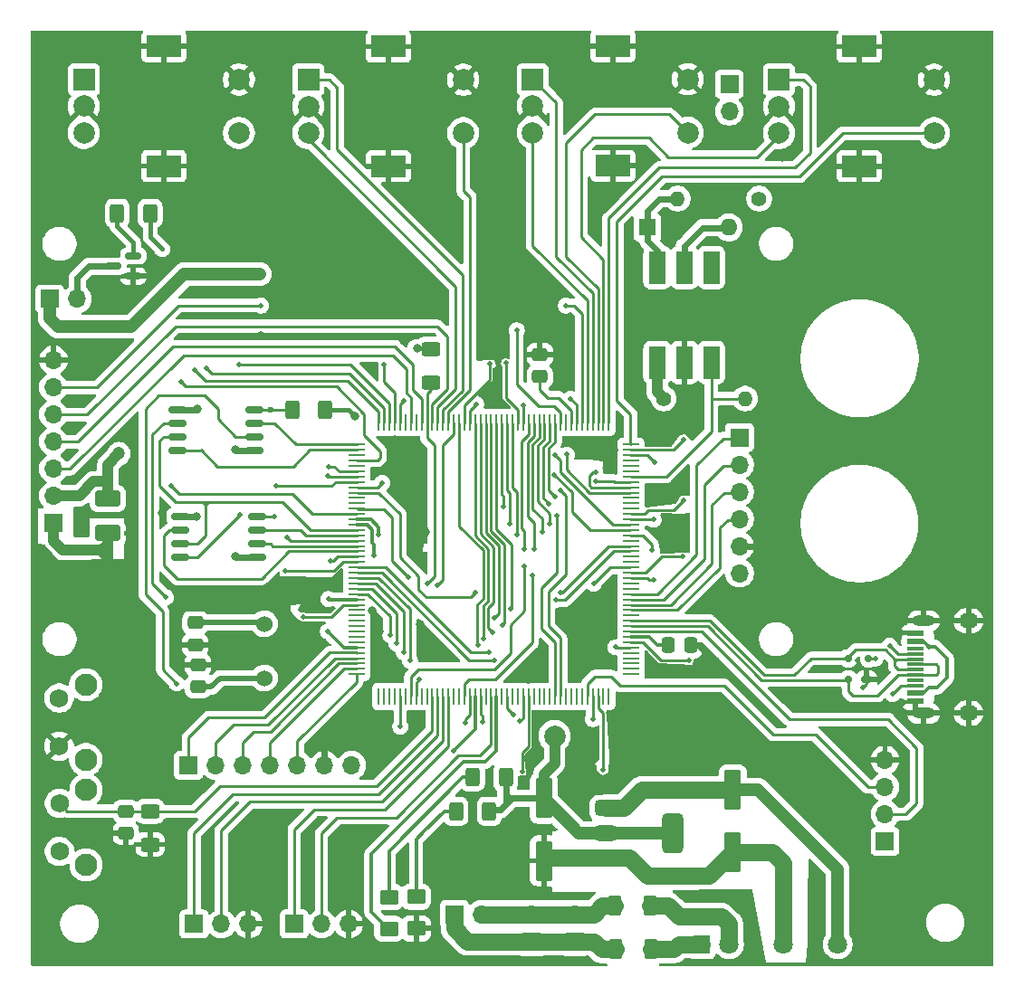
<source format=gbr>
%TF.GenerationSoftware,KiCad,Pcbnew,9.0.5*%
%TF.CreationDate,2025-11-16T19:48:47+01:00*%
%TF.ProjectId,OSCAR_Proc,4f534341-525f-4507-926f-632e6b696361,rev?*%
%TF.SameCoordinates,Original*%
%TF.FileFunction,Copper,L2,Bot*%
%TF.FilePolarity,Positive*%
%FSLAX46Y46*%
G04 Gerber Fmt 4.6, Leading zero omitted, Abs format (unit mm)*
G04 Created by KiCad (PCBNEW 9.0.5) date 2025-11-16 19:48:47*
%MOMM*%
%LPD*%
G01*
G04 APERTURE LIST*
G04 Aperture macros list*
%AMRoundRect*
0 Rectangle with rounded corners*
0 $1 Rounding radius*
0 $2 $3 $4 $5 $6 $7 $8 $9 X,Y pos of 4 corners*
0 Add a 4 corners polygon primitive as box body*
4,1,4,$2,$3,$4,$5,$6,$7,$8,$9,$2,$3,0*
0 Add four circle primitives for the rounded corners*
1,1,$1+$1,$2,$3*
1,1,$1+$1,$4,$5*
1,1,$1+$1,$6,$7*
1,1,$1+$1,$8,$9*
0 Add four rect primitives between the rounded corners*
20,1,$1+$1,$2,$3,$4,$5,0*
20,1,$1+$1,$4,$5,$6,$7,0*
20,1,$1+$1,$6,$7,$8,$9,0*
20,1,$1+$1,$8,$9,$2,$3,0*%
G04 Aperture macros list end*
%TA.AperFunction,ComponentPad*%
%ADD10R,2.000000X2.000000*%
%TD*%
%TA.AperFunction,ComponentPad*%
%ADD11C,2.000000*%
%TD*%
%TA.AperFunction,ComponentPad*%
%ADD12R,3.200000X2.000000*%
%TD*%
%TA.AperFunction,ComponentPad*%
%ADD13R,1.700000X1.700000*%
%TD*%
%TA.AperFunction,ComponentPad*%
%ADD14O,1.700000X1.700000*%
%TD*%
%TA.AperFunction,SMDPad,CuDef*%
%ADD15RoundRect,0.250001X0.624999X-0.462499X0.624999X0.462499X-0.624999X0.462499X-0.624999X-0.462499X0*%
%TD*%
%TA.AperFunction,SMDPad,CuDef*%
%ADD16RoundRect,0.250000X-0.550000X1.625000X-0.550000X-1.625000X0.550000X-1.625000X0.550000X1.625000X0*%
%TD*%
%TA.AperFunction,SMDPad,CuDef*%
%ADD17RoundRect,0.250000X0.625000X-0.400000X0.625000X0.400000X-0.625000X0.400000X-0.625000X-0.400000X0*%
%TD*%
%TA.AperFunction,SMDPad,CuDef*%
%ADD18RoundRect,0.162500X0.650000X0.162500X-0.650000X0.162500X-0.650000X-0.162500X0.650000X-0.162500X0*%
%TD*%
%TA.AperFunction,SMDPad,CuDef*%
%ADD19RoundRect,0.250001X-0.944999X0.507499X-0.944999X-0.507499X0.944999X-0.507499X0.944999X0.507499X0*%
%TD*%
%TA.AperFunction,SMDPad,CuDef*%
%ADD20RoundRect,0.250000X0.475000X-0.337500X0.475000X0.337500X-0.475000X0.337500X-0.475000X-0.337500X0*%
%TD*%
%TA.AperFunction,SMDPad,CuDef*%
%ADD21RoundRect,0.250000X0.400000X0.625000X-0.400000X0.625000X-0.400000X-0.625000X0.400000X-0.625000X0*%
%TD*%
%TA.AperFunction,SMDPad,CuDef*%
%ADD22RoundRect,0.250000X-0.475000X0.337500X-0.475000X-0.337500X0.475000X-0.337500X0.475000X0.337500X0*%
%TD*%
%TA.AperFunction,SMDPad,CuDef*%
%ADD23RoundRect,0.250000X-0.362500X-0.700000X0.362500X-0.700000X0.362500X0.700000X-0.362500X0.700000X0*%
%TD*%
%TA.AperFunction,SMDPad,CuDef*%
%ADD24RoundRect,0.150000X0.587500X0.150000X-0.587500X0.150000X-0.587500X-0.150000X0.587500X-0.150000X0*%
%TD*%
%TA.AperFunction,SMDPad,CuDef*%
%ADD25RoundRect,0.137500X-0.662500X0.137500X-0.662500X-0.137500X0.662500X-0.137500X0.662500X0.137500X0*%
%TD*%
%TA.AperFunction,SMDPad,CuDef*%
%ADD26RoundRect,0.072500X-0.727500X0.072500X-0.727500X-0.072500X0.727500X-0.072500X0.727500X0.072500X0*%
%TD*%
%TA.AperFunction,SMDPad,CuDef*%
%ADD27RoundRect,0.071250X-0.728750X0.071250X-0.728750X-0.071250X0.728750X-0.071250X0.728750X0.071250X0*%
%TD*%
%TA.AperFunction,HeatsinkPad*%
%ADD28O,1.800000X1.400000*%
%TD*%
%TA.AperFunction,HeatsinkPad*%
%ADD29O,2.100000X1.000000*%
%TD*%
%TA.AperFunction,ComponentPad*%
%ADD30C,2.100000*%
%TD*%
%TA.AperFunction,ComponentPad*%
%ADD31C,1.750000*%
%TD*%
%TA.AperFunction,ComponentPad*%
%ADD32C,1.524000*%
%TD*%
%TA.AperFunction,ComponentPad*%
%ADD33R,1.500000X1.800000*%
%TD*%
%TA.AperFunction,ComponentPad*%
%ADD34C,1.800000*%
%TD*%
%TA.AperFunction,ComponentPad*%
%ADD35R,1.600000X1.600000*%
%TD*%
%TA.AperFunction,ComponentPad*%
%ADD36O,1.600000X1.600000*%
%TD*%
%TA.AperFunction,SMDPad,CuDef*%
%ADD37RoundRect,0.250000X-0.625000X0.400000X-0.625000X-0.400000X0.625000X-0.400000X0.625000X0.400000X0*%
%TD*%
%TA.AperFunction,SMDPad,CuDef*%
%ADD38RoundRect,0.175000X0.325000X-0.175000X0.325000X0.175000X-0.325000X0.175000X-0.325000X-0.175000X0*%
%TD*%
%TA.AperFunction,SMDPad,CuDef*%
%ADD39RoundRect,0.150000X0.150000X-0.200000X0.150000X0.200000X-0.150000X0.200000X-0.150000X-0.200000X0*%
%TD*%
%TA.AperFunction,SMDPad,CuDef*%
%ADD40R,1.562100X0.279400*%
%TD*%
%TA.AperFunction,SMDPad,CuDef*%
%ADD41R,0.279400X1.562100*%
%TD*%
%TA.AperFunction,ComponentPad*%
%ADD42C,1.400000*%
%TD*%
%TA.AperFunction,ComponentPad*%
%ADD43O,1.400000X1.400000*%
%TD*%
%TA.AperFunction,SMDPad,CuDef*%
%ADD44RoundRect,0.375000X-0.625000X-0.375000X0.625000X-0.375000X0.625000X0.375000X-0.625000X0.375000X0*%
%TD*%
%TA.AperFunction,SMDPad,CuDef*%
%ADD45RoundRect,0.500000X-0.500000X-1.400000X0.500000X-1.400000X0.500000X1.400000X-0.500000X1.400000X0*%
%TD*%
%TA.AperFunction,SMDPad,CuDef*%
%ADD46RoundRect,0.250000X0.337500X0.475000X-0.337500X0.475000X-0.337500X-0.475000X0.337500X-0.475000X0*%
%TD*%
%TA.AperFunction,SMDPad,CuDef*%
%ADD47RoundRect,0.250000X-0.550000X1.300000X-0.550000X-1.300000X0.550000X-1.300000X0.550000X1.300000X0*%
%TD*%
%TA.AperFunction,ViaPad*%
%ADD48C,0.500000*%
%TD*%
%TA.AperFunction,ViaPad*%
%ADD49C,1.200000*%
%TD*%
%TA.AperFunction,ViaPad*%
%ADD50C,0.800000*%
%TD*%
%TA.AperFunction,ViaPad*%
%ADD51C,2.000000*%
%TD*%
%TA.AperFunction,ViaPad*%
%ADD52C,0.600000*%
%TD*%
%TA.AperFunction,ViaPad*%
%ADD53C,1.000000*%
%TD*%
%TA.AperFunction,Conductor*%
%ADD54C,0.250000*%
%TD*%
%TA.AperFunction,Conductor*%
%ADD55C,0.300000*%
%TD*%
%TA.AperFunction,Conductor*%
%ADD56C,0.500000*%
%TD*%
%TA.AperFunction,Conductor*%
%ADD57C,0.600000*%
%TD*%
%TA.AperFunction,Conductor*%
%ADD58C,1.000000*%
%TD*%
%TA.AperFunction,Conductor*%
%ADD59C,1.200000*%
%TD*%
%TA.AperFunction,Conductor*%
%ADD60C,0.400000*%
%TD*%
%TA.AperFunction,Conductor*%
%ADD61C,1.600000*%
%TD*%
G04 APERTURE END LIST*
D10*
%TO.P,SW1,A,A*%
%TO.N,ENC0_A*%
X174840000Y-28560000D03*
D11*
%TO.P,SW1,B,B*%
%TO.N,ENC0_B*%
X174840000Y-33560000D03*
%TO.P,SW1,C,C*%
%TO.N,VSS*%
X174840000Y-31060000D03*
D12*
%TO.P,SW1,MP,MP*%
X182340000Y-25460000D03*
X182340000Y-36660000D03*
D11*
%TO.P,SW1,S1,S1*%
%TO.N,ENC0_SW*%
X189340000Y-33560000D03*
%TO.P,SW1,S2,S2*%
%TO.N,VSS*%
X189340000Y-28560000D03*
%TD*%
D10*
%TO.P,SW2,A,A*%
%TO.N,ENC1_A*%
X151810000Y-28520000D03*
D11*
%TO.P,SW2,B,B*%
%TO.N,ENC1_B*%
X151810000Y-33520000D03*
%TO.P,SW2,C,C*%
%TO.N,VSS*%
X151810000Y-31020000D03*
D12*
%TO.P,SW2,MP,MP*%
X159310000Y-25420000D03*
X159310000Y-36620000D03*
D11*
%TO.P,SW2,S1,S1*%
%TO.N,ENC1_SW*%
X166310000Y-33520000D03*
%TO.P,SW2,S2,S2*%
%TO.N,VSS*%
X166310000Y-28520000D03*
%TD*%
D13*
%TO.P,U6,1,GND*%
%TO.N,VSS*%
X106990000Y-70040000D03*
D14*
%TO.P,U6,2,VCC*%
%TO.N,VDD*%
X106990000Y-67500000D03*
%TO.P,U6,3,SCL*%
%TO.N,SPI1_SCK*%
X106990000Y-64960000D03*
%TO.P,U6,4,SDA*%
%TO.N,SPI1_MOSI*%
X106990000Y-62420000D03*
%TO.P,U6,5,RST*%
%TO.N,TFT_RST*%
X106990000Y-59880000D03*
%TO.P,U6,6,DC*%
%TO.N,TFT_DC*%
X106990000Y-57340000D03*
%TO.P,U6,7,~{CS}*%
%TO.N,VSS*%
X106990000Y-54800000D03*
%TD*%
D10*
%TO.P,SW3,A,A*%
%TO.N,ENC2_A*%
X130820000Y-28560000D03*
D11*
%TO.P,SW3,B,B*%
%TO.N,ENC2_B*%
X130820000Y-33560000D03*
%TO.P,SW3,C,C*%
%TO.N,VSS*%
X130820000Y-31060000D03*
D12*
%TO.P,SW3,MP,MP*%
X138320000Y-25460000D03*
X138320000Y-36660000D03*
D11*
%TO.P,SW3,S1,S1*%
%TO.N,ENC2_SW*%
X145320000Y-33560000D03*
%TO.P,SW3,S2,S2*%
%TO.N,VSS*%
X145320000Y-28560000D03*
%TD*%
D10*
%TO.P,SW4,A,A*%
%TO.N,ENC3_A*%
X109830000Y-28540000D03*
D11*
%TO.P,SW4,B,B*%
%TO.N,ENC3_B*%
X109830000Y-33540000D03*
%TO.P,SW4,C,C*%
%TO.N,VSS*%
X109830000Y-31040000D03*
D12*
%TO.P,SW4,MP,MP*%
X117330000Y-25440000D03*
X117330000Y-36640000D03*
D11*
%TO.P,SW4,S1,S1*%
%TO.N,ENC3_SW*%
X124330000Y-33540000D03*
%TO.P,SW4,S2,S2*%
%TO.N,VSS*%
X124330000Y-28540000D03*
%TD*%
D15*
%TO.P,D3,1,K*%
%TO.N,LED*%
X138360000Y-108030000D03*
%TO.P,D3,2,A*%
%TO.N,Net-(D3-A)*%
X138360000Y-105055000D03*
%TD*%
D16*
%TO.P,C9,1*%
%TO.N,+5V*%
X170520000Y-95005000D03*
%TO.P,C9,2*%
%TO.N,VSS*%
X170520000Y-100855000D03*
%TD*%
D17*
%TO.P,R2,1*%
%TO.N,FMC_SDNE0*%
X142260000Y-56880000D03*
%TO.P,R2,2*%
%TO.N,VDD*%
X142260000Y-53780000D03*
%TD*%
D18*
%TO.P,U4,1,~{CS}*%
%TO.N,QSPI_BK1_NCS*%
X125790000Y-59415000D03*
%TO.P,U4,2,DO/IO_{1}*%
%TO.N,QSPI_BK2_I01*%
X125790000Y-60685000D03*
%TO.P,U4,3,~{WP}/IO_{2}*%
%TO.N,QSPI_BK2_IO2*%
X125790000Y-61955000D03*
%TO.P,U4,4,GND*%
%TO.N,VSS*%
X125790000Y-63225000D03*
%TO.P,U4,5,DI/IO_{0}*%
%TO.N,QSPI_BK2_I00*%
X118615000Y-63225000D03*
%TO.P,U4,6,CLK*%
%TO.N,QSPI_CLK*%
X118615000Y-61955000D03*
%TO.P,U4,7,~{HOLD}/~{RESET}/IO_{3}*%
%TO.N,QSPI_BK2_IO3*%
X118615000Y-60685000D03*
%TO.P,U4,8,VCC*%
%TO.N,VDD*%
X118615000Y-59415000D03*
%TD*%
D19*
%TO.P,C4,1*%
%TO.N,VDD*%
X112060000Y-67755000D03*
%TO.P,C4,2*%
%TO.N,VSS*%
X112060000Y-71010000D03*
%TD*%
D13*
%TO.P,J7,1,Pin_1*%
%TO.N,SAI1_SD_A(TX)*%
X119630000Y-92725000D03*
D14*
%TO.P,J7,2,Pin_2*%
%TO.N,SAI1_SCK*%
X122170000Y-92725000D03*
%TO.P,J7,3,Pin_3*%
%TO.N,SAI1_FS*%
X124710000Y-92725000D03*
%TO.P,J7,4,Pin_4*%
%TO.N,SAI1_SD_B(RX)*%
X127250000Y-92725000D03*
%TO.P,J7,5,Pin_5*%
%TO.N,SAI1_MCLK*%
X129790000Y-92725000D03*
%TO.P,J7,6,Pin_6*%
%TO.N,VSS*%
X132330000Y-92725000D03*
%TO.P,J7,7,Pin_7*%
%TO.N,VDD*%
X134870000Y-92725000D03*
%TD*%
D20*
%TO.P,C7,1*%
%TO.N,OSC_IN*%
X120515000Y-85382500D03*
%TO.P,C7,2*%
%TO.N,VSS*%
X120515000Y-83307500D03*
%TD*%
D13*
%TO.P,J9,1,Pin_1*%
%TO.N,Net-(J10-Pin_1)*%
X155740000Y-109210000D03*
D14*
%TO.P,J9,2,Pin_2*%
%TO.N,Net-(J10-Pin_2)*%
X155740000Y-106670000D03*
%TD*%
D15*
%TO.P,D2,1,K*%
%TO.N,VSS*%
X140900000Y-108000000D03*
%TO.P,D2,2,A*%
%TO.N,Net-(D2-A)*%
X140900000Y-105025000D03*
%TD*%
D21*
%TO.P,R6,1*%
%TO.N,VDD*%
X147740000Y-97030000D03*
%TO.P,R6,2*%
%TO.N,Net-(D2-A)*%
X144640000Y-97030000D03*
%TD*%
D22*
%TO.P,C8,1*%
%TO.N,OSC_OUT*%
X120240000Y-79382500D03*
%TO.P,C8,2*%
%TO.N,VSS*%
X120240000Y-81457500D03*
%TD*%
D21*
%TO.P,R1,1*%
%TO.N,VDD*%
X132415000Y-59420000D03*
%TO.P,R1,2*%
%TO.N,QSPI_BK1_NCS*%
X129315000Y-59420000D03*
%TD*%
D23*
%TO.P,FB2,1*%
%TO.N,Net-(J10-Pin_2)*%
X159437500Y-105890000D03*
%TO.P,FB2,2*%
%TO.N,Net-(PS1--Vin)*%
X162762500Y-105890000D03*
%TD*%
D13*
%TO.P,J1,1,Pin_1*%
%TO.N,unconnected-(J1-Pin_1-Pad1)*%
X184750000Y-99850000D03*
D14*
%TO.P,J1,2,Pin_2*%
%TO.N,DEBUG_DIO*%
X184750000Y-97310000D03*
%TO.P,J1,3,Pin_3*%
%TO.N,DEBUG_CLK*%
X184750000Y-94770000D03*
%TO.P,J1,4,Pin_4*%
%TO.N,VSS*%
X184750000Y-92230000D03*
%TD*%
D24*
%TO.P,Q1,1,G*%
%TO.N,Net-(Q1-G)*%
X114460000Y-45050000D03*
%TO.P,Q1,2,S*%
%TO.N,VSS*%
X114460000Y-46950000D03*
%TO.P,Q1,3,D*%
%TO.N,Net-(J11-Pin_2)*%
X112585000Y-46000000D03*
%TD*%
D25*
%TO.P,J2,A1,GND*%
%TO.N,VSS*%
X187575000Y-80330000D03*
%TO.P,J2,A4,VBUS*%
%TO.N,Net-(D1-VCC)*%
X187575000Y-81130000D03*
D26*
%TO.P,J2,A5,CC1*%
%TO.N,Net-(J2-CC1)*%
X187575000Y-82280000D03*
D27*
%TO.P,J2,A6,D+*%
%TO.N,USB_DP*%
X187575000Y-83280000D03*
%TO.P,J2,A7,D-*%
%TO.N,USB_DM*%
X187575000Y-83780000D03*
D26*
%TO.P,J2,A8,SBU1*%
%TO.N,unconnected-(J2-SBU1-PadA8)*%
X187575000Y-84780000D03*
D25*
%TO.P,J2,A9,VBUS*%
%TO.N,Net-(D1-VCC)*%
X187575000Y-85930000D03*
%TO.P,J2,A12,GND*%
%TO.N,VSS*%
X187575000Y-86730000D03*
%TO.P,J2,B1,GND*%
X187575000Y-86730000D03*
%TO.P,J2,B4,VBUS*%
%TO.N,Net-(D1-VCC)*%
X187575000Y-85930000D03*
D26*
%TO.P,J2,B5,CC2*%
%TO.N,Net-(J2-CC2)*%
X187575000Y-85280000D03*
%TO.P,J2,B6,D+*%
%TO.N,USB_DP*%
X187575000Y-84280000D03*
D27*
%TO.P,J2,B7,D-*%
%TO.N,USB_DM*%
X187575000Y-82792500D03*
D26*
%TO.P,J2,B8,SBU2*%
%TO.N,unconnected-(J2-SBU2-PadB8)*%
X187575000Y-81780000D03*
D25*
%TO.P,J2,B9,VBUS*%
%TO.N,Net-(D1-VCC)*%
X187575000Y-81130000D03*
%TO.P,J2,B12,GND*%
%TO.N,VSS*%
X187575000Y-80330000D03*
D28*
%TO.P,J2,S1,SHIELD*%
X192560000Y-79210000D03*
D29*
X188380000Y-79210000D03*
D28*
X192560000Y-87850000D03*
D29*
X188380000Y-87850000D03*
%TD*%
D18*
%TO.P,U2,1,~{CS}*%
%TO.N,QSPI_BK1_NCS*%
X126015000Y-69465000D03*
%TO.P,U2,2,DO/IO_{1}*%
%TO.N,QSPI_BK1_I01*%
X126015000Y-70735000D03*
%TO.P,U2,3,~{WP}/IO_{2}*%
%TO.N,QSPI_BK1_I02*%
X126015000Y-72005000D03*
%TO.P,U2,4,GND*%
%TO.N,VSS*%
X126015000Y-73275000D03*
%TO.P,U2,5,DI/IO_{0}*%
%TO.N,QSPI_BK1_I00*%
X118840000Y-73275000D03*
%TO.P,U2,6,CLK*%
%TO.N,QSPI_CLK*%
X118840000Y-72005000D03*
%TO.P,U2,7,~{HOLD}/~{RESET}/IO_{3}*%
%TO.N,QSPI_BK1_I03*%
X118840000Y-70735000D03*
%TO.P,U2,8,VCC*%
%TO.N,VDD*%
X118840000Y-69465000D03*
%TD*%
D13*
%TO.P,J11,1,Pin_1*%
%TO.N,+5V*%
X106660000Y-49080000D03*
D14*
%TO.P,J11,2,Pin_2*%
%TO.N,Net-(J11-Pin_2)*%
X109200000Y-49080000D03*
%TD*%
D30*
%TO.P,SW5,*%
%TO.N,*%
X110040000Y-95040000D03*
X110040000Y-102050000D03*
D31*
%TO.P,SW5,1,1*%
%TO.N,BOOT0*%
X107550000Y-96290000D03*
%TO.P,SW5,2,2*%
%TO.N,VDD*%
X107550000Y-100790000D03*
%TD*%
D13*
%TO.P,J6,1,Pin_1*%
%TO.N,Net-(J10-Pin_1)*%
X144495000Y-106670000D03*
D14*
%TO.P,J6,2,Pin_2*%
%TO.N,Net-(J10-Pin_2)*%
X147035000Y-106670000D03*
%TD*%
D32*
%TO.P,Y1,1,1*%
%TO.N,OSC_OUT*%
X126715000Y-79480000D03*
%TO.P,Y1,2,2*%
%TO.N,OSC_IN*%
X126715000Y-84560000D03*
%TD*%
D21*
%TO.P,R12,1*%
%TO.N,ByPass*%
X116040000Y-41070000D03*
%TO.P,R12,2*%
%TO.N,Net-(Q1-G)*%
X112940000Y-41070000D03*
%TD*%
D13*
%TO.P,J4,1,Pin_1*%
%TO.N,SW2A*%
X129500000Y-107580000D03*
D14*
%TO.P,J4,2,Pin_2*%
%TO.N,SW2B*%
X132040000Y-107580000D03*
%TO.P,J4,3,Pin_3*%
%TO.N,VSS*%
X134580000Y-107580000D03*
%TD*%
D33*
%TO.P,PS1,1,+Vin*%
%TO.N,Net-(PS1-+Vin)*%
X167632500Y-109482500D03*
D34*
%TO.P,PS1,2,-Vin*%
%TO.N,Net-(PS1--Vin)*%
X170172500Y-109482500D03*
%TO.P,PS1,4,0V*%
%TO.N,VSS*%
X175252500Y-109482500D03*
%TO.P,PS1,6,+5V*%
%TO.N,+5V*%
X180332500Y-109482500D03*
%TD*%
D23*
%TO.P,FB1,1*%
%TO.N,Net-(J10-Pin_1)*%
X159537500Y-109950000D03*
%TO.P,FB1,2*%
%TO.N,Net-(PS1-+Vin)*%
X162862500Y-109950000D03*
%TD*%
D30*
%TO.P,SW6,*%
%TO.N,*%
X110010000Y-85180000D03*
X110010000Y-92190000D03*
D31*
%TO.P,SW6,1,1*%
%TO.N,NRST*%
X107520000Y-86430000D03*
%TO.P,SW6,2,2*%
%TO.N,VSS*%
X107520000Y-90930000D03*
%TD*%
D35*
%TO.P,D4,1,K*%
%TO.N,Net-(D4-K)*%
X162520000Y-42390000D03*
D36*
%TO.P,D4,2,A*%
%TO.N,Net-(D4-A)*%
X170140000Y-42390000D03*
%TD*%
D37*
%TO.P,R8,1*%
%TO.N,BOOT0*%
X116030000Y-97040000D03*
%TO.P,R8,2*%
%TO.N,VSS*%
X116030000Y-100140000D03*
%TD*%
D22*
%TO.P,C5,1*%
%TO.N,BOOT0*%
X113760000Y-97012500D03*
%TO.P,C5,2*%
%TO.N,VSS*%
X113760000Y-99087500D03*
%TD*%
D13*
%TO.P,J10,1,Pin_1*%
%TO.N,Net-(J10-Pin_1)*%
X151710000Y-109210000D03*
D14*
%TO.P,J10,2,Pin_2*%
%TO.N,Net-(J10-Pin_2)*%
X151710000Y-106670000D03*
%TD*%
D38*
%TO.P,D1,1,GND*%
%TO.N,VSS*%
X183020000Y-84710000D03*
D39*
%TO.P,D1,2,I/O1*%
%TO.N,USB_DP*%
X181320000Y-84710000D03*
%TO.P,D1,3,I/O2*%
%TO.N,USB_DM*%
X181320000Y-82710000D03*
%TO.P,D1,4,VCC*%
%TO.N,Net-(D1-VCC)*%
X183220000Y-82710000D03*
%TD*%
D40*
%TO.P,U1,1,PE2-SAI1_MCLK_A*%
%TO.N,SAI1_MCLK*%
X135331649Y-84203351D03*
%TO.P,U1,2,PE3-SAI1_SD_B*%
%TO.N,SAI1_SD_B(RX)*%
X135331649Y-83703350D03*
%TO.P,U1,3,PE4-SAI1_FS_A*%
%TO.N,SAI1_FS*%
X135331649Y-83203351D03*
%TO.P,U1,4,PE5-SAI1_SCK_A*%
%TO.N,SAI1_SCK*%
X135331649Y-82703352D03*
%TO.P,U1,5,PE6-SAI1_SD_A*%
%TO.N,SAI1_SD_A(TX)*%
X135331649Y-82203350D03*
%TO.P,U1,6,VBAT*%
%TO.N,VDD*%
X135331649Y-81703351D03*
%TO.P,U1,7,PI8*%
%TO.N,unconnected-(U1E-PI8-Pad7)*%
X135331649Y-81203350D03*
%TO.P,U1,8,PC13*%
%TO.N,unconnected-(U1E-PC13-Pad8)*%
X135331649Y-80703351D03*
%TO.P,U1,9,PC14-OSC32_IN*%
%TO.N,unconnected-(U1D-PC14-OSC32_IN-Pad9)*%
X135331649Y-80203352D03*
%TO.P,U1,10,PC15-OSC32_OUT*%
%TO.N,unconnected-(U1D-PC15-OSC32_OUT-Pad10)*%
X135331649Y-79703350D03*
%TO.P,U1,11,PI9*%
%TO.N,unconnected-(U1E-PI9-Pad11)*%
X135331649Y-79203351D03*
%TO.P,U1,12,PI10*%
%TO.N,unconnected-(U1E-PI10-Pad12)*%
X135331649Y-78703350D03*
%TO.P,U1,13,PI11*%
%TO.N,unconnected-(U1E-PI11-Pad13)*%
X135331649Y-78203351D03*
%TO.P,U1,14,VSS*%
%TO.N,VSS*%
X135331649Y-77703352D03*
%TO.P,U1,15,VDD*%
%TO.N,VDD*%
X135331649Y-77203350D03*
%TO.P,U1,16,PF0-FMC_A0*%
%TO.N,FCM_A0*%
X135331649Y-76703351D03*
%TO.P,U1,17,PF1-FMC_A1*%
%TO.N,FCM_A1*%
X135331649Y-76203350D03*
%TO.P,U1,18,PF2-FMC_A2*%
%TO.N,FCM_A2*%
X135331649Y-75703351D03*
%TO.P,U1,19,PF3-FMC_A3*%
%TO.N,FCM_A3*%
X135331649Y-75203352D03*
%TO.P,U1,20,PF4-FMC_A4*%
%TO.N,FCM_A4*%
X135331649Y-74703350D03*
%TO.P,U1,21,PF5-FMC_A5*%
%TO.N,FCM_A5*%
X135331649Y-74203351D03*
%TO.P,U1,22,VSS*%
%TO.N,VSS*%
X135331649Y-73703350D03*
%TO.P,U1,23,VDD*%
%TO.N,VDD*%
X135331649Y-73203350D03*
%TO.P,U1,24,PF6-QUADSPI_BK1_IO3*%
%TO.N,QSPI_BK1_I03*%
X135331649Y-72703352D03*
%TO.P,U1,25,PF7-QUADSPI_BK1_IO2*%
%TO.N,QSPI_BK1_I02*%
X135331649Y-72203350D03*
%TO.P,U1,26,PF8-QUADSPI_BK1_IO0*%
%TO.N,QSPI_BK1_I00*%
X135331649Y-71703351D03*
%TO.P,U1,27,PF9-QUADSPI_BK1_IO1*%
%TO.N,QSPI_BK1_I01*%
X135331649Y-71203349D03*
%TO.P,U1,28,PF10-QUADSPI_CLK*%
%TO.N,QSPI_CLK*%
X135331649Y-70703350D03*
%TO.P,U1,29,PH0-OSC_IN*%
%TO.N,OSC_IN*%
X135331649Y-70203351D03*
%TO.P,U1,30,PH1-OSC_OUT*%
%TO.N,OSC_OUT*%
X135331649Y-69703350D03*
%TO.P,U1,31,NRST*%
%TO.N,NRST*%
X135331649Y-69203351D03*
%TO.P,U1,32,PC0-FMC_SDNWE*%
%TO.N,FCM_SDNWE*%
X135331649Y-68703349D03*
%TO.P,U1,33,PC1*%
%TO.N,unconnected-(U1E-PC1-Pad33)*%
X135331649Y-68203350D03*
%TO.P,U1,34,PC2_C*%
%TO.N,unconnected-(U1E-PC2_C-Pad34)*%
X135331649Y-67703351D03*
%TO.P,U1,35,PC3_C-FMC_SDCKE0*%
%TO.N,FCM_SDCKE0*%
X135331649Y-67203350D03*
%TO.P,U1,36,VDD*%
%TO.N,VDD*%
X135331649Y-66703351D03*
%TO.P,U1,37,VSSA*%
%TO.N,VSSA*%
X135331649Y-66203352D03*
%TO.P,U1,38,VREF+*%
%TO.N,VDDA*%
X135331649Y-65703350D03*
%TO.P,U1,39,VDDA*%
X135331649Y-65203351D03*
%TO.P,U1,40,PA0-WKUP*%
%TO.N,unconnected-(U1D-PA0-WKUP-Pad40)*%
X135331649Y-64703350D03*
%TO.P,U1,41,PA1-ByPass*%
%TO.N,ByPass*%
X135331649Y-64203351D03*
%TO.P,U1,42,PA2*%
%TO.N,unconnected-(U1E-PA2-Pad42)*%
X135331649Y-63703352D03*
%TO.P,U1,43,PH2-QUADSPI_BK2_IO0*%
%TO.N,QSPI_BK2_I00*%
X135331649Y-63203350D03*
%TO.P,U1,44,PH3-QUADSPI_BK2_IO1*%
%TO.N,QSPI_BK2_I01*%
X135331649Y-62703351D03*
D41*
%TO.P,U1,45,PH4-Encoder3_B*%
%TO.N,ENC3_B*%
X137414998Y-60620000D03*
%TO.P,U1,46,PH5-Encoder3_A*%
%TO.N,ENC3_A*%
X137914999Y-60620000D03*
%TO.P,U1,47,PA3-Encoder3_SW*%
%TO.N,ENC3_SW*%
X138414998Y-60620000D03*
%TO.P,U1,48,VSS*%
%TO.N,VSS*%
X138915000Y-60620000D03*
%TO.P,U1,49,VDD*%
%TO.N,VDD*%
X139414999Y-60620000D03*
%TO.P,U1,50,PA4*%
%TO.N,unconnected-(U1E-PA4-Pad50)*%
X139914998Y-60620000D03*
%TO.P,U1,51,PA5-SPI1_SCK*%
%TO.N,SPI1_SCK*%
X140414999Y-60620000D03*
%TO.P,U1,52,PA6*%
%TO.N,unconnected-(U1E-PA6-Pad52)*%
X140914998Y-60620000D03*
%TO.P,U1,53,PA7-SPI1_MOSI*%
%TO.N,SPI1_MOSI*%
X141415000Y-60620000D03*
%TO.P,U1,54,PC4-FMC_SDNE0*%
%TO.N,FMC_SDNE0*%
X141914999Y-60620000D03*
%TO.P,U1,55,PC5-TFT_Reset*%
%TO.N,TFT_RST*%
X142414998Y-60620000D03*
%TO.P,U1,56,PB0-Encoder2_B*%
%TO.N,ENC2_B*%
X142914999Y-60620000D03*
%TO.P,U1,57,PB1-Encoder2_A*%
%TO.N,ENC2_A*%
X143414998Y-60620000D03*
%TO.P,U1,58,PB2-Encoder2_SW*%
%TO.N,ENC2_SW*%
X143915000Y-60620000D03*
%TO.P,U1,59,PF11-FMC_SDNRAS*%
%TO.N,FMC_SDNRAS*%
X144414999Y-60620000D03*
%TO.P,U1,60,PF12-FMC_A6*%
%TO.N,FCM_A6*%
X144914998Y-60620000D03*
%TO.P,U1,61,VSS*%
%TO.N,VSS*%
X145414999Y-60620000D03*
%TO.P,U1,62,VDD*%
%TO.N,VDD*%
X145914998Y-60620000D03*
%TO.P,U1,63,PF13-FMC_A7*%
%TO.N,FCM_A7*%
X146414997Y-60620000D03*
%TO.P,U1,64,PF14-FMC_A8*%
%TO.N,FCM_A8*%
X146914999Y-60620000D03*
%TO.P,U1,65,PF15-FMC_A9*%
%TO.N,FCM_A9*%
X147414998Y-60620000D03*
%TO.P,U1,66,PG0-FMC_A10*%
%TO.N,FCM_A10*%
X147914999Y-60620000D03*
%TO.P,U1,67,PG1-FMC_A11*%
%TO.N,FCM_A11*%
X148414999Y-60620000D03*
%TO.P,U1,68,PE7-FMC_D4*%
%TO.N,FCM_D4*%
X148914997Y-60620000D03*
%TO.P,U1,69,PE8-FMC_D5*%
%TO.N,FCM_D5*%
X149414999Y-60620000D03*
%TO.P,U1,70,PE9-FMC_D6*%
%TO.N,FCM_D6*%
X149914998Y-60620000D03*
%TO.P,U1,71,VSS*%
%TO.N,VSS*%
X150415000Y-60620000D03*
%TO.P,U1,72,VDD*%
%TO.N,VDD*%
X150914999Y-60620000D03*
%TO.P,U1,73,PE10-FMC_D7*%
%TO.N,FCM_D7*%
X151414998Y-60620000D03*
%TO.P,U1,74,PE11-FMC_D8*%
%TO.N,FCM_D8*%
X151914999Y-60620000D03*
%TO.P,U1,75,PE12-FMC_D9*%
%TO.N,FCM_D9*%
X152414998Y-60620000D03*
%TO.P,U1,76,PE13-FMC_D10*%
%TO.N,FCM_D10*%
X152915000Y-60620000D03*
%TO.P,U1,77,PE14-FMC_D11*%
%TO.N,FCM_D11*%
X153414999Y-60620000D03*
%TO.P,U1,78,PE15-FMC_D12*%
%TO.N,FCM_D12*%
X153914998Y-60620000D03*
%TO.P,U1,79,PB10-QUADSPI_BK1_NCS*%
%TO.N,QSPI_BK1_NCS*%
X154414999Y-60620000D03*
%TO.P,U1,80,PB11*%
%TO.N,unconnected-(U1E-PB11-Pad80)*%
X154914998Y-60620000D03*
%TO.P,U1,81,VCAP1*%
%TO.N,Net-(U1F-VCAP1)*%
X155415000Y-60620000D03*
%TO.P,U1,82,VDD*%
%TO.N,VDD*%
X155914999Y-60620000D03*
%TO.P,U1,83,PH6-TFT_DC*%
%TO.N,TFT_DC*%
X156414998Y-60620000D03*
%TO.P,U1,84,PH7-Encoder1_B*%
%TO.N,ENC1_B*%
X156914999Y-60620000D03*
%TO.P,U1,85,PH8-Encoder1_A*%
%TO.N,ENC1_A*%
X157414998Y-60620000D03*
%TO.P,U1,86,PH9-Encoder1_SW*%
%TO.N,ENC1_SW*%
X157915000Y-60620000D03*
%TO.P,U1,87,PH10-Encoder0_B*%
%TO.N,ENC0_B*%
X158414999Y-60620000D03*
%TO.P,U1,88,PH11-Encoder0_A*%
%TO.N,ENC0_A*%
X158914998Y-60620000D03*
D40*
%TO.P,U1,89,PH12-Encoder0_SW*%
%TO.N,ENC0_SW*%
X160998349Y-62703349D03*
%TO.P,U1,90,VSS*%
%TO.N,VSS*%
X160998349Y-63203350D03*
%TO.P,U1,91,VDD*%
%TO.N,VDD*%
X160998349Y-63703349D03*
%TO.P,U1,92,PB12*%
%TO.N,unconnected-(U1E-PB12-Pad92)*%
X160998349Y-64203351D03*
%TO.P,U1,93,PB13*%
%TO.N,unconnected-(U1E-PB13-Pad93)*%
X160998349Y-64703350D03*
%TO.P,U1,94,PB14-USART1_TX*%
%TO.N,unconnected-(U1A-PB14-USART1_TX-Pad94)*%
X160998349Y-65203349D03*
%TO.P,U1,95,PB15-USART1_RX*%
%TO.N,MIDI_In*%
X160998349Y-65703350D03*
%TO.P,U1,96,PD8-FMC_D13*%
%TO.N,FMC_D13*%
X160998349Y-66203349D03*
%TO.P,U1,97,PD9-FMC_D14*%
%TO.N,FMC_D14*%
X160998349Y-66703351D03*
%TO.P,U1,98,PD10-FMC_D15*%
%TO.N,FMC_D15*%
X160998349Y-67203350D03*
%TO.P,U1,99,PD11*%
%TO.N,unconnected-(U1E-PD11-Pad99)*%
X160998349Y-67703349D03*
%TO.P,U1,100,PD12*%
%TO.N,unconnected-(U1E-PD12-Pad100)*%
X160998349Y-68203350D03*
%TO.P,U1,101,PD13*%
%TO.N,unconnected-(U1E-PD13-Pad101)*%
X160998349Y-68703349D03*
%TO.P,U1,102,VSS*%
%TO.N,VSS*%
X160998349Y-69203351D03*
%TO.P,U1,103,VDD*%
%TO.N,VDD*%
X160998349Y-69703350D03*
%TO.P,U1,104,PD14-FMC_D0*%
%TO.N,FMC_D0*%
X160998349Y-70203349D03*
%TO.P,U1,105,PD15-FMC_D1*%
%TO.N,FMC_D1*%
X160998349Y-70703350D03*
%TO.P,U1,106,PG2-FMC_A12*%
%TO.N,FMC_A12*%
X160998349Y-71203349D03*
%TO.P,U1,107,PG3*%
%TO.N,unconnected-(U1E-PG3-Pad107)*%
X160998349Y-71703348D03*
%TO.P,U1,108,PG4-FMC_BA0*%
%TO.N,FCM_BA0*%
X160998349Y-72203350D03*
%TO.P,U1,109,PG5-FMC_BA1*%
%TO.N,FMC_BA1*%
X160998349Y-72703349D03*
%TO.P,U1,110,PG6*%
%TO.N,unconnected-(U1E-PG6-Pad110)*%
X160998349Y-73203350D03*
%TO.P,U1,111,PG7*%
%TO.N,unconnected-(U1E-PG7-Pad111)*%
X160998349Y-73703350D03*
%TO.P,U1,112,PG8-FMC_SDCLK*%
%TO.N,FMC_SDCLK*%
X160998349Y-74203348D03*
%TO.P,U1,113,VSS*%
%TO.N,VSS*%
X160998349Y-74703350D03*
%TO.P,U1,114,VDD33USB*%
%TO.N,VDD*%
X160998349Y-75203349D03*
%TO.P,U1,115,PC6*%
%TO.N,unconnected-(U1E-PC6-Pad115)*%
X160998349Y-75703351D03*
%TO.P,U1,116,PC7*%
%TO.N,unconnected-(U1E-PC7-Pad116)*%
X160998349Y-76203350D03*
%TO.P,U1,117,PC8-SSPI_CS*%
%TO.N,VOL_CS*%
X160998349Y-76703349D03*
%TO.P,U1,118,PC9-SSPI_DATA*%
%TO.N,VOL_CLK*%
X160998349Y-77203350D03*
%TO.P,U1,119,PA8-SSPI_CLK*%
%TO.N,VOL_Data*%
X160998349Y-77703349D03*
%TO.P,U1,120,PA9-AUDIO_MUTE*%
%TO.N,VOL_Mute*%
X160998349Y-78203351D03*
%TO.P,U1,121,PA10*%
%TO.N,unconnected-(U1E-PA10-Pad121)*%
X160998349Y-78703350D03*
%TO.P,U1,122,PA11-USB_OTG_FS_DM*%
%TO.N,USB_DM*%
X160998349Y-79203349D03*
%TO.P,U1,123,PA12-USB_OTG_FS_DP*%
%TO.N,USB_DP*%
X160998349Y-79703350D03*
%TO.P,U1,124,PA13-DEBUG_JTMS-SWDIO*%
%TO.N,DEBUG_DIO*%
X160998349Y-80203349D03*
%TO.P,U1,125,VCAP2*%
%TO.N,Net-(U1F-VCAP2)*%
X160998349Y-80703351D03*
%TO.P,U1,126,VSS*%
%TO.N,VSS*%
X160998349Y-81203350D03*
%TO.P,U1,127,VDD*%
%TO.N,VDD*%
X160998349Y-81703349D03*
%TO.P,U1,128,PH13*%
%TO.N,unconnected-(U1E-PH13-Pad128)*%
X160998349Y-82203350D03*
%TO.P,U1,129,PH14*%
%TO.N,unconnected-(U1E-PH14-Pad129)*%
X160998349Y-82703349D03*
%TO.P,U1,130,PH15*%
%TO.N,unconnected-(U1E-PH15-Pad130)*%
X160998349Y-83203351D03*
%TO.P,U1,131,PI0*%
%TO.N,unconnected-(U1E-PI0-Pad131)*%
X160998349Y-83703350D03*
%TO.P,U1,132,PI1*%
%TO.N,unconnected-(U1E-PI1-Pad132)*%
X160998349Y-84203349D03*
D41*
%TO.P,U1,133,PI2*%
%TO.N,unconnected-(U1E-PI2-Pad133)*%
X158915000Y-86286700D03*
%TO.P,U1,134,PI3*%
%TO.N,unconnected-(U1E-PI3-Pad134)*%
X158414999Y-86286700D03*
%TO.P,U1,135,VSS*%
%TO.N,VSS*%
X157915000Y-86286700D03*
%TO.P,U1,136,VDD*%
%TO.N,VDD*%
X157414998Y-86286700D03*
%TO.P,U1,137,PA14-DEBUG_JTCK-SWCLK*%
%TO.N,DEBUG_CLK*%
X156914999Y-86286700D03*
%TO.P,U1,138,PA15*%
%TO.N,unconnected-(U1E-PA15-Pad138)*%
X156415000Y-86286700D03*
%TO.P,U1,139,PC10*%
%TO.N,unconnected-(U1E-PC10-Pad139)*%
X155914999Y-86286700D03*
%TO.P,U1,140,PC11*%
%TO.N,unconnected-(U1E-PC11-Pad140)*%
X155415000Y-86286700D03*
%TO.P,U1,141,PC12*%
%TO.N,unconnected-(U1E-PC12-Pad141)*%
X154914998Y-86286700D03*
%TO.P,U1,142,PD0-FMC_D2*%
%TO.N,FMC_D2*%
X154414999Y-86286700D03*
%TO.P,U1,143,PD1-FMC_D3*%
%TO.N,FMC_D3*%
X153915000Y-86286700D03*
%TO.P,U1,144,PD2*%
%TO.N,unconnected-(U1E-PD2-Pad144)*%
X153414999Y-86286700D03*
%TO.P,U1,145,PD3*%
%TO.N,unconnected-(U1E-PD3-Pad145)*%
X152915000Y-86286700D03*
%TO.P,U1,146,PD4*%
%TO.N,unconnected-(U1E-PD4-Pad146)*%
X152414998Y-86286700D03*
%TO.P,U1,147,PD5*%
%TO.N,unconnected-(U1E-PD5-Pad147)*%
X151914999Y-86286700D03*
%TO.P,U1,148,VSS*%
%TO.N,VSS*%
X151415000Y-86286700D03*
%TO.P,U1,149,VDD*%
%TO.N,VDD*%
X150914999Y-86286700D03*
%TO.P,U1,150,PD6*%
%TO.N,unconnected-(U1E-PD6-Pad150)*%
X150415000Y-86286700D03*
%TO.P,U1,151,PD7*%
%TO.N,unconnected-(U1E-PD7-Pad151)*%
X149915001Y-86286700D03*
%TO.P,U1,152,PG9-QUADSPI_BK2_IO2*%
%TO.N,QSPI_BK2_IO2*%
X149414999Y-86286700D03*
%TO.P,U1,153,PG10*%
%TO.N,unconnected-(U1E-PG10-Pad153)*%
X148915000Y-86286700D03*
%TO.P,U1,154,PG11-LED*%
%TO.N,LED*%
X148414999Y-86286700D03*
%TO.P,U1,155,PG12-FootSwitch2B*%
%TO.N,SW2B*%
X147914999Y-86286700D03*
%TO.P,U1,156,PG13*%
%TO.N,unconnected-(U1E-PG13-Pad156)*%
X147415001Y-86286700D03*
%TO.P,U1,157,PG14-QUADSPI_BK2_IO3*%
%TO.N,QSPI_BK2_IO3*%
X146914999Y-86286700D03*
%TO.P,U1,158,VSS*%
%TO.N,VSS*%
X146415000Y-86286700D03*
%TO.P,U1,159,VDD*%
%TO.N,VDD*%
X145914998Y-86286700D03*
%TO.P,U1,160,PG15-FMC_SDNCAS*%
%TO.N,FCM_SDNCAS*%
X145414999Y-86286700D03*
%TO.P,U1,161,PB3*%
%TO.N,unconnected-(U1E-PB3-Pad161)*%
X144915000Y-86286700D03*
%TO.P,U1,162,PB4*%
%TO.N,unconnected-(U1E-PB4-Pad162)*%
X144414999Y-86286700D03*
%TO.P,U1,163,PB5-FootSwitch2A*%
%TO.N,SW2A*%
X143915000Y-86286700D03*
%TO.P,U1,164,PB6-FootSwitch1B*%
%TO.N,SW1B*%
X143414998Y-86286700D03*
%TO.P,U1,165,PB7-FootSwitch1A*%
%TO.N,SW1A*%
X142914999Y-86286700D03*
%TO.P,U1,166,BOOT0*%
%TO.N,BOOT0*%
X142415000Y-86286700D03*
%TO.P,U1,167,PB8*%
%TO.N,unconnected-(U1E-PB8-Pad167)*%
X141914999Y-86286700D03*
%TO.P,U1,168,PB9*%
%TO.N,unconnected-(U1E-PB9-Pad168)*%
X141415000Y-86286700D03*
%TO.P,U1,169,PE0-FMC_NBL0*%
%TO.N,FCM_NBL0*%
X140914998Y-86286700D03*
%TO.P,U1,170,PE1-FMC_NBL1*%
%TO.N,FMC_NBL1*%
X140414999Y-86286700D03*
%TO.P,U1,171,PDR_ON*%
%TO.N,unconnected-(U1D-PDR_ON-Pad171)*%
X139915000Y-86286700D03*
%TO.P,U1,172,VDD*%
%TO.N,VDD*%
X139414999Y-86286700D03*
%TO.P,U1,173,PI4*%
%TO.N,unconnected-(U1E-PI4-Pad173)*%
X138915000Y-86286700D03*
%TO.P,U1,174,PI5*%
%TO.N,unconnected-(U1E-PI5-Pad174)*%
X138414998Y-86286700D03*
%TO.P,U1,175,PI6*%
%TO.N,unconnected-(U1E-PI6-Pad175)*%
X137914999Y-86286700D03*
%TO.P,U1,176,PI7*%
%TO.N,unconnected-(U1E-PI7-Pad176)*%
X137415000Y-86286700D03*
%TD*%
D13*
%TO.P,J8,1,Pin_1*%
%TO.N,VOL_CS*%
X171140000Y-62040000D03*
D14*
%TO.P,J8,2,Pin_2*%
%TO.N,VOL_CLK*%
X171140000Y-64580000D03*
%TO.P,J8,3,Pin_3*%
%TO.N,VOL_Data*%
X171140000Y-67120000D03*
%TO.P,J8,4,Pin_4*%
%TO.N,VOL_Mute*%
X171140000Y-69660000D03*
%TO.P,J8,5,Pin_5*%
%TO.N,VSS*%
X171140000Y-72200000D03*
%TO.P,J8,6,Pin_6*%
%TO.N,VDD*%
X171140000Y-74740000D03*
%TD*%
D21*
%TO.P,R7,1*%
%TO.N,VDD*%
X149280000Y-93830000D03*
%TO.P,R7,2*%
%TO.N,Net-(D3-A)*%
X146180000Y-93830000D03*
%TD*%
D42*
%TO.P,R10,1*%
%TO.N,Net-(J5-Pin_1)*%
X172980000Y-39690000D03*
D43*
%TO.P,R10,2*%
%TO.N,Net-(D4-K)*%
X165360000Y-39690000D03*
%TD*%
D16*
%TO.P,C10,1*%
%TO.N,VDD*%
X152840000Y-95815000D03*
%TO.P,C10,2*%
%TO.N,VSS*%
X152840000Y-101665000D03*
%TD*%
D44*
%TO.P,U8,1,GND*%
%TO.N,VSS*%
X158620000Y-101350000D03*
%TO.P,U8,2,VO*%
%TO.N,VDD*%
X158620000Y-99050000D03*
D45*
X164920000Y-99050000D03*
D44*
%TO.P,U8,3,VI*%
%TO.N,+5V*%
X158620000Y-96750000D03*
%TD*%
D46*
%TO.P,C2,1*%
%TO.N,VSS*%
X166587500Y-81500000D03*
%TO.P,C2,2*%
%TO.N,Net-(U1F-VCAP2)*%
X164512500Y-81500000D03*
%TD*%
D47*
%TO.P,U7,1*%
%TO.N,Net-(D4-K)*%
X163440000Y-46140000D03*
%TO.P,U7,2*%
%TO.N,Net-(D4-A)*%
X165980000Y-46140000D03*
%TO.P,U7,3*%
%TO.N,unconnected-(U7-Pad3)*%
X168520000Y-46140000D03*
%TO.P,U7,4*%
%TO.N,MIDI_In*%
X168520000Y-55030000D03*
%TO.P,U7,5*%
%TO.N,VSS*%
X165980000Y-55030000D03*
%TO.P,U7,6*%
%TO.N,VDD*%
X163440000Y-55030000D03*
%TD*%
D13*
%TO.P,J3,1,Pin_1*%
%TO.N,SW1A*%
X120140000Y-107580000D03*
D14*
%TO.P,J3,2,Pin_2*%
%TO.N,SW1B*%
X122680000Y-107580000D03*
%TO.P,J3,3,Pin_3*%
%TO.N,VSS*%
X125220000Y-107580000D03*
%TD*%
D42*
%TO.P,R9,1*%
%TO.N,VDD*%
X164060000Y-58410000D03*
D43*
%TO.P,R9,2*%
%TO.N,MIDI_In*%
X171680000Y-58410000D03*
%TD*%
D22*
%TO.P,C1,1*%
%TO.N,VSS*%
X152465000Y-54282500D03*
%TO.P,C1,2*%
%TO.N,Net-(U1F-VCAP1)*%
X152465000Y-56357500D03*
%TD*%
D13*
%TO.P,J5,1,Pin_1*%
%TO.N,Net-(J5-Pin_1)*%
X170190000Y-28970000D03*
D14*
%TO.P,J5,2,Pin_2*%
%TO.N,Net-(D4-A)*%
X170190000Y-31510000D03*
%TD*%
D48*
%TO.N,VSSA*%
X127830000Y-66570000D03*
%TO.N,OSC_IN*%
X136975000Y-73080000D03*
%TO.N,OSC_OUT*%
X137405000Y-71160000D03*
%TO.N,NRST*%
X117970000Y-66560000D03*
%TO.N,VDD*%
X132665000Y-80180000D03*
X163165000Y-64370000D03*
D49*
X113110000Y-63560000D03*
D50*
X120360000Y-69465000D03*
D51*
X153860000Y-89982500D03*
D48*
X159565000Y-81670000D03*
X132920000Y-73630000D03*
X132705000Y-77170000D03*
X145515000Y-88720000D03*
X150615000Y-88620000D03*
X155365000Y-58420000D03*
X146515000Y-58920000D03*
D50*
X140990000Y-53720000D03*
D48*
X139730000Y-58640000D03*
X139415000Y-89095000D03*
X157414998Y-88394998D03*
X137735000Y-66300000D03*
X163115000Y-69720000D03*
X150914999Y-59020000D03*
X163115000Y-75390000D03*
D50*
X120465000Y-59370000D03*
X135215000Y-60070000D03*
D48*
%TO.N,VDDA*%
X132665000Y-65670000D03*
X132765000Y-64770000D03*
%TO.N,Net-(D1-VCC)*%
X188857499Y-81612501D03*
X183850000Y-82710000D03*
%TO.N,Net-(J2-CC2)*%
X185460000Y-86080000D03*
%TO.N,Net-(J2-CC1)*%
X185180000Y-81520000D03*
%TO.N,QSPI_BK1_NCS*%
X127615000Y-69470000D03*
D52*
X127265000Y-59420000D03*
D48*
X150315000Y-52015000D03*
%TO.N,FMC_SDNE0*%
X141915000Y-75720000D03*
%TO.N,QSPI_BK2_IO2*%
X149960000Y-88000000D03*
X118515000Y-85070000D03*
%TO.N,FCM_SDCKE0*%
X146465000Y-76570000D03*
%TO.N,FMC_SDNRAS*%
X142865000Y-75920000D03*
%TO.N,FCM_A1*%
X139065000Y-81320000D03*
%TO.N,FCM_D7*%
X151015000Y-72520000D03*
%TO.N,QSPI_BK1_I00*%
X124450000Y-69280000D03*
X128865000Y-71420000D03*
%TO.N,FMC_D1*%
X153840000Y-65545000D03*
%TO.N,FMC_D3*%
X154065000Y-69370000D03*
%TO.N,FCM_A5*%
X147715000Y-82120000D03*
%TO.N,FCM_A2*%
X139715000Y-82120000D03*
%TO.N,FCM_A4*%
X148215000Y-82920000D03*
%TO.N,FCM_A11*%
X149765000Y-78120000D03*
%TO.N,FMC_SDCLK*%
X157515000Y-75720000D03*
%TO.N,FMC_D0*%
X153915000Y-63720000D03*
%TO.N,FMC_D15*%
X154990000Y-63645000D03*
%TO.N,FMC_BA1*%
X153965000Y-77270000D03*
%TO.N,FCM_D4*%
X149090000Y-68520000D03*
%TO.N,FCM_D5*%
X149665000Y-70120000D03*
%TO.N,FMC_D13*%
X157665000Y-66120000D03*
%TO.N,FMC_NBL1*%
X151015000Y-74120000D03*
%TO.N,FCM_D6*%
X150315000Y-71170000D03*
%TO.N,QSPI_BK2_IO3*%
X117505000Y-77010000D03*
X147115000Y-88670000D03*
%TO.N,FCM_D9*%
X152665000Y-70920000D03*
%TO.N,FCM_NBL0*%
X141215000Y-84720000D03*
%TO.N,FCM_A10*%
X149015000Y-79620000D03*
%TO.N,FCM_SDNWE*%
X140177500Y-75132500D03*
%TO.N,FCM_D10*%
X153415000Y-70120000D03*
%TO.N,FCM_D12*%
X153918293Y-67616707D03*
%TO.N,FCM_D11*%
X153296587Y-68238413D03*
%TO.N,FCM_A3*%
X140315000Y-82920000D03*
%TO.N,FCM_SDNCAS*%
X151765000Y-74970000D03*
%TO.N,FCM_A8*%
X148065000Y-80295000D03*
%TO.N,FCM_BA0*%
X154365000Y-76520000D03*
%TO.N,FCM_A0*%
X138490000Y-80520000D03*
%TO.N,FMC_D14*%
X157665000Y-65320000D03*
%TO.N,FCM_A6*%
X146665000Y-81470000D03*
%TO.N,FCM_A7*%
X147215000Y-80870000D03*
%TO.N,FCM_A9*%
X148215000Y-78920000D03*
%TO.N,FCM_D8*%
X151915000Y-72520000D03*
%TO.N,FMC_A12*%
X162965000Y-72620000D03*
%TO.N,FMC_D2*%
X154415000Y-67020000D03*
%TO.N,TFT_DC*%
X154910000Y-49690000D03*
X126400000Y-49690000D03*
%TO.N,ENC3_B*%
X120160000Y-55710000D03*
%TO.N,ENC3_A*%
X121330000Y-55580000D03*
%TO.N,ENC3_SW*%
X124340000Y-55250000D03*
D50*
%TO.N,VSS*%
X126370000Y-52540000D03*
D48*
X158730000Y-79330000D03*
X166120000Y-71840000D03*
D53*
X168860000Y-83060000D03*
D48*
X165815000Y-73170000D03*
X108530000Y-63470000D03*
X165950000Y-67930000D03*
D50*
X148140000Y-58540000D03*
X137750000Y-83750000D03*
D48*
X151580000Y-84170000D03*
D50*
X160390000Y-86660000D03*
D48*
X130365000Y-78820000D03*
X147815000Y-55170000D03*
D50*
X141300000Y-79510000D03*
D48*
X179440000Y-85700000D03*
D50*
X123660000Y-86120000D03*
D51*
X168110000Y-89190000D03*
D50*
X123250000Y-77660000D03*
D48*
X130910000Y-101830000D03*
X165915000Y-62220000D03*
D50*
X115610000Y-83070000D03*
D51*
X114410000Y-104200000D03*
D50*
X136570000Y-55440000D03*
D48*
X109120000Y-56350000D03*
X149315000Y-55020000D03*
D50*
X139730000Y-53030000D03*
D48*
X144390000Y-91380000D03*
D49*
X112060000Y-74800000D03*
D48*
X158365000Y-93120000D03*
X109100000Y-61080000D03*
X137860000Y-55220000D03*
D50*
X139030000Y-62882500D03*
D53*
X139815000Y-67145000D03*
D48*
X105990000Y-52650000D03*
D50*
X137440000Y-80220000D03*
D48*
X185570000Y-79450000D03*
X166160000Y-66210000D03*
D50*
X136830000Y-78240000D03*
D48*
X159020000Y-75970000D03*
X175120000Y-36010000D03*
X121440000Y-101390000D03*
D51*
X191410000Y-67890000D03*
X191070000Y-45050000D03*
D53*
X141665000Y-70920000D03*
D48*
X184920000Y-83870000D03*
D50*
X114170000Y-68150000D03*
D48*
X133030000Y-75770000D03*
X150815000Y-93320000D03*
X114300000Y-61130000D03*
D50*
X117130000Y-69130000D03*
D48*
X128620000Y-74540000D03*
D50*
X162910000Y-67400000D03*
D48*
X166415000Y-82920000D03*
D50*
X158820000Y-62780000D03*
D48*
X182710000Y-85460000D03*
X109100000Y-58510000D03*
D50*
X123965000Y-73170000D03*
D48*
X182150000Y-82930000D03*
D50*
X162410000Y-61040000D03*
D48*
X139610000Y-101720000D03*
D50*
X124015000Y-63170000D03*
X124910000Y-82360000D03*
D48*
%TO.N,ByPass*%
X117160000Y-44420000D03*
X118900000Y-56830000D03*
D49*
%TO.N,+5V*%
X126300000Y-46770000D03*
%TD*%
D54*
%TO.N,VSSA*%
X127840000Y-66580000D02*
X133002938Y-66580000D01*
X133002938Y-66580000D02*
X133379586Y-66203352D01*
X127830000Y-66570000D02*
X127840000Y-66580000D01*
X133379586Y-66203352D02*
X135433249Y-66203352D01*
%TO.N,Net-(U1F-VCAP1)*%
X154215000Y-58320000D02*
X153215000Y-58320000D01*
X153215000Y-58320000D02*
X152465000Y-57570000D01*
X152465000Y-57570000D02*
X152465000Y-56357500D01*
X155415000Y-60721600D02*
X155415000Y-59520000D01*
X155415000Y-59520000D02*
X154215000Y-58320000D01*
D55*
%TO.N,Net-(U1F-VCAP2)*%
X162693351Y-80703351D02*
X163490000Y-81500000D01*
X163490000Y-81500000D02*
X164512500Y-81500000D01*
X160998349Y-80703351D02*
X162693351Y-80703351D01*
D56*
%TO.N,OSC_IN*%
X126715000Y-84560000D02*
X122537500Y-84560000D01*
X122537500Y-84560000D02*
X121715000Y-85382500D01*
D55*
X135331649Y-70203351D02*
X135338298Y-70210000D01*
X136804000Y-70679000D02*
X136804000Y-71900000D01*
D56*
X121715000Y-85382500D02*
X120515000Y-85382500D01*
D55*
X136975000Y-73080000D02*
X136975000Y-72071000D01*
X135338298Y-70210000D02*
X136335000Y-70210000D01*
X136335000Y-70210000D02*
X136804000Y-70679000D01*
X136975000Y-72071000D02*
X136804000Y-71900000D01*
D56*
%TO.N,OSC_OUT*%
X126617500Y-79382500D02*
X126715000Y-79480000D01*
D55*
X137405000Y-71160000D02*
X137405000Y-70420000D01*
X137405000Y-70420000D02*
X136688350Y-69703350D01*
X136688350Y-69703350D02*
X135331649Y-69703350D01*
D56*
X120240000Y-79382500D02*
X126617500Y-79382500D01*
D54*
%TO.N,BOOT0*%
X137210000Y-94700000D02*
X122540000Y-94700000D01*
X122540000Y-94700000D02*
X120200000Y-97040000D01*
X142415000Y-89495000D02*
X137210000Y-94700000D01*
X108272500Y-97012500D02*
X107550000Y-96290000D01*
X116030000Y-97040000D02*
X113787500Y-97040000D01*
X142415000Y-86286700D02*
X142415000Y-89495000D01*
X113760000Y-97012500D02*
X108272500Y-97012500D01*
X113787500Y-97040000D02*
X113760000Y-97012500D01*
X120200000Y-97040000D02*
X116030000Y-97040000D01*
%TO.N,NRST*%
X118730000Y-67320000D02*
X117970000Y-66560000D01*
X131203351Y-69203351D02*
X129320000Y-67320000D01*
X135331649Y-69203351D02*
X131203351Y-69203351D01*
X129320000Y-67320000D02*
X118730000Y-67320000D01*
D57*
%TO.N,VDD*%
X149675000Y-95815000D02*
X149280000Y-95420000D01*
D58*
X153860000Y-92520000D02*
X152840000Y-93540000D01*
D54*
X157414998Y-88394998D02*
X157414998Y-86185100D01*
D57*
X149590000Y-96070000D02*
X149845000Y-95815000D01*
D54*
X155365000Y-58420000D02*
X155927500Y-58982500D01*
D57*
X149845000Y-95815000D02*
X149675000Y-95815000D01*
D55*
X132738350Y-77203350D02*
X132705000Y-77170000D01*
D54*
X139414999Y-58955001D02*
X139730000Y-58640000D01*
D58*
X112060000Y-66175000D02*
X112060000Y-64610000D01*
D59*
X164920000Y-99050000D02*
X158620000Y-99050000D01*
D58*
X110735000Y-66175000D02*
X109410000Y-67500000D01*
D54*
X162685000Y-75390000D02*
X162498349Y-75203349D01*
X139414999Y-60620000D02*
X139414999Y-58955001D01*
D60*
X134565000Y-59420000D02*
X135215000Y-60070000D01*
D58*
X152840000Y-93540000D02*
X152840000Y-95815000D01*
X109410000Y-67500000D02*
X106990000Y-67500000D01*
D54*
X145515000Y-88720000D02*
X145515000Y-88370000D01*
D57*
X118615000Y-59415000D02*
X120420000Y-59415000D01*
D54*
X162498349Y-63703349D02*
X163165000Y-64370000D01*
D60*
X140990000Y-53720000D02*
X142200000Y-53720000D01*
D54*
X155927500Y-59857498D02*
X155914999Y-59869999D01*
X145914998Y-87970002D02*
X145914998Y-86185100D01*
D57*
X149845000Y-95815000D02*
X148800000Y-96860000D01*
D55*
X134188351Y-81703351D02*
X132665000Y-80180000D01*
D58*
X163440000Y-57790000D02*
X164060000Y-58410000D01*
D54*
X137331649Y-66703351D02*
X137735000Y-66300000D01*
X132666648Y-80180000D02*
X134189999Y-81703351D01*
D58*
X163440000Y-55030000D02*
X163440000Y-57790000D01*
D57*
X149280000Y-95420000D02*
X149280000Y-96070000D01*
D59*
X156075000Y-99050000D02*
X158620000Y-99050000D01*
X152840000Y-95815000D02*
X156075000Y-99050000D01*
D54*
X159598349Y-81703349D02*
X160896749Y-81703349D01*
X155914999Y-59869999D02*
X155914999Y-60721600D01*
D57*
X148800000Y-96890000D02*
X147740000Y-96890000D01*
D54*
X150914999Y-86185100D02*
X150914999Y-88320001D01*
X132920000Y-73630000D02*
X133121700Y-73630000D01*
X160896749Y-63703349D02*
X162498349Y-63703349D01*
X145914998Y-60721600D02*
X145914998Y-59520002D01*
D58*
X112060000Y-66175000D02*
X112060000Y-67755000D01*
D54*
X133121700Y-73630000D02*
X133548350Y-73203350D01*
D57*
X149280000Y-93830000D02*
X149280000Y-95420000D01*
D54*
X139414999Y-86185100D02*
X139415000Y-89095000D01*
D57*
X118840000Y-69465000D02*
X120360000Y-69465000D01*
D54*
X162898300Y-69720000D02*
X162881650Y-69703350D01*
X155927500Y-58982500D02*
X155927500Y-59857498D01*
X162498349Y-75203349D02*
X160998349Y-75203349D01*
D55*
X135331649Y-81703351D02*
X134188351Y-81703351D01*
D54*
X132665000Y-80180000D02*
X132666648Y-80180000D01*
D57*
X149280000Y-96070000D02*
X149590000Y-96070000D01*
D58*
X112060000Y-64610000D02*
X113110000Y-63560000D01*
D54*
X145515000Y-88370000D02*
X145914998Y-87970002D01*
D60*
X132415000Y-59420000D02*
X134565000Y-59420000D01*
X142200000Y-53720000D02*
X142260000Y-53780000D01*
D57*
X149280000Y-96070000D02*
X149280000Y-96410000D01*
D54*
X159565000Y-81670000D02*
X159598349Y-81703349D01*
D58*
X112060000Y-66175000D02*
X110735000Y-66175000D01*
D54*
X150914999Y-60721600D02*
X150914999Y-59020000D01*
D57*
X120420000Y-59415000D02*
X120465000Y-59370000D01*
D55*
X135331649Y-77203350D02*
X132738350Y-77203350D01*
D54*
X162881650Y-69703350D02*
X160896749Y-69703350D01*
X163115000Y-75390000D02*
X162685000Y-75390000D01*
X133548350Y-73203350D02*
X135433249Y-73203350D01*
X150914999Y-88320001D02*
X150615000Y-88620000D01*
X145914998Y-59520002D02*
X146515000Y-58920000D01*
X163115000Y-69720000D02*
X162898300Y-69720000D01*
D57*
X148800000Y-96860000D02*
X148800000Y-96890000D01*
D54*
X135433249Y-66703351D02*
X137331649Y-66703351D01*
D58*
X153860000Y-89982500D02*
X153860000Y-92520000D01*
D57*
X149280000Y-96410000D02*
X148800000Y-96890000D01*
X149845000Y-95815000D02*
X152840000Y-95815000D01*
D54*
%TO.N,VDDA*%
X132765000Y-64770000D02*
X133265000Y-64770000D01*
X133265000Y-64770000D02*
X133698351Y-65203351D01*
X132665000Y-65670000D02*
X132715000Y-65720000D01*
X132698350Y-65703350D02*
X132665000Y-65670000D01*
X133698351Y-65203351D02*
X135433249Y-65203351D01*
X135433249Y-65703350D02*
X132698350Y-65703350D01*
D55*
%TO.N,Net-(D1-VCC)*%
X188860000Y-85440000D02*
X188370000Y-85930000D01*
X190550000Y-84500000D02*
X189610000Y-85440000D01*
X189442501Y-81612501D02*
X190550000Y-82720000D01*
X190550000Y-82720000D02*
X190550000Y-84500000D01*
X188857499Y-81612501D02*
X189442501Y-81612501D01*
X189610000Y-85440000D02*
X188860000Y-85440000D01*
X187575000Y-81130000D02*
X188374999Y-81130000D01*
X188374999Y-81130000D02*
X188857499Y-81612501D01*
D54*
X183850000Y-82710000D02*
X183220000Y-82710000D01*
D55*
X188370000Y-85930000D02*
X187575000Y-85930000D01*
D54*
%TO.N,USB_DP*%
X181320000Y-85780000D02*
X181320000Y-84710000D01*
X185960000Y-84280000D02*
X184040000Y-86200000D01*
X189510000Y-83280000D02*
X189710000Y-83480000D01*
X187575000Y-84280000D02*
X185960000Y-84280000D01*
X189710000Y-83480000D02*
X189710000Y-84080000D01*
X173233190Y-84741000D02*
X181289000Y-84741000D01*
X187575000Y-83280000D02*
X189510000Y-83280000D01*
X181740000Y-86200000D02*
X181320000Y-85780000D01*
X189510000Y-84280000D02*
X187575000Y-84280000D01*
X168195540Y-79703350D02*
X173233190Y-84741000D01*
X189710000Y-84080000D02*
X189510000Y-84280000D01*
X160998349Y-79703350D02*
X168195540Y-79703350D01*
X181289000Y-84741000D02*
X181320000Y-84710000D01*
X184040000Y-86200000D02*
X181740000Y-86200000D01*
%TO.N,USB_DM*%
X181990000Y-81930000D02*
X184775412Y-81930000D01*
X185637912Y-82792500D02*
X185820000Y-82792500D01*
X181320000Y-82710000D02*
X181320000Y-82600000D01*
X168333349Y-79203349D02*
X173420000Y-84290000D01*
X185637912Y-83010000D02*
X185637912Y-82792500D01*
X185820000Y-82792500D02*
X187575000Y-82792500D01*
X177840000Y-82710000D02*
X181320000Y-82710000D01*
X185637912Y-82974588D02*
X185820000Y-82792500D01*
X176260000Y-84290000D02*
X177840000Y-82710000D01*
X181320000Y-82600000D02*
X181990000Y-81930000D01*
X185637912Y-83010000D02*
X185637912Y-82974588D01*
X184775412Y-81930000D02*
X185637912Y-82792500D01*
X185637912Y-83407912D02*
X185637912Y-83010000D01*
X187575000Y-83780000D02*
X186010000Y-83780000D01*
X186010000Y-83780000D02*
X185637912Y-83407912D01*
X160896749Y-79203349D02*
X168333349Y-79203349D01*
X173420000Y-84290000D02*
X176260000Y-84290000D01*
D55*
%TO.N,Net-(D2-A)*%
X141020000Y-99550000D02*
X141625000Y-98945000D01*
X140900000Y-99670000D02*
X141625000Y-98945000D01*
X143540000Y-97030000D02*
X144640000Y-97030000D01*
X140900000Y-105025000D02*
X140900000Y-99670000D01*
X141625000Y-98945000D02*
X143540000Y-97030000D01*
%TO.N,LED*%
X148414999Y-91395001D02*
X147380000Y-92430000D01*
X138280000Y-108030000D02*
X138360000Y-108030000D01*
X145300000Y-92430000D02*
X136710000Y-101020000D01*
X147380000Y-92430000D02*
X145300000Y-92430000D01*
X136710000Y-101020000D02*
X136710000Y-106460000D01*
X136710000Y-106460000D02*
X138280000Y-108030000D01*
X148414999Y-86286700D02*
X148414999Y-91395001D01*
%TO.N,Net-(D3-A)*%
X138360000Y-100740000D02*
X145270000Y-93830000D01*
X145270000Y-93830000D02*
X146180000Y-93830000D01*
X138360000Y-105055000D02*
X138360000Y-100740000D01*
D57*
%TO.N,Net-(D4-A)*%
X165980000Y-44140000D02*
X167720000Y-42400000D01*
X167720000Y-42400000D02*
X170450000Y-42400000D01*
X165980000Y-46140000D02*
X165980000Y-44140000D01*
D61*
%TO.N,Net-(PS1-+Vin)*%
X165000000Y-109950000D02*
X162862500Y-109950000D01*
X167632500Y-109482500D02*
X165467500Y-109482500D01*
X165467500Y-109482500D02*
X165000000Y-109950000D01*
D57*
%TO.N,Net-(D4-K)*%
X163440000Y-44520000D02*
X162520000Y-43600000D01*
X162520000Y-40830000D02*
X163660000Y-39690000D01*
X163660000Y-39690000D02*
X165360000Y-39690000D01*
X163440000Y-46140000D02*
X163440000Y-44520000D01*
X162520000Y-43600000D02*
X162520000Y-42390000D01*
X162520000Y-42390000D02*
X162520000Y-40830000D01*
D61*
%TO.N,Net-(PS1--Vin)*%
X164500000Y-105890000D02*
X165500000Y-106890000D01*
X169490000Y-106890000D02*
X170172500Y-107572500D01*
X162762500Y-105890000D02*
X164500000Y-105890000D01*
X165500000Y-106890000D02*
X169490000Y-106890000D01*
X170172500Y-107572500D02*
X170172500Y-109482500D01*
D54*
%TO.N,DEBUG_CLK*%
X183200000Y-94770000D02*
X178280000Y-89850000D01*
X159985000Y-85240000D02*
X159165000Y-84420000D01*
X156915000Y-85120000D02*
X156914999Y-86185100D01*
X178280000Y-89850000D02*
X174320000Y-89850000D01*
X169710000Y-85240000D02*
X159985000Y-85240000D01*
X157615000Y-84420000D02*
X156915000Y-85120000D01*
X174320000Y-89850000D02*
X169710000Y-85240000D01*
X184750000Y-94770000D02*
X183200000Y-94770000D01*
X159165000Y-84420000D02*
X157615000Y-84420000D01*
%TO.N,DEBUG_DIO*%
X167583349Y-80203349D02*
X175810000Y-88430000D01*
X160896749Y-80203349D02*
X167583349Y-80203349D01*
X175810000Y-88430000D02*
X185060000Y-88430000D01*
X187710000Y-91080000D02*
X187710000Y-96280000D01*
X185060000Y-88430000D02*
X187710000Y-91080000D01*
X187710000Y-96280000D02*
X186680000Y-97310000D01*
X186680000Y-97310000D02*
X184750000Y-97310000D01*
%TO.N,Net-(J2-CC2)*%
X187575000Y-85280000D02*
X186260000Y-85280000D01*
X186260000Y-85280000D02*
X185460000Y-86080000D01*
%TO.N,Net-(J2-CC1)*%
X185940000Y-82280000D02*
X187587500Y-82280000D01*
X185180000Y-81520000D02*
X185940000Y-82280000D01*
%TO.N,QSPI_BK1_NCS*%
X127260000Y-59415000D02*
X127265000Y-59420000D01*
X125790000Y-59415000D02*
X127260000Y-59415000D01*
X150315000Y-57070000D02*
X152340000Y-59095000D01*
X126015000Y-69465000D02*
X127610000Y-69465000D01*
X154414999Y-59719999D02*
X154414999Y-60721600D01*
X150315000Y-52015000D02*
X150315000Y-57070000D01*
X127265000Y-59420000D02*
X129315000Y-59420000D01*
X127610000Y-69465000D02*
X127615000Y-69470000D01*
X152340000Y-59095000D02*
X153790000Y-59095000D01*
X153790000Y-59095000D02*
X154414999Y-59719999D01*
%TO.N,FMC_SDNE0*%
X141914999Y-57945001D02*
X142260000Y-57600000D01*
X141914999Y-60620000D02*
X141914999Y-62094999D01*
X142615000Y-75020000D02*
X141915000Y-75720000D01*
X141914999Y-62094999D02*
X142615000Y-62795000D01*
X141914999Y-60721600D02*
X141914999Y-57945001D01*
X142260000Y-57600000D02*
X142260000Y-56880000D01*
X142615000Y-62795000D02*
X142615000Y-75020000D01*
%TO.N,QSPI_BK2_IO2*%
X115585000Y-59350000D02*
X115585000Y-76750000D01*
X149420000Y-87415000D02*
X149420000Y-86258699D01*
X116845000Y-58090000D02*
X115585000Y-59350000D01*
X122378750Y-60333750D02*
X122378750Y-59356250D01*
X122378750Y-59356250D02*
X121112500Y-58090000D01*
X117205000Y-78370000D02*
X117205000Y-83760000D01*
X121112500Y-58090000D02*
X116845000Y-58090000D01*
X125790000Y-61955000D02*
X124000000Y-61955000D01*
X149960000Y-88000000D02*
X149960000Y-87955000D01*
X115585000Y-76750000D02*
X117205000Y-78370000D01*
X149960000Y-87955000D02*
X149420000Y-87415000D01*
X124000000Y-61955000D02*
X122378750Y-60333750D01*
X117205000Y-83760000D02*
X118515000Y-85070000D01*
%TO.N,FCM_SDCKE0*%
X135982651Y-67237651D02*
X135948350Y-67203350D01*
X141140000Y-74995000D02*
X139375000Y-73230000D01*
X146015000Y-77020000D02*
X141865000Y-77020000D01*
X139375000Y-73230000D02*
X139375000Y-69195000D01*
X137417651Y-67237651D02*
X135982651Y-67237651D01*
X141140000Y-76295000D02*
X141140000Y-74995000D01*
X146465000Y-76570000D02*
X146015000Y-77020000D01*
X139375000Y-69195000D02*
X137417651Y-67237651D01*
X141865000Y-77020000D02*
X141140000Y-76295000D01*
X135948350Y-67203350D02*
X135433249Y-67203350D01*
%TO.N,FMC_SDNRAS*%
X143390000Y-62745000D02*
X143390000Y-75395000D01*
X144414999Y-60620000D02*
X144414999Y-61720001D01*
X144414999Y-61720001D02*
X143390000Y-62745000D01*
X143390000Y-75395000D02*
X142865000Y-75920000D01*
%TO.N,FCM_A1*%
X135433249Y-76203350D02*
X136798350Y-76203350D01*
X136798350Y-76203350D02*
X139065000Y-78470000D01*
X139065000Y-78470000D02*
X139065000Y-81320000D01*
%TO.N,FCM_D7*%
X151015000Y-72520000D02*
X151015000Y-70770000D01*
X150766000Y-62419000D02*
X151414998Y-61770002D01*
X151414998Y-61770002D02*
X151414998Y-60721600D01*
X151015000Y-70770000D02*
X150766000Y-70521000D01*
X150766000Y-70521000D02*
X150766000Y-62419000D01*
%TO.N,QSPI_BK1_I00*%
X135433249Y-71703351D02*
X129148351Y-71703351D01*
X129148351Y-71703351D02*
X128865000Y-71420000D01*
X118840000Y-73275000D02*
X120460000Y-73275000D01*
X120460000Y-73275000D02*
X124450000Y-69285000D01*
X124450000Y-69285000D02*
X124450000Y-69280000D01*
%TO.N,FMC_D1*%
X160896749Y-70703350D02*
X157198350Y-70703350D01*
X157198350Y-70703350D02*
X155490000Y-68995000D01*
X155490000Y-67195000D02*
X153840000Y-65545000D01*
X155490000Y-68995000D02*
X155490000Y-67195000D01*
%TO.N,FMC_D3*%
X152615000Y-76120000D02*
X154065000Y-74670000D01*
X154065000Y-74670000D02*
X154065000Y-69370000D01*
X152615000Y-79920000D02*
X152615000Y-76120000D01*
X153915000Y-81220000D02*
X152615000Y-79920000D01*
X153915000Y-86185100D02*
X153915000Y-81220000D01*
%TO.N,FCM_A5*%
X147715000Y-82120000D02*
X146000412Y-82120000D01*
X138083763Y-74203351D02*
X135433249Y-74203351D01*
X146000412Y-82120000D02*
X138083763Y-74203351D01*
%TO.N,SAI1_FS*%
X127280000Y-89580000D02*
X133656649Y-83203351D01*
X133656649Y-83203351D02*
X135331649Y-83203351D01*
X125710000Y-89580000D02*
X127280000Y-89580000D01*
X124710000Y-92725000D02*
X124710000Y-90580000D01*
X124710000Y-90580000D02*
X125710000Y-89580000D01*
%TO.N,QSPI_BK1_I03*%
X118565000Y-75250000D02*
X117295000Y-73980000D01*
X128981648Y-72703352D02*
X126435000Y-75250000D01*
X126435000Y-75250000D02*
X118565000Y-75250000D01*
X117295000Y-73980000D02*
X117295000Y-71240000D01*
X117295000Y-71240000D02*
X117800000Y-70735000D01*
X135433249Y-72703352D02*
X128981648Y-72703352D01*
X117800000Y-70735000D02*
X118840000Y-70735000D01*
%TO.N,FCM_A2*%
X139715000Y-78320000D02*
X137098351Y-75703351D01*
X139715000Y-82120000D02*
X139715000Y-78320000D01*
X137098351Y-75703351D02*
X135433249Y-75703351D01*
%TO.N,FCM_A4*%
X145865000Y-82870000D02*
X148165000Y-82870000D01*
X137698350Y-74703350D02*
X145865000Y-82870000D01*
X135433249Y-74703350D02*
X137698350Y-74703350D01*
X148165000Y-82870000D02*
X148215000Y-82920000D01*
%TO.N,FCM_A11*%
X149765000Y-78120000D02*
X149815000Y-78070000D01*
X149815000Y-72070000D02*
X148414999Y-70669999D01*
X149815000Y-78070000D02*
X149815000Y-72070000D01*
X148414999Y-70669999D02*
X148414999Y-60721600D01*
%TO.N,SAI1_SD_B(RX)*%
X127250000Y-92725000D02*
X127250000Y-90590000D01*
X134136650Y-83703350D02*
X135331649Y-83703350D01*
X127250000Y-90590000D02*
X134136650Y-83703350D01*
%TO.N,FMC_SDCLK*%
X159031652Y-74203348D02*
X157515000Y-75720000D01*
X160896749Y-74203348D02*
X159031652Y-74203348D01*
%TO.N,FMC_D0*%
X153915000Y-63720000D02*
X154416000Y-64221000D01*
X154416000Y-65321000D02*
X159298349Y-70203349D01*
X154416000Y-64221000D02*
X154416000Y-65321000D01*
X159298349Y-70203349D02*
X160896749Y-70203349D01*
D57*
%TO.N,Net-(J11-Pin_2)*%
X110310000Y-46000000D02*
X112585000Y-46000000D01*
X109200000Y-47110000D02*
X110310000Y-46000000D01*
X109200000Y-49080000D02*
X109200000Y-47110000D01*
D54*
%TO.N,QSPI_BK1_I01*%
X126015000Y-70735000D02*
X130130000Y-70735000D01*
X130598349Y-71203349D02*
X135433249Y-71203349D01*
X130130000Y-70735000D02*
X130598349Y-71203349D01*
%TO.N,SPI1_MOSI*%
X118190000Y-53530000D02*
X138930000Y-53530000D01*
X140620000Y-55220000D02*
X140620000Y-57610000D01*
X109270000Y-62450000D02*
X118190000Y-53530000D01*
X140620000Y-57610000D02*
X141415000Y-58405000D01*
X107130000Y-62450000D02*
X109270000Y-62450000D01*
X141415000Y-58405000D02*
X141415000Y-60620000D01*
X138930000Y-53530000D02*
X140620000Y-55220000D01*
%TO.N,FMC_D15*%
X154990000Y-65045000D02*
X154990000Y-63645000D01*
X160896749Y-67203350D02*
X157148350Y-67203350D01*
X157148350Y-67203350D02*
X154990000Y-65045000D01*
%TO.N,FMC_BA1*%
X159381651Y-72703349D02*
X160896749Y-72703349D01*
X154815000Y-77270000D02*
X159381651Y-72703349D01*
X153965000Y-77270000D02*
X154815000Y-77270000D01*
%TO.N,FCM_D4*%
X148914997Y-60721600D02*
X148914997Y-66120003D01*
X149090000Y-67545000D02*
X149090000Y-68520000D01*
X148914997Y-66120003D02*
X148915000Y-66120006D01*
X148915000Y-67370000D02*
X149090000Y-67545000D01*
X148915000Y-66120006D02*
X148915000Y-67370000D01*
%TO.N,FCM_D5*%
X149414999Y-66969999D02*
X149665000Y-67220000D01*
X149414999Y-60721600D02*
X149414999Y-66969999D01*
X149665000Y-67220000D02*
X149665000Y-70120000D01*
%TO.N,QSPI_CLK*%
X135433249Y-70703350D02*
X130998350Y-70703350D01*
X121215000Y-68320000D02*
X121215000Y-68170000D01*
X121465000Y-68070000D02*
X121215000Y-68320000D01*
X117280000Y-61955000D02*
X118615000Y-61955000D01*
X116905000Y-62330000D02*
X117280000Y-61955000D01*
X121315000Y-68070000D02*
X121215000Y-68170000D01*
X128365000Y-68070000D02*
X121465000Y-68070000D01*
X120915000Y-68070000D02*
X118390000Y-68070000D01*
X120965000Y-68070000D02*
X120915000Y-68070000D01*
X130998350Y-70703350D02*
X128365000Y-68070000D01*
X121215000Y-71220000D02*
X121215000Y-68320000D01*
X118390000Y-68070000D02*
X116905000Y-66585000D01*
X121215000Y-68320000D02*
X120965000Y-68070000D01*
X118840000Y-72005000D02*
X120430000Y-72005000D01*
X121315000Y-68070000D02*
X120915000Y-68070000D01*
X121465000Y-68070000D02*
X121315000Y-68070000D01*
X116905000Y-66585000D02*
X116905000Y-62330000D01*
X120430000Y-72005000D02*
X121215000Y-71220000D01*
%TO.N,FMC_D13*%
X159498349Y-66203349D02*
X160896749Y-66203349D01*
X159415000Y-66120000D02*
X159498349Y-66203349D01*
X157665000Y-66120000D02*
X159415000Y-66120000D01*
%TO.N,FMC_NBL1*%
X148229588Y-83720000D02*
X141115000Y-83720000D01*
X151015000Y-78270000D02*
X149715000Y-79570000D01*
X149715000Y-82234588D02*
X148229588Y-83720000D01*
X140414999Y-84420000D02*
X140414999Y-86185100D01*
X149715000Y-79570000D02*
X149715000Y-82234588D01*
X151015000Y-74120000D02*
X151015000Y-78270000D01*
X141115000Y-83720000D02*
X140414999Y-84420000D01*
%TO.N,FCM_D6*%
X149914998Y-66769998D02*
X149914998Y-60721600D01*
X150315000Y-67170000D02*
X149914998Y-66769998D01*
X150315000Y-71170000D02*
X150315000Y-67170000D01*
%TO.N,QSPI_BK2_IO3*%
X146914999Y-87569999D02*
X146914999Y-86185100D01*
X117505000Y-77000000D02*
X116225000Y-75720000D01*
X116225000Y-61740000D02*
X117280000Y-60685000D01*
X146910000Y-87574998D02*
X146914999Y-87569999D01*
X117280000Y-60685000D02*
X118615000Y-60685000D01*
X116225000Y-75720000D02*
X116225000Y-61740000D01*
X146910000Y-87910000D02*
X146910000Y-87574998D01*
X147115000Y-88115000D02*
X146910000Y-87910000D01*
X147115000Y-88670000D02*
X147115000Y-88115000D01*
X117505000Y-77010000D02*
X117505000Y-77000000D01*
%TO.N,FCM_D9*%
X151814000Y-62646620D02*
X152414998Y-62045622D01*
X152665000Y-69620000D02*
X151814000Y-68769000D01*
X152665000Y-70920000D02*
X152665000Y-69620000D01*
X151814000Y-68769000D02*
X151814000Y-62646620D01*
X152414998Y-62045622D02*
X152414998Y-60721600D01*
%TO.N,QSPI_BK2_I01*%
X129648351Y-62703351D02*
X135433249Y-62703351D01*
X125790000Y-60685000D02*
X127630000Y-60685000D01*
X127630000Y-60685000D02*
X129648351Y-62703351D01*
%TO.N,FCM_NBL0*%
X140914998Y-85020002D02*
X140914998Y-86185100D01*
X141215000Y-84720000D02*
X140914998Y-85020002D01*
%TO.N,FCM_A10*%
X149164000Y-79471000D02*
X149164000Y-72056810D01*
X147888000Y-70780810D02*
X147888000Y-60748599D01*
X147888000Y-60748599D02*
X147914999Y-60721600D01*
X149015000Y-79620000D02*
X149164000Y-79471000D01*
X149164000Y-72056810D02*
X147888000Y-70780810D01*
%TO.N,FCM_SDNWE*%
X140177500Y-75132500D02*
X138675000Y-73630000D01*
X137902651Y-68737651D02*
X135433249Y-68737651D01*
X138675000Y-73630000D02*
X138675000Y-69510000D01*
X135433249Y-68737651D02*
X135433249Y-68703349D01*
X138675000Y-69510000D02*
X137902651Y-68737651D01*
%TO.N,FCM_D10*%
X152265000Y-62833430D02*
X152915000Y-62183430D01*
X152915000Y-62183430D02*
X152915000Y-60721600D01*
X153415000Y-69170000D02*
X152265000Y-68020000D01*
X153415000Y-70120000D02*
X153415000Y-69170000D01*
X152265000Y-68020000D02*
X152265000Y-62833430D01*
%TO.N,FCM_D12*%
X153265000Y-66963413D02*
X153918293Y-67616707D01*
X153265000Y-63109050D02*
X153265000Y-66963413D01*
X153914998Y-60721600D02*
X153914998Y-62459052D01*
X153914998Y-62459052D02*
X153265000Y-63109050D01*
%TO.N,FCM_D11*%
X153414999Y-62321241D02*
X152765000Y-62971240D01*
X152765000Y-67706826D02*
X153296587Y-68238413D01*
X153414999Y-60721600D02*
X153414999Y-62321241D01*
X152765000Y-62971240D02*
X152765000Y-67706826D01*
%TO.N,FCM_A3*%
X140315000Y-82920000D02*
X140315000Y-78120000D01*
X140315000Y-78120000D02*
X137398352Y-75203352D01*
X137398352Y-75203352D02*
X135433249Y-75203352D01*
%TO.N,FCM_SDNCAS*%
X145864999Y-84670000D02*
X145414999Y-85120000D01*
X151765000Y-74970000D02*
X151765000Y-81220000D01*
X151765000Y-81220000D02*
X148315000Y-84670000D01*
X148315000Y-84670000D02*
X145864999Y-84670000D01*
X145414999Y-85120000D02*
X145414999Y-86185100D01*
%TO.N,FCM_A8*%
X146914999Y-60721600D02*
X146914999Y-71083429D01*
X147639000Y-79869000D02*
X148065000Y-80295000D01*
X148115000Y-72283430D02*
X148115000Y-77494380D01*
X147639000Y-79869000D02*
X147639000Y-77970380D01*
X146914999Y-71083429D02*
X148115000Y-72283430D01*
X147639000Y-77970380D02*
X148115000Y-77494380D01*
%TO.N,FCM_BA0*%
X154565000Y-76520000D02*
X158881650Y-72203350D01*
X158881650Y-72203350D02*
X160896749Y-72203350D01*
X154365000Y-76520000D02*
X154565000Y-76520000D01*
%TO.N,FCM_A0*%
X138465000Y-80495000D02*
X138465000Y-78763951D01*
X138490000Y-80520000D02*
X138465000Y-80495000D01*
X138465000Y-78763951D02*
X136404400Y-76703351D01*
X136404400Y-76703351D02*
X135433249Y-76703351D01*
%TO.N,SAI1_SCK*%
X122170000Y-92725000D02*
X122170000Y-90640000D01*
X123860000Y-88950000D02*
X127050000Y-88950000D01*
X122170000Y-90640000D02*
X123860000Y-88950000D01*
X133296648Y-82703352D02*
X135331649Y-82703352D01*
X127050000Y-88950000D02*
X133296648Y-82703352D01*
%TO.N,FMC_D14*%
X157415000Y-65320000D02*
X157089000Y-65646000D01*
X157298351Y-66703351D02*
X160896749Y-66703351D01*
X157089000Y-66494000D02*
X157298351Y-66703351D01*
X157089000Y-65646000D02*
X157089000Y-66494000D01*
X157665000Y-65320000D02*
X157415000Y-65320000D01*
%TO.N,FCM_A6*%
X147165000Y-77168760D02*
X147165000Y-72609050D01*
X146639000Y-77694760D02*
X147165000Y-77168760D01*
X147165000Y-72609050D02*
X144914998Y-70359048D01*
X146665000Y-81470000D02*
X146639000Y-81444000D01*
X144914998Y-70359048D02*
X144914998Y-60721600D01*
X146639000Y-81444000D02*
X146639000Y-77694760D01*
%TO.N,QSPI_BK1_I02*%
X127315000Y-72005000D02*
X127513350Y-72203350D01*
X126015000Y-72005000D02*
X127315000Y-72005000D01*
X127513350Y-72203350D02*
X135433249Y-72203350D01*
%TO.N,SPI1_SCK*%
X140020000Y-55640000D02*
X140020000Y-57890000D01*
X140020000Y-57890000D02*
X140414999Y-58284999D01*
X138740000Y-54360000D02*
X140020000Y-55640000D01*
X119140000Y-54360000D02*
X138740000Y-54360000D01*
X108510000Y-64990000D02*
X119140000Y-54360000D01*
X140414999Y-58284999D02*
X140414999Y-60620000D01*
X107130000Y-64990000D02*
X108510000Y-64990000D01*
%TO.N,SAI1_SD_A(TX)*%
X121455000Y-88265000D02*
X126725000Y-88265000D01*
X126725000Y-88265000D02*
X132810649Y-82179351D01*
X119630000Y-92725000D02*
X119630000Y-90090000D01*
X132810649Y-82179351D02*
X135307650Y-82179351D01*
X119630000Y-90090000D02*
X121455000Y-88265000D01*
X135307650Y-82179351D02*
X135331649Y-82203350D01*
%TO.N,FCM_A7*%
X147164000Y-80819000D02*
X147164000Y-77807570D01*
X147215000Y-80870000D02*
X147164000Y-80819000D01*
X147664000Y-77307570D02*
X147664000Y-72470240D01*
X147664000Y-72470240D02*
X146414997Y-71221237D01*
X147164000Y-77807570D02*
X147664000Y-77307570D01*
X146414997Y-71221237D02*
X146414997Y-60721600D01*
%TO.N,SAI1_MCLK*%
X129790000Y-90440000D02*
X129790000Y-92725000D01*
X129790000Y-90440000D02*
X135331649Y-84898351D01*
X135331649Y-84203351D02*
X135331649Y-84898351D01*
%TO.N,FCM_A9*%
X147414998Y-60721600D02*
X147414998Y-70945618D01*
X147414998Y-70945618D02*
X148615000Y-72145620D01*
X148615000Y-78520000D02*
X148215000Y-78920000D01*
X148615000Y-72145620D02*
X148615000Y-78520000D01*
%TO.N,FCM_D8*%
X151914999Y-61907811D02*
X151914999Y-60721600D01*
X151314000Y-62508810D02*
X151914999Y-61907811D01*
X151915000Y-72520000D02*
X151915000Y-70070000D01*
X151915000Y-70070000D02*
X151314000Y-69469000D01*
X151314000Y-69469000D02*
X151314000Y-62508810D01*
%TO.N,FMC_A12*%
X162098349Y-71203349D02*
X160896749Y-71203349D01*
X162965000Y-72620000D02*
X162965000Y-72070000D01*
X162965000Y-72070000D02*
X162098349Y-71203349D01*
%TO.N,FMC_D2*%
X154414999Y-86185100D02*
X154414999Y-80819999D01*
X153265000Y-76470000D02*
X154865000Y-74870000D01*
X154865000Y-67470000D02*
X154415000Y-67020000D01*
X153265000Y-79670000D02*
X153265000Y-76470000D01*
X154414999Y-80819999D02*
X153265000Y-79670000D01*
X154865000Y-74870000D02*
X154865000Y-67470000D01*
%TO.N,QSPI_BK2_I00*%
X120765000Y-63220000D02*
X120760000Y-63225000D01*
X135433249Y-63203350D02*
X130981650Y-63203350D01*
X122315000Y-64770000D02*
X120765000Y-63220000D01*
X120760000Y-63225000D02*
X118615000Y-63225000D01*
X130981650Y-63203350D02*
X129415000Y-64770000D01*
X129415000Y-64770000D02*
X122315000Y-64770000D01*
%TO.N,ENC0_A*%
X163660000Y-36800000D02*
X176320000Y-36800000D01*
X158914998Y-41545002D02*
X163660000Y-36800000D01*
X158914998Y-60620000D02*
X158914998Y-41545002D01*
X176320000Y-36800000D02*
X177730000Y-35390000D01*
X177120000Y-28560000D02*
X174840000Y-28560000D01*
X177730000Y-35390000D02*
X177730000Y-29170000D01*
X177730000Y-29170000D02*
X177120000Y-28560000D01*
%TO.N,VOL_Data*%
X160998349Y-77703349D02*
X164736651Y-77703349D01*
X168580000Y-73860000D02*
X168580000Y-68370000D01*
X164736651Y-77703349D02*
X168580000Y-73860000D01*
X169745000Y-67205000D02*
X171405000Y-67205000D01*
X168580000Y-68370000D02*
X169745000Y-67205000D01*
%TO.N,ENC1_B*%
X156914999Y-49194999D02*
X151810000Y-44090000D01*
X156914999Y-60620000D02*
X156914999Y-49194999D01*
X151810000Y-44090000D02*
X151810000Y-33520000D01*
%TO.N,ENC1_SW*%
X157915000Y-60620000D02*
X157915000Y-48115000D01*
X154930000Y-34500000D02*
X157640000Y-31790000D01*
X154930000Y-45130000D02*
X154930000Y-34500000D01*
X164580000Y-31790000D02*
X166310000Y-33520000D01*
X157915000Y-48115000D02*
X154930000Y-45130000D01*
X157640000Y-31790000D02*
X164580000Y-31790000D01*
%TO.N,MIDI_In*%
X160998349Y-65703350D02*
X164266650Y-65703350D01*
X164266650Y-65703350D02*
X168520000Y-61450000D01*
X168520000Y-61450000D02*
X168520000Y-58410000D01*
X168520000Y-55030000D02*
X168520000Y-58410000D01*
X168520000Y-58410000D02*
X171680000Y-58410000D01*
%TO.N,ENC2_A*%
X145230000Y-57662190D02*
X145230000Y-46822000D01*
X132770000Y-28560000D02*
X130820000Y-28560000D01*
X133520000Y-29310000D02*
X132770000Y-28560000D01*
X143414998Y-59477192D02*
X145230000Y-57662190D01*
X143414998Y-60620000D02*
X143414998Y-59477192D01*
X133520000Y-35112000D02*
X133520000Y-29310000D01*
X145230000Y-46822000D02*
X133520000Y-35112000D01*
%TO.N,TFT_DC*%
X156414998Y-50454998D02*
X156414998Y-60620000D01*
X111020000Y-57370000D02*
X118700000Y-49690000D01*
X155650000Y-49690000D02*
X156414998Y-50454998D01*
X107130000Y-57370000D02*
X111020000Y-57370000D01*
X154910000Y-49690000D02*
X155650000Y-49690000D01*
X118700000Y-49690000D02*
X126430000Y-49690000D01*
%TO.N,ENC0_SW*%
X159690000Y-41810000D02*
X163900000Y-37600000D01*
X159690000Y-58580000D02*
X159690000Y-41810000D01*
X163900000Y-37600000D02*
X176760000Y-37600000D01*
X160998349Y-62703349D02*
X160954000Y-62659000D01*
X160954000Y-59844000D02*
X159690000Y-58580000D01*
X176760000Y-37600000D02*
X180800000Y-33560000D01*
X180800000Y-33560000D02*
X189340000Y-33560000D01*
X160954000Y-62659000D02*
X160954000Y-59844000D01*
%TO.N,ENC3_B*%
X137414998Y-60620000D02*
X137414998Y-59664998D01*
X121200000Y-56750000D02*
X120160000Y-55710000D01*
X137414998Y-59664998D02*
X134500000Y-56750000D01*
X134500000Y-56750000D02*
X121200000Y-56750000D01*
%TO.N,ENC2_B*%
X142914999Y-60620000D02*
X142914999Y-59205001D01*
X142914999Y-59205001D02*
X144570000Y-57550000D01*
X130820000Y-34160000D02*
X130820000Y-33560000D01*
X144570000Y-57550000D02*
X144570000Y-47910000D01*
X144570000Y-47910000D02*
X130820000Y-34160000D01*
%TO.N,ENC3_A*%
X121330000Y-55580000D02*
X121780000Y-56030000D01*
X121780000Y-56030000D02*
X134680000Y-56030000D01*
X137914999Y-59264999D02*
X137914999Y-60620000D01*
X134680000Y-56030000D02*
X137914999Y-59264999D01*
%TO.N,ENC0_B*%
X164490000Y-35810000D02*
X172800000Y-35810000D01*
X156340000Y-35120000D02*
X157460000Y-34000000D01*
X156340000Y-43290000D02*
X156340000Y-35120000D01*
X158414999Y-60620000D02*
X158414999Y-45364999D01*
X172800000Y-35810000D02*
X174840000Y-33770000D01*
X157460000Y-34000000D02*
X162680000Y-34000000D01*
X158414999Y-45364999D02*
X156340000Y-43290000D01*
X174840000Y-33770000D02*
X174840000Y-33560000D01*
X162680000Y-34000000D02*
X164490000Y-35810000D01*
%TO.N,ENC2_SW*%
X145320000Y-38960000D02*
X145930000Y-39570000D01*
X145930000Y-39570000D02*
X145930000Y-57600000D01*
X143915000Y-59615000D02*
X143915000Y-60620000D01*
X145930000Y-57600000D02*
X143915000Y-59615000D01*
X145320000Y-33560000D02*
X145320000Y-38960000D01*
%TO.N,VOL_CLK*%
X160998349Y-77203350D02*
X164066650Y-77203350D01*
X164066650Y-77203350D02*
X167880000Y-73390000D01*
X169675000Y-64665000D02*
X171375000Y-64665000D01*
X167880000Y-73390000D02*
X167880000Y-66460000D01*
X167880000Y-66460000D02*
X169675000Y-64665000D01*
%TO.N,VOL_CS*%
X167120000Y-73040000D02*
X163456651Y-76703349D01*
X163456651Y-76703349D02*
X160998349Y-76703349D01*
X171365000Y-62125000D02*
X169615000Y-62125000D01*
X169615000Y-62125000D02*
X167120000Y-64620000D01*
X167120000Y-64620000D02*
X167120000Y-73040000D01*
%TO.N,ENC3_SW*%
X138414998Y-58874998D02*
X138414998Y-60620000D01*
X134790000Y-55250000D02*
X138414998Y-58874998D01*
X124340000Y-55250000D02*
X134790000Y-55250000D01*
%TO.N,VOL_Mute*%
X170055000Y-69745000D02*
X171395000Y-69745000D01*
X165346649Y-78203351D02*
X169300000Y-74250000D01*
X169300000Y-74250000D02*
X169300000Y-70500000D01*
X169300000Y-70500000D02*
X170055000Y-69745000D01*
X160998349Y-78203351D02*
X165346649Y-78203351D01*
%TO.N,ENC1_A*%
X151810000Y-28520000D02*
X154000000Y-30710000D01*
X154000000Y-30710000D02*
X154000000Y-45140000D01*
X157414998Y-48554998D02*
X157414998Y-60620000D01*
X154000000Y-45140000D02*
X157414998Y-48554998D01*
%TO.N,TFT_RST*%
X142920000Y-51650000D02*
X143840000Y-52570000D01*
X107130000Y-59910000D02*
X110150000Y-59910000D01*
X142414998Y-58975002D02*
X142414998Y-60620000D01*
X110150000Y-59910000D02*
X118410000Y-51650000D01*
X143840000Y-57550000D02*
X142414998Y-58975002D01*
X118410000Y-51650000D02*
X142920000Y-51650000D01*
X143840000Y-52570000D02*
X143840000Y-57550000D01*
%TO.N,VSS*%
X150815000Y-93320000D02*
X150815000Y-91520000D01*
X165915000Y-62259231D02*
X165915000Y-62220000D01*
D58*
X112060000Y-73390000D02*
X112060000Y-72590000D01*
D54*
X137865000Y-56805000D02*
X137865000Y-55225000D01*
D57*
X132330000Y-92725000D02*
X132330000Y-90650000D01*
D54*
X158365000Y-93120000D02*
X158365000Y-87795000D01*
D55*
X146415000Y-86286700D02*
X146415000Y-89355000D01*
D54*
X160896749Y-63203350D02*
X164970882Y-63203350D01*
X150815000Y-91520000D02*
X151415000Y-90920000D01*
D58*
X112060000Y-72590000D02*
X111410000Y-72590000D01*
D61*
X170520000Y-100855000D02*
X168295000Y-103080000D01*
D54*
X162098350Y-81203350D02*
X160896749Y-81203350D01*
X187575000Y-86730000D02*
X186680000Y-86730000D01*
X138915000Y-57855000D02*
X137865000Y-56805000D01*
D55*
X146415000Y-89355000D02*
X144390000Y-91380000D01*
D54*
X183020000Y-85150000D02*
X182710000Y-85460000D01*
D58*
X112060000Y-72590000D02*
X112060000Y-72030000D01*
D57*
X124070000Y-73275000D02*
X123965000Y-73170000D01*
X167300000Y-81500000D02*
X168860000Y-83060000D01*
D54*
X157941000Y-87371000D02*
X157941000Y-86211100D01*
D58*
X111500000Y-72590000D02*
X112060000Y-72030000D01*
D54*
X150415000Y-59420000D02*
X150415000Y-60721600D01*
X151415000Y-90920000D02*
X151415000Y-86185100D01*
X145414999Y-59020001D02*
X147815000Y-56620000D01*
X186680000Y-86730000D02*
X185990000Y-87420000D01*
D56*
X141665000Y-70920000D02*
X141665000Y-70850000D01*
D58*
X112060000Y-72030000D02*
X112060000Y-71010000D01*
X111410000Y-72590000D02*
X107830000Y-72590000D01*
D61*
X168295000Y-103080000D02*
X162540000Y-103080000D01*
D57*
X125790000Y-63225000D02*
X124070000Y-63225000D01*
D61*
X160810000Y-101350000D02*
X158620000Y-101350000D01*
D58*
X112060000Y-73390000D02*
X112060000Y-73240000D01*
D54*
X166415000Y-82920000D02*
X163815000Y-82920000D01*
X138915000Y-60620000D02*
X138915000Y-57855000D01*
X162356650Y-74703350D02*
X163890000Y-73170000D01*
D57*
X124070000Y-63225000D02*
X124015000Y-63170000D01*
D54*
X183020000Y-84710000D02*
X183020000Y-85150000D01*
D61*
X153155000Y-101350000D02*
X152840000Y-101665000D01*
D54*
X132965000Y-78820000D02*
X134081648Y-77703352D01*
X187575000Y-80330000D02*
X186450000Y-80330000D01*
X163890000Y-73170000D02*
X165815000Y-73170000D01*
D57*
X166587500Y-81500000D02*
X167300000Y-81500000D01*
D54*
X124070000Y-73275000D02*
X124015000Y-73220000D01*
X160998349Y-74703350D02*
X162356650Y-74703350D01*
D56*
X140765000Y-68245000D02*
X139665000Y-67145000D01*
D54*
X164980000Y-68845000D02*
X162595000Y-68845000D01*
D56*
X141665000Y-70850000D02*
X140765000Y-69950000D01*
D54*
X149315000Y-58320000D02*
X150415000Y-59420000D01*
D61*
X158620000Y-101350000D02*
X153155000Y-101350000D01*
D57*
X126015000Y-73275000D02*
X124070000Y-73275000D01*
D61*
X174215000Y-100855000D02*
X170520000Y-100855000D01*
X175252500Y-109482500D02*
X175252500Y-101892500D01*
D54*
X149315000Y-55020000D02*
X149315000Y-58320000D01*
D58*
X107830000Y-72590000D02*
X106990000Y-71750000D01*
X106990000Y-70040000D02*
X106990000Y-71750000D01*
D54*
X162236649Y-69203351D02*
X160998349Y-69203351D01*
D56*
X140765000Y-69950000D02*
X140765000Y-68245000D01*
D54*
X130365000Y-78820000D02*
X132965000Y-78820000D01*
X162595000Y-68845000D02*
X162236649Y-69203351D01*
D57*
X171140000Y-72200000D02*
X173670000Y-72200000D01*
D58*
X111410000Y-72590000D02*
X111500000Y-72590000D01*
D54*
X134081648Y-77703352D02*
X135433249Y-77703352D01*
X134081650Y-73703350D02*
X135433249Y-73703350D01*
X128620000Y-74540000D02*
X133245000Y-74540000D01*
X147815000Y-56620000D02*
X147815000Y-55170000D01*
X163815000Y-82920000D02*
X162098350Y-81203350D01*
X165950000Y-67930000D02*
X165895000Y-67930000D01*
D58*
X112060000Y-74800000D02*
X112060000Y-73390000D01*
D54*
X137865000Y-55225000D02*
X137860000Y-55220000D01*
X164970882Y-63203350D02*
X165915000Y-62259231D01*
D61*
X175252500Y-101892500D02*
X174215000Y-100855000D01*
D58*
X112060000Y-73240000D02*
X111410000Y-72590000D01*
D54*
X133245000Y-74540000D02*
X134081650Y-73703350D01*
X186450000Y-80330000D02*
X185570000Y-79450000D01*
X158365000Y-87795000D02*
X157941000Y-87371000D01*
D61*
X162540000Y-103080000D02*
X160810000Y-101350000D01*
D57*
X173670000Y-72200000D02*
X173690000Y-72220000D01*
X132330000Y-90650000D02*
X132880000Y-90100000D01*
D54*
X165895000Y-67930000D02*
X164980000Y-68845000D01*
X145414999Y-60721600D02*
X145414999Y-59020001D01*
D61*
%TO.N,Net-(J10-Pin_1)*%
X145685000Y-109200000D02*
X144495000Y-108010000D01*
X157550000Y-109200000D02*
X145685000Y-109200000D01*
X158300000Y-109950000D02*
X157550000Y-109200000D01*
X159537500Y-109950000D02*
X158300000Y-109950000D01*
X144495000Y-108010000D02*
X144495000Y-106670000D01*
%TO.N,Net-(J10-Pin_2)*%
X159437500Y-105890000D02*
X158320000Y-105890000D01*
X157550000Y-106660000D02*
X149820000Y-106660000D01*
X149810000Y-106670000D02*
X147035000Y-106670000D01*
X149820000Y-106660000D02*
X149810000Y-106670000D01*
X158320000Y-105890000D02*
X157550000Y-106660000D01*
D54*
%TO.N,SW1A*%
X137420000Y-95460000D02*
X142914999Y-89965001D01*
X142914999Y-89965001D02*
X142914999Y-86286700D01*
X123750000Y-95460000D02*
X137420000Y-95460000D01*
X120140000Y-99070000D02*
X120140000Y-107580000D01*
X120140000Y-99070000D02*
X123750000Y-95460000D01*
%TO.N,SW1B*%
X122680000Y-98820000D02*
X125370000Y-96130000D01*
X122680000Y-107580000D02*
X122680000Y-98820000D01*
X137730000Y-96130000D02*
X143414998Y-90445002D01*
X143414998Y-90445002D02*
X143414998Y-86286700D01*
X125370000Y-96130000D02*
X137730000Y-96130000D01*
%TO.N,SW2A*%
X131370000Y-96860000D02*
X137990000Y-96860000D01*
X143915000Y-90935000D02*
X143915000Y-86286700D01*
X129500000Y-98730000D02*
X131370000Y-96860000D01*
X129500000Y-107580000D02*
X129500000Y-98730000D01*
X137990000Y-96860000D02*
X143915000Y-90935000D01*
%TO.N,SW2B*%
X132040000Y-99120000D02*
X133520000Y-97640000D01*
X139050000Y-97640000D02*
X144850000Y-91840000D01*
X146870000Y-91840000D02*
X147914999Y-90795001D01*
X133520000Y-97640000D02*
X139050000Y-97640000D01*
X132040000Y-107580000D02*
X132040000Y-99120000D01*
X147914999Y-90795001D02*
X147914999Y-86286700D01*
X144850000Y-91840000D02*
X146870000Y-91840000D01*
D60*
%TO.N,Net-(Q1-G)*%
X112940000Y-42270000D02*
X114460000Y-43790000D01*
X112940000Y-41070000D02*
X112940000Y-42270000D01*
X114460000Y-43790000D02*
X114460000Y-45050000D01*
%TO.N,ByPass*%
X116040000Y-43300000D02*
X117160000Y-44420000D01*
D54*
X137510000Y-63970000D02*
X137510000Y-63320000D01*
X137276649Y-64203351D02*
X137510000Y-63970000D01*
D60*
X116040000Y-41070000D02*
X116040000Y-43300000D01*
D54*
X135331649Y-64203351D02*
X137276649Y-64203351D01*
X136010000Y-61820000D02*
X136010000Y-59838280D01*
X119360000Y-57290000D02*
X118900000Y-56830000D01*
X133461720Y-57290000D02*
X119360000Y-57290000D01*
X136010000Y-59838280D02*
X133461720Y-57290000D01*
X137510000Y-63320000D02*
X136010000Y-61820000D01*
D59*
%TO.N,+5V*%
X119210000Y-46770000D02*
X114300000Y-51680000D01*
X180332500Y-102462500D02*
X172875000Y-95005000D01*
X107420000Y-51680000D02*
X106660000Y-50920000D01*
X106660000Y-50920000D02*
X106660000Y-49080000D01*
X114300000Y-51680000D02*
X107420000Y-51680000D01*
D61*
X162055000Y-95005000D02*
X170520000Y-95005000D01*
D59*
X180332500Y-109482500D02*
X180332500Y-102462500D01*
X126300000Y-46770000D02*
X119210000Y-46770000D01*
D61*
X160310000Y-96750000D02*
X162055000Y-95005000D01*
X158620000Y-96750000D02*
X160310000Y-96750000D01*
D59*
X172875000Y-95005000D02*
X170520000Y-95005000D01*
%TD*%
%TA.AperFunction,Conductor*%
%TO.N,VSS*%
G36*
X115298662Y-23960185D02*
G01*
X115344417Y-24012989D01*
X115354361Y-24082147D01*
X115330889Y-24138812D01*
X115286647Y-24197910D01*
X115286645Y-24197913D01*
X115236403Y-24332620D01*
X115236401Y-24332627D01*
X115230000Y-24392155D01*
X115230000Y-25190000D01*
X115971759Y-25190000D01*
X115958822Y-25221233D01*
X115930000Y-25366131D01*
X115930000Y-25513869D01*
X115958822Y-25658767D01*
X115971759Y-25690000D01*
X115230000Y-25690000D01*
X115230000Y-26487844D01*
X115236401Y-26547372D01*
X115236403Y-26547379D01*
X115286645Y-26682086D01*
X115286649Y-26682093D01*
X115372809Y-26797187D01*
X115372812Y-26797190D01*
X115487906Y-26883350D01*
X115487913Y-26883354D01*
X115622620Y-26933596D01*
X115622627Y-26933598D01*
X115682155Y-26939999D01*
X115682172Y-26940000D01*
X117080000Y-26940000D01*
X117080000Y-26190000D01*
X117580000Y-26190000D01*
X117580000Y-26940000D01*
X118977828Y-26940000D01*
X118977844Y-26939999D01*
X119037372Y-26933598D01*
X119037379Y-26933596D01*
X119172086Y-26883354D01*
X119172093Y-26883350D01*
X119287187Y-26797190D01*
X119287190Y-26797187D01*
X119373350Y-26682093D01*
X119373354Y-26682086D01*
X119423596Y-26547379D01*
X119423598Y-26547372D01*
X119429999Y-26487844D01*
X119430000Y-26487827D01*
X119430000Y-25690000D01*
X118688241Y-25690000D01*
X118701178Y-25658767D01*
X118730000Y-25513869D01*
X118730000Y-25366131D01*
X118701178Y-25221233D01*
X118688241Y-25190000D01*
X119430000Y-25190000D01*
X119430000Y-24392172D01*
X119429999Y-24392155D01*
X119423598Y-24332627D01*
X119423596Y-24332620D01*
X119373354Y-24197913D01*
X119373352Y-24197910D01*
X119329111Y-24138812D01*
X119304693Y-24073348D01*
X119319544Y-24005074D01*
X119368949Y-23955669D01*
X119428377Y-23940500D01*
X136236595Y-23940500D01*
X136303634Y-23960185D01*
X136349389Y-24012989D01*
X136359333Y-24082147D01*
X136335861Y-24138812D01*
X136276647Y-24217910D01*
X136276645Y-24217913D01*
X136226403Y-24352620D01*
X136226401Y-24352627D01*
X136220000Y-24412155D01*
X136220000Y-25210000D01*
X136961759Y-25210000D01*
X136948822Y-25241233D01*
X136920000Y-25386131D01*
X136920000Y-25533869D01*
X136948822Y-25678767D01*
X136961759Y-25710000D01*
X136220000Y-25710000D01*
X136220000Y-26507844D01*
X136226401Y-26567372D01*
X136226403Y-26567379D01*
X136276645Y-26702086D01*
X136276649Y-26702093D01*
X136362809Y-26817187D01*
X136362812Y-26817190D01*
X136477906Y-26903350D01*
X136477913Y-26903354D01*
X136612620Y-26953596D01*
X136612627Y-26953598D01*
X136672155Y-26959999D01*
X136672172Y-26960000D01*
X138070000Y-26960000D01*
X138070000Y-26210000D01*
X138570000Y-26210000D01*
X138570000Y-26960000D01*
X139967828Y-26960000D01*
X139967844Y-26959999D01*
X140027372Y-26953598D01*
X140027379Y-26953596D01*
X140162086Y-26903354D01*
X140162093Y-26903350D01*
X140277187Y-26817190D01*
X140277190Y-26817187D01*
X140363350Y-26702093D01*
X140363354Y-26702086D01*
X140413596Y-26567379D01*
X140413598Y-26567372D01*
X140419999Y-26507844D01*
X140420000Y-26507827D01*
X140420000Y-25710000D01*
X139678241Y-25710000D01*
X139691178Y-25678767D01*
X139720000Y-25533869D01*
X139720000Y-25386131D01*
X139691178Y-25241233D01*
X139678241Y-25210000D01*
X140420000Y-25210000D01*
X140420000Y-24412172D01*
X140419999Y-24412155D01*
X140413598Y-24352627D01*
X140413596Y-24352620D01*
X140363354Y-24217913D01*
X140363352Y-24217910D01*
X140304139Y-24138812D01*
X140279721Y-24073347D01*
X140294572Y-24005074D01*
X140343977Y-23955668D01*
X140403405Y-23940500D01*
X157196651Y-23940500D01*
X157263690Y-23960185D01*
X157309445Y-24012989D01*
X157319389Y-24082147D01*
X157295917Y-24138812D01*
X157266647Y-24177910D01*
X157266645Y-24177913D01*
X157216403Y-24312620D01*
X157216401Y-24312627D01*
X157210000Y-24372155D01*
X157210000Y-25170000D01*
X157951759Y-25170000D01*
X157938822Y-25201233D01*
X157910000Y-25346131D01*
X157910000Y-25493869D01*
X157938822Y-25638767D01*
X157951759Y-25670000D01*
X157210000Y-25670000D01*
X157210000Y-26467844D01*
X157216401Y-26527372D01*
X157216403Y-26527379D01*
X157266645Y-26662086D01*
X157266649Y-26662093D01*
X157352809Y-26777187D01*
X157352812Y-26777190D01*
X157467906Y-26863350D01*
X157467913Y-26863354D01*
X157602620Y-26913596D01*
X157602627Y-26913598D01*
X157662155Y-26919999D01*
X157662172Y-26920000D01*
X159060000Y-26920000D01*
X159060000Y-26170000D01*
X159560000Y-26170000D01*
X159560000Y-26920000D01*
X160957828Y-26920000D01*
X160957844Y-26919999D01*
X161017372Y-26913598D01*
X161017379Y-26913596D01*
X161152086Y-26863354D01*
X161152093Y-26863350D01*
X161267187Y-26777190D01*
X161267190Y-26777187D01*
X161353350Y-26662093D01*
X161353354Y-26662086D01*
X161403596Y-26527379D01*
X161403598Y-26527372D01*
X161409999Y-26467844D01*
X161410000Y-26467827D01*
X161410000Y-25670000D01*
X160668241Y-25670000D01*
X160681178Y-25638767D01*
X160710000Y-25493869D01*
X160710000Y-25346131D01*
X160681178Y-25201233D01*
X160668241Y-25170000D01*
X161410000Y-25170000D01*
X161410000Y-24372172D01*
X161409999Y-24372155D01*
X161403598Y-24312627D01*
X161403596Y-24312620D01*
X161353354Y-24177913D01*
X161353352Y-24177910D01*
X161324083Y-24138812D01*
X161299665Y-24073348D01*
X161314516Y-24005075D01*
X161363920Y-23955669D01*
X161423349Y-23940500D01*
X180256595Y-23940500D01*
X180323634Y-23960185D01*
X180369389Y-24012989D01*
X180379333Y-24082147D01*
X180355861Y-24138812D01*
X180296647Y-24217910D01*
X180296645Y-24217913D01*
X180246403Y-24352620D01*
X180246401Y-24352627D01*
X180240000Y-24412155D01*
X180240000Y-25210000D01*
X180981759Y-25210000D01*
X180968822Y-25241233D01*
X180940000Y-25386131D01*
X180940000Y-25533869D01*
X180968822Y-25678767D01*
X180981759Y-25710000D01*
X180240000Y-25710000D01*
X180240000Y-26507844D01*
X180246401Y-26567372D01*
X180246403Y-26567379D01*
X180296645Y-26702086D01*
X180296649Y-26702093D01*
X180382809Y-26817187D01*
X180382812Y-26817190D01*
X180497906Y-26903350D01*
X180497913Y-26903354D01*
X180632620Y-26953596D01*
X180632627Y-26953598D01*
X180692155Y-26959999D01*
X180692172Y-26960000D01*
X182090000Y-26960000D01*
X182090000Y-26210000D01*
X182590000Y-26210000D01*
X182590000Y-26960000D01*
X183987828Y-26960000D01*
X183987844Y-26959999D01*
X184047372Y-26953598D01*
X184047379Y-26953596D01*
X184182086Y-26903354D01*
X184182093Y-26903350D01*
X184297187Y-26817190D01*
X184297190Y-26817187D01*
X184383350Y-26702093D01*
X184383354Y-26702086D01*
X184433596Y-26567379D01*
X184433598Y-26567372D01*
X184439999Y-26507844D01*
X184440000Y-26507827D01*
X184440000Y-25710000D01*
X183698241Y-25710000D01*
X183711178Y-25678767D01*
X183740000Y-25533869D01*
X183740000Y-25386131D01*
X183711178Y-25241233D01*
X183698241Y-25210000D01*
X184440000Y-25210000D01*
X184440000Y-24412172D01*
X184439999Y-24412155D01*
X184433598Y-24352627D01*
X184433596Y-24352620D01*
X184383354Y-24217913D01*
X184383352Y-24217910D01*
X184324139Y-24138812D01*
X184299721Y-24073347D01*
X184314572Y-24005074D01*
X184363977Y-23955668D01*
X184423405Y-23940500D01*
X194745500Y-23940500D01*
X194812539Y-23960185D01*
X194858294Y-24012989D01*
X194869500Y-24064500D01*
X194869500Y-111375500D01*
X194849815Y-111442539D01*
X194797011Y-111488294D01*
X194745500Y-111499500D01*
X163714574Y-111499500D01*
X163713416Y-111499160D01*
X163712253Y-111499478D01*
X163679988Y-111489344D01*
X163647535Y-111479815D01*
X163646745Y-111478903D01*
X163645594Y-111478542D01*
X163623913Y-111452554D01*
X163601780Y-111427011D01*
X163601608Y-111425818D01*
X163600835Y-111424891D01*
X163596647Y-111391317D01*
X163591836Y-111357853D01*
X163592337Y-111356755D01*
X163592188Y-111355559D01*
X163606811Y-111325060D01*
X163620861Y-111294297D01*
X163622045Y-111293289D01*
X163622397Y-111292557D01*
X163649499Y-111269948D01*
X163651121Y-111268948D01*
X163716196Y-111250500D01*
X165102351Y-111250500D01*
X165102352Y-111250500D01*
X165304535Y-111218477D01*
X165422954Y-111180000D01*
X165499219Y-111155220D01*
X165590414Y-111108753D01*
X165681611Y-111062287D01*
X165847219Y-110941966D01*
X165969866Y-110819319D01*
X166031189Y-110785834D01*
X166057547Y-110783000D01*
X166541061Y-110783000D01*
X166608100Y-110802685D01*
X166615372Y-110807733D01*
X166640168Y-110826295D01*
X166640171Y-110826297D01*
X166775017Y-110876591D01*
X166775016Y-110876591D01*
X166781944Y-110877335D01*
X166834627Y-110883000D01*
X168430372Y-110882999D01*
X168489983Y-110876591D01*
X168624831Y-110826296D01*
X168740046Y-110740046D01*
X168826296Y-110624831D01*
X168865326Y-110520185D01*
X168876590Y-110489986D01*
X168876590Y-110489985D01*
X168876591Y-110489983D01*
X168880438Y-110454200D01*
X168907173Y-110389654D01*
X168964564Y-110349804D01*
X169034389Y-110347309D01*
X169094479Y-110382960D01*
X169104035Y-110394560D01*
X169104250Y-110394856D01*
X169104256Y-110394863D01*
X169260136Y-110550743D01*
X169260141Y-110550747D01*
X169410489Y-110659980D01*
X169438478Y-110680315D01*
X169566875Y-110745737D01*
X169634893Y-110780395D01*
X169634896Y-110780396D01*
X169703835Y-110802795D01*
X169844549Y-110848515D01*
X170062278Y-110883000D01*
X170062279Y-110883000D01*
X170282721Y-110883000D01*
X170282722Y-110883000D01*
X170500451Y-110848515D01*
X170710106Y-110780395D01*
X170906522Y-110680315D01*
X171084865Y-110550742D01*
X171240742Y-110394865D01*
X171370315Y-110216522D01*
X171470395Y-110020106D01*
X171538515Y-109810451D01*
X171573000Y-109592722D01*
X171573000Y-109372278D01*
X171538515Y-109154549D01*
X171479068Y-108971589D01*
X171473000Y-108933272D01*
X171473000Y-107470148D01*
X171440978Y-107267972D01*
X171440977Y-107267971D01*
X171440977Y-107267966D01*
X171434544Y-107248166D01*
X171413276Y-107182710D01*
X171377723Y-107073286D01*
X171309705Y-106939795D01*
X171284787Y-106890890D01*
X171269615Y-106870007D01*
X171269613Y-106870004D01*
X171269613Y-106870003D01*
X171164472Y-106725288D01*
X171164468Y-106725284D01*
X171164466Y-106725281D01*
X171019719Y-106580534D01*
X171019718Y-106580533D01*
X171016607Y-106577422D01*
X171016592Y-106577408D01*
X170677184Y-106238000D01*
X170337219Y-105898034D01*
X170171611Y-105777713D01*
X170160626Y-105772116D01*
X170084969Y-105733566D01*
X170084960Y-105733562D01*
X170080414Y-105731246D01*
X169989219Y-105684780D01*
X169880638Y-105649500D01*
X169876246Y-105648072D01*
X169876234Y-105648068D01*
X169794532Y-105621522D01*
X169639220Y-105596923D01*
X169592352Y-105589500D01*
X169592351Y-105589500D01*
X166090046Y-105589500D01*
X166023007Y-105569815D01*
X166002365Y-105553181D01*
X165685497Y-105236313D01*
X165347219Y-104898034D01*
X165181611Y-104777713D01*
X165130573Y-104751708D01*
X165074984Y-104723384D01*
X165074982Y-104723383D01*
X165070980Y-104721344D01*
X164999219Y-104684780D01*
X164929775Y-104662216D01*
X164924944Y-104660181D01*
X164901774Y-104641280D01*
X164877087Y-104624399D01*
X164874985Y-104619427D01*
X164870803Y-104616015D01*
X164861529Y-104587585D01*
X164849889Y-104560040D01*
X164850809Y-104554720D01*
X164849136Y-104549590D01*
X164856704Y-104520662D01*
X164861804Y-104491194D01*
X164865453Y-104487217D01*
X164866820Y-104481995D01*
X164888826Y-104461750D01*
X164909048Y-104439718D01*
X164914472Y-104438158D01*
X164918241Y-104434692D01*
X164939284Y-104431025D01*
X164970941Y-104421924D01*
X169718957Y-104340018D01*
X169721096Y-104340000D01*
X172246526Y-104340000D01*
X172313565Y-104359685D01*
X172359320Y-104412489D01*
X172368523Y-104441803D01*
X173600000Y-111210000D01*
X177310000Y-111180000D01*
X177510000Y-109440000D01*
X177547206Y-105139998D01*
X177578159Y-101562785D01*
X177598423Y-101495918D01*
X177651620Y-101450622D01*
X177720862Y-101441277D01*
X177784165Y-101470851D01*
X177789835Y-101476177D01*
X179195681Y-102882023D01*
X179229166Y-102943346D01*
X179232000Y-102969704D01*
X179232000Y-108574244D01*
X179212315Y-108641283D01*
X179208318Y-108647129D01*
X179134687Y-108748474D01*
X179034604Y-108944893D01*
X179034603Y-108944896D01*
X178966485Y-109154547D01*
X178932000Y-109372278D01*
X178932000Y-109592721D01*
X178966485Y-109810452D01*
X179034603Y-110020103D01*
X179034604Y-110020106D01*
X179051035Y-110052352D01*
X179122171Y-110191963D01*
X179134687Y-110216525D01*
X179264252Y-110394858D01*
X179264256Y-110394863D01*
X179420136Y-110550743D01*
X179420141Y-110550747D01*
X179570489Y-110659980D01*
X179598478Y-110680315D01*
X179726875Y-110745737D01*
X179794893Y-110780395D01*
X179794896Y-110780396D01*
X179863835Y-110802795D01*
X180004549Y-110848515D01*
X180222278Y-110883000D01*
X180222279Y-110883000D01*
X180442721Y-110883000D01*
X180442722Y-110883000D01*
X180660451Y-110848515D01*
X180870106Y-110780395D01*
X181066522Y-110680315D01*
X181244865Y-110550742D01*
X181400742Y-110394865D01*
X181530315Y-110216522D01*
X181630395Y-110020106D01*
X181698515Y-109810451D01*
X181733000Y-109592722D01*
X181733000Y-109372278D01*
X181698515Y-109154549D01*
X181642614Y-108982500D01*
X181630396Y-108944896D01*
X181630395Y-108944893D01*
X181562597Y-108811835D01*
X181530315Y-108748478D01*
X181488999Y-108691611D01*
X181456682Y-108647129D01*
X181433202Y-108581323D01*
X181433000Y-108574244D01*
X181433000Y-107331995D01*
X188599500Y-107331995D01*
X188599500Y-107568004D01*
X188599501Y-107568020D01*
X188626392Y-107772283D01*
X188630307Y-107802014D01*
X188653081Y-107887007D01*
X188691394Y-108029993D01*
X188781714Y-108248045D01*
X188781719Y-108248056D01*
X188852247Y-108370213D01*
X188899727Y-108452450D01*
X188899729Y-108452453D01*
X188899730Y-108452454D01*
X189043406Y-108639697D01*
X189043412Y-108639704D01*
X189210295Y-108806587D01*
X189210302Y-108806593D01*
X189217134Y-108811835D01*
X189397550Y-108950273D01*
X189528918Y-109026118D01*
X189601943Y-109068280D01*
X189601948Y-109068282D01*
X189601951Y-109068284D01*
X189820007Y-109158606D01*
X190047986Y-109219693D01*
X190281989Y-109250500D01*
X190281996Y-109250500D01*
X190518004Y-109250500D01*
X190518011Y-109250500D01*
X190752014Y-109219693D01*
X190979993Y-109158606D01*
X191198049Y-109068284D01*
X191402450Y-108950273D01*
X191589699Y-108806592D01*
X191756592Y-108639699D01*
X191900273Y-108452450D01*
X192018284Y-108248049D01*
X192108606Y-108029993D01*
X192169693Y-107802014D01*
X192200500Y-107568011D01*
X192200500Y-107331989D01*
X192169693Y-107097986D01*
X192108606Y-106870007D01*
X192018284Y-106651951D01*
X192018282Y-106651948D01*
X192018280Y-106651943D01*
X191971091Y-106570210D01*
X191900273Y-106447550D01*
X191756592Y-106260301D01*
X191756587Y-106260295D01*
X191589704Y-106093412D01*
X191589697Y-106093406D01*
X191402454Y-105949730D01*
X191402453Y-105949729D01*
X191402450Y-105949727D01*
X191312915Y-105898034D01*
X191198056Y-105831719D01*
X191198045Y-105831714D01*
X190979993Y-105741394D01*
X190752010Y-105680306D01*
X190518020Y-105649501D01*
X190518017Y-105649500D01*
X190518011Y-105649500D01*
X190281989Y-105649500D01*
X190281983Y-105649500D01*
X190281979Y-105649501D01*
X190047989Y-105680306D01*
X189820006Y-105741394D01*
X189601954Y-105831714D01*
X189601943Y-105831719D01*
X189397545Y-105949730D01*
X189210302Y-106093406D01*
X189210295Y-106093412D01*
X189043412Y-106260295D01*
X189043406Y-106260302D01*
X188899730Y-106447545D01*
X188781719Y-106651943D01*
X188781714Y-106651954D01*
X188691394Y-106870006D01*
X188630306Y-107097989D01*
X188599501Y-107331979D01*
X188599500Y-107331995D01*
X181433000Y-107331995D01*
X181433000Y-102375889D01*
X181405902Y-102204802D01*
X181405902Y-102204799D01*
X181352373Y-102040055D01*
X181273732Y-101885712D01*
X181171914Y-101745572D01*
X181049428Y-101623086D01*
X173591928Y-94165586D01*
X173451788Y-94063768D01*
X173297445Y-93985127D01*
X173132701Y-93931598D01*
X173132699Y-93931597D01*
X173132698Y-93931597D01*
X173001271Y-93910781D01*
X172961611Y-93904500D01*
X172961610Y-93904500D01*
X171944499Y-93904500D01*
X171877460Y-93884815D01*
X171831705Y-93832011D01*
X171820499Y-93780500D01*
X171820499Y-93329998D01*
X171820498Y-93329981D01*
X171809999Y-93227203D01*
X171809998Y-93227200D01*
X171801010Y-93200076D01*
X171754814Y-93060666D01*
X171662712Y-92911344D01*
X171538656Y-92787288D01*
X171445777Y-92730000D01*
X171389336Y-92695187D01*
X171389331Y-92695185D01*
X171363411Y-92686596D01*
X171222797Y-92640001D01*
X171222795Y-92640000D01*
X171120010Y-92629500D01*
X169919998Y-92629500D01*
X169919981Y-92629501D01*
X169817203Y-92640000D01*
X169817200Y-92640001D01*
X169650668Y-92695185D01*
X169650663Y-92695187D01*
X169501342Y-92787289D01*
X169377289Y-92911342D01*
X169285187Y-93060663D01*
X169285185Y-93060668D01*
X169269016Y-93109464D01*
X169230001Y-93227203D01*
X169230001Y-93227204D01*
X169230000Y-93227204D01*
X169219500Y-93329983D01*
X169219500Y-93580500D01*
X169199815Y-93647539D01*
X169147011Y-93693294D01*
X169095500Y-93704500D01*
X161952648Y-93704500D01*
X161919527Y-93709746D01*
X161750464Y-93736523D01*
X161555784Y-93799777D01*
X161555781Y-93799778D01*
X161379696Y-93889500D01*
X161379695Y-93889499D01*
X161373394Y-93892710D01*
X161207780Y-94013034D01*
X159807634Y-95413181D01*
X159746311Y-95446666D01*
X159719953Y-95449500D01*
X158517648Y-95449500D01*
X158491141Y-95453698D01*
X158315472Y-95481521D01*
X158315459Y-95481524D01*
X158278810Y-95493432D01*
X158240495Y-95499500D01*
X157918878Y-95499500D01*
X157918874Y-95499501D01*
X157876113Y-95502399D01*
X157876112Y-95502399D01*
X157691303Y-95548360D01*
X157520707Y-95632967D01*
X157520704Y-95632969D01*
X157372278Y-95752277D01*
X157372277Y-95752278D01*
X157252969Y-95900704D01*
X157252967Y-95900707D01*
X157168360Y-96071302D01*
X157122400Y-96256107D01*
X157119500Y-96298879D01*
X157119500Y-97201122D01*
X157119501Y-97201125D01*
X157122399Y-97243886D01*
X157122399Y-97243887D01*
X157130622Y-97276951D01*
X157165273Y-97416286D01*
X157168360Y-97428696D01*
X157252967Y-97599292D01*
X157252969Y-97599295D01*
X157372351Y-97747813D01*
X157399010Y-97812397D01*
X157386519Y-97881141D01*
X157338846Y-97932220D01*
X157275704Y-97949500D01*
X156582204Y-97949500D01*
X156515165Y-97929815D01*
X156494523Y-97913181D01*
X154176818Y-95595476D01*
X154143333Y-95534153D01*
X154140499Y-95507795D01*
X154140499Y-94139998D01*
X154140498Y-94139981D01*
X154129999Y-94037203D01*
X154129998Y-94037200D01*
X154123900Y-94018797D01*
X154074814Y-93870666D01*
X154068847Y-93860993D01*
X154050406Y-93793602D01*
X154071327Y-93726938D01*
X154086699Y-93708219D01*
X154497778Y-93297141D01*
X154497782Y-93297139D01*
X154637139Y-93157782D01*
X154637140Y-93157780D01*
X154637141Y-93157780D01*
X154746631Y-92993916D01*
X154746635Y-92993907D01*
X154769257Y-92939292D01*
X154813994Y-92831287D01*
X154822051Y-92811836D01*
X154856231Y-92640001D01*
X154860500Y-92618541D01*
X154860500Y-91155389D01*
X154880185Y-91088350D01*
X154896819Y-91067708D01*
X154946133Y-91018394D01*
X155004517Y-90960010D01*
X155143343Y-90768933D01*
X155250568Y-90558492D01*
X155323553Y-90333868D01*
X155327260Y-90310463D01*
X155360500Y-90100597D01*
X155360500Y-89864402D01*
X155323553Y-89631131D01*
X155271360Y-89470500D01*
X155250568Y-89406508D01*
X155250566Y-89406505D01*
X155250566Y-89406503D01*
X155187505Y-89282740D01*
X155143343Y-89196067D01*
X155004517Y-89004990D01*
X154837510Y-88837983D01*
X154646433Y-88699157D01*
X154435996Y-88591933D01*
X154211368Y-88518946D01*
X153978097Y-88482000D01*
X153978092Y-88482000D01*
X153741908Y-88482000D01*
X153741903Y-88482000D01*
X153508631Y-88518946D01*
X153284003Y-88591933D01*
X153073566Y-88699157D01*
X153002919Y-88750486D01*
X152882490Y-88837983D01*
X152882488Y-88837985D01*
X152882487Y-88837985D01*
X152715485Y-89004987D01*
X152715485Y-89004988D01*
X152715483Y-89004990D01*
X152690224Y-89039756D01*
X152576657Y-89196066D01*
X152469433Y-89406503D01*
X152396446Y-89631131D01*
X152359500Y-89864402D01*
X152359500Y-90100597D01*
X152396446Y-90333868D01*
X152469433Y-90558496D01*
X152541070Y-90699090D01*
X152576657Y-90768933D01*
X152715483Y-90960010D01*
X152715485Y-90960012D01*
X152823181Y-91067708D01*
X152856666Y-91129031D01*
X152859500Y-91155389D01*
X152859500Y-92054217D01*
X152839815Y-92121256D01*
X152823181Y-92141898D01*
X152510579Y-92454500D01*
X152202221Y-92762858D01*
X152202218Y-92762861D01*
X152166163Y-92798916D01*
X152062859Y-92902219D01*
X151953371Y-93066079D01*
X151953364Y-93066092D01*
X151917068Y-93153721D01*
X151917065Y-93153729D01*
X151915387Y-93157781D01*
X151877949Y-93248164D01*
X151868207Y-93297139D01*
X151866686Y-93304781D01*
X151866686Y-93304784D01*
X151839500Y-93441456D01*
X151839500Y-93527769D01*
X151819815Y-93594808D01*
X151803182Y-93615450D01*
X151697287Y-93721345D01*
X151605187Y-93870663D01*
X151605185Y-93870668D01*
X151593639Y-93905511D01*
X151550001Y-94037203D01*
X151550001Y-94037204D01*
X151550000Y-94037204D01*
X151539500Y-94139983D01*
X151539500Y-94890500D01*
X151519815Y-94957539D01*
X151467011Y-95003294D01*
X151415500Y-95014500D01*
X150438853Y-95014500D01*
X150371814Y-94994815D01*
X150326059Y-94942011D01*
X150316115Y-94872853D01*
X150333313Y-94825405D01*
X150364814Y-94774334D01*
X150419999Y-94607797D01*
X150430500Y-94505009D01*
X150430499Y-93817570D01*
X150450183Y-93750533D01*
X150502987Y-93704778D01*
X150549732Y-93693664D01*
X151165000Y-93670000D01*
X151165000Y-93070000D01*
X151165000Y-93069999D01*
X151113158Y-93000876D01*
X151088682Y-92935434D01*
X151088457Y-92931433D01*
X151087919Y-92917993D01*
X151042112Y-91772804D01*
X151059101Y-91705032D01*
X151076623Y-91681911D01*
X151665000Y-91070000D01*
X151650315Y-87692782D01*
X151669707Y-87625664D01*
X151722312Y-87579680D01*
X151774309Y-87568249D01*
X152102571Y-87568249D01*
X152102573Y-87568248D01*
X152102586Y-87568248D01*
X152137409Y-87564504D01*
X152151744Y-87562963D01*
X152178251Y-87562963D01*
X152227425Y-87568250D01*
X152602570Y-87568249D01*
X152651752Y-87562962D01*
X152678252Y-87562962D01*
X152727427Y-87568250D01*
X153102572Y-87568249D01*
X153102575Y-87568248D01*
X153102587Y-87568248D01*
X153137410Y-87564504D01*
X153151745Y-87562963D01*
X153178252Y-87562963D01*
X153227426Y-87568250D01*
X153602571Y-87568249D01*
X153602573Y-87568248D01*
X153602587Y-87568248D01*
X153642780Y-87563926D01*
X153651744Y-87562963D01*
X153678253Y-87562963D01*
X153727427Y-87568250D01*
X154102572Y-87568249D01*
X154102575Y-87568248D01*
X154102587Y-87568248D01*
X154137410Y-87564504D01*
X154151745Y-87562963D01*
X154178252Y-87562963D01*
X154227426Y-87568250D01*
X154602571Y-87568249D01*
X154602574Y-87568248D01*
X154602586Y-87568248D01*
X154637409Y-87564504D01*
X154651744Y-87562963D01*
X154678251Y-87562963D01*
X154727425Y-87568250D01*
X155102570Y-87568249D01*
X155151752Y-87562962D01*
X155178252Y-87562962D01*
X155227427Y-87568250D01*
X155602572Y-87568249D01*
X155602575Y-87568248D01*
X155602587Y-87568248D01*
X155637410Y-87564504D01*
X155651745Y-87562963D01*
X155678252Y-87562963D01*
X155727426Y-87568250D01*
X156102571Y-87568249D01*
X156102573Y-87568248D01*
X156102587Y-87568248D01*
X156142780Y-87563926D01*
X156151744Y-87562963D01*
X156178253Y-87562963D01*
X156227427Y-87568250D01*
X156602572Y-87568249D01*
X156602575Y-87568248D01*
X156602587Y-87568248D01*
X156633058Y-87564971D01*
X156651745Y-87562963D01*
X156678307Y-87562968D01*
X156678814Y-87563023D01*
X156743351Y-87589792D01*
X156783171Y-87647204D01*
X156789498Y-87686306D01*
X156789498Y-87942646D01*
X156769813Y-88009685D01*
X156768601Y-88011536D01*
X156749911Y-88039506D01*
X156693341Y-88176080D01*
X156693338Y-88176090D01*
X156664498Y-88321077D01*
X156664498Y-88321080D01*
X156664498Y-88468916D01*
X156664498Y-88468918D01*
X156664497Y-88468918D01*
X156693338Y-88613905D01*
X156693341Y-88613915D01*
X156749910Y-88750486D01*
X156749917Y-88750499D01*
X156832046Y-88873413D01*
X156832049Y-88873417D01*
X156936578Y-88977946D01*
X156936582Y-88977949D01*
X157059496Y-89060078D01*
X157059509Y-89060085D01*
X157196080Y-89116654D01*
X157196085Y-89116656D01*
X157196089Y-89116656D01*
X157196090Y-89116657D01*
X157341077Y-89145498D01*
X157341080Y-89145498D01*
X157488918Y-89145498D01*
X157586460Y-89126094D01*
X157633911Y-89116656D01*
X157770493Y-89060082D01*
X157789147Y-89047618D01*
X157867216Y-88995454D01*
X157933893Y-88974576D01*
X158001274Y-88993060D01*
X158047964Y-89045039D01*
X158060104Y-89099388D01*
X158040300Y-92050215D01*
X158020166Y-92117121D01*
X158011152Y-92129256D01*
X157640000Y-92569999D01*
X157640000Y-92570000D01*
X157778681Y-92708681D01*
X157812166Y-92770004D01*
X157815000Y-92796362D01*
X157815000Y-93145000D01*
X158015000Y-93470000D01*
X158390000Y-93645000D01*
X158865729Y-93430922D01*
X158914541Y-93420444D01*
X158914999Y-93420001D01*
X158914999Y-93420000D01*
X158915000Y-93420000D01*
X158965000Y-91845000D01*
X158694965Y-88019499D01*
X158672481Y-87700980D01*
X158687396Y-87632721D01*
X158736847Y-87583362D01*
X158796169Y-87568249D01*
X159102572Y-87568249D01*
X159162183Y-87561841D01*
X159297031Y-87511546D01*
X159412246Y-87425296D01*
X159498496Y-87310081D01*
X159548791Y-87175233D01*
X159555200Y-87115623D01*
X159555199Y-85924585D01*
X159564439Y-85893116D01*
X159572556Y-85861314D01*
X159574237Y-85859748D01*
X159574884Y-85857547D01*
X159599673Y-85836066D01*
X159623693Y-85813703D01*
X159625952Y-85813295D01*
X159627687Y-85811792D01*
X159660158Y-85807123D01*
X159692452Y-85801296D01*
X159695418Y-85802053D01*
X159696846Y-85801848D01*
X159726642Y-85810022D01*
X159769207Y-85827652D01*
X159802548Y-85841463D01*
X159823056Y-85845542D01*
X159860579Y-85853006D01*
X159860599Y-85853009D01*
X159860621Y-85853014D01*
X159923391Y-85865499D01*
X159923392Y-85865500D01*
X159923393Y-85865500D01*
X159923394Y-85865500D01*
X169399548Y-85865500D01*
X169466587Y-85885185D01*
X169487229Y-85901819D01*
X173921263Y-90335855D01*
X173921267Y-90335858D01*
X174023710Y-90404309D01*
X174023711Y-90404309D01*
X174023715Y-90404312D01*
X174090397Y-90431932D01*
X174137548Y-90451463D01*
X174152817Y-90454500D01*
X174244454Y-90472728D01*
X174258393Y-90475501D01*
X174258394Y-90475501D01*
X174387721Y-90475501D01*
X174387741Y-90475500D01*
X177969548Y-90475500D01*
X178036587Y-90495185D01*
X178057229Y-90511819D01*
X182801263Y-95255855D01*
X182801267Y-95255858D01*
X182903710Y-95324309D01*
X182903711Y-95324309D01*
X182903715Y-95324312D01*
X182970396Y-95351931D01*
X182970398Y-95351933D01*
X183000129Y-95364247D01*
X183017548Y-95371463D01*
X183138394Y-95395500D01*
X183477019Y-95395500D01*
X183544058Y-95415185D01*
X183587503Y-95463203D01*
X183594950Y-95477819D01*
X183719890Y-95649786D01*
X183870213Y-95800109D01*
X184042182Y-95925050D01*
X184050946Y-95929516D01*
X184101742Y-95977491D01*
X184118536Y-96045312D01*
X184095998Y-96111447D01*
X184050946Y-96150484D01*
X184042182Y-96154949D01*
X183870213Y-96279890D01*
X183719890Y-96430213D01*
X183594951Y-96602179D01*
X183498444Y-96791585D01*
X183432753Y-96993760D01*
X183416139Y-97098657D01*
X183399500Y-97203713D01*
X183399500Y-97416287D01*
X183403055Y-97438733D01*
X183432712Y-97625981D01*
X183432754Y-97626243D01*
X183495273Y-97818657D01*
X183498444Y-97828414D01*
X183594951Y-98017820D01*
X183719890Y-98189786D01*
X183833430Y-98303326D01*
X183866915Y-98364649D01*
X183861931Y-98434341D01*
X183820059Y-98490274D01*
X183789083Y-98507189D01*
X183657669Y-98556203D01*
X183657664Y-98556206D01*
X183542455Y-98642452D01*
X183542452Y-98642455D01*
X183456206Y-98757664D01*
X183456202Y-98757671D01*
X183405908Y-98892517D01*
X183400889Y-98939206D01*
X183399501Y-98952123D01*
X183399500Y-98952135D01*
X183399500Y-100747870D01*
X183399501Y-100747876D01*
X183405908Y-100807483D01*
X183456202Y-100942328D01*
X183456206Y-100942335D01*
X183542452Y-101057544D01*
X183542455Y-101057547D01*
X183657664Y-101143793D01*
X183657671Y-101143797D01*
X183792517Y-101194091D01*
X183792516Y-101194091D01*
X183799444Y-101194835D01*
X183852127Y-101200500D01*
X185647872Y-101200499D01*
X185707483Y-101194091D01*
X185842331Y-101143796D01*
X185957546Y-101057546D01*
X186043796Y-100942331D01*
X186094091Y-100807483D01*
X186100500Y-100747873D01*
X186100499Y-98952128D01*
X186094091Y-98892517D01*
X186092240Y-98887555D01*
X186043797Y-98757671D01*
X186043793Y-98757664D01*
X185957547Y-98642455D01*
X185957544Y-98642452D01*
X185842335Y-98556206D01*
X185842328Y-98556202D01*
X185710917Y-98507189D01*
X185654983Y-98465318D01*
X185630566Y-98399853D01*
X185645418Y-98331580D01*
X185666563Y-98303332D01*
X185780104Y-98189792D01*
X185803433Y-98157683D01*
X185905049Y-98017819D01*
X185912497Y-98003203D01*
X185960473Y-97952408D01*
X186022981Y-97935500D01*
X186741607Y-97935500D01*
X186802029Y-97923481D01*
X186862452Y-97911463D01*
X186895792Y-97897652D01*
X186976286Y-97864312D01*
X187027509Y-97830084D01*
X187028647Y-97829324D01*
X187044611Y-97818657D01*
X187078733Y-97795858D01*
X187165858Y-97708733D01*
X187165859Y-97708731D01*
X187172925Y-97701665D01*
X187172928Y-97701661D01*
X188108729Y-96765860D01*
X188108733Y-96765858D01*
X188195858Y-96678733D01*
X188253718Y-96592139D01*
X188264312Y-96576285D01*
X188303854Y-96480821D01*
X188311463Y-96462452D01*
X188321001Y-96414500D01*
X188324232Y-96398257D01*
X188324232Y-96398254D01*
X188335500Y-96341607D01*
X188335500Y-96218393D01*
X188335500Y-91018394D01*
X188331166Y-90996607D01*
X188311463Y-90897549D01*
X188294504Y-90856607D01*
X188284310Y-90831995D01*
X188280358Y-90822453D01*
X188272205Y-90802771D01*
X188264312Y-90783715D01*
X188243487Y-90752549D01*
X188195858Y-90681267D01*
X188195856Y-90681264D01*
X188105637Y-90591045D01*
X188105606Y-90591016D01*
X185550198Y-88035608D01*
X185550178Y-88035586D01*
X185458736Y-87944144D01*
X185458732Y-87944141D01*
X185396803Y-87902761D01*
X185396800Y-87902759D01*
X185390189Y-87898342D01*
X185356286Y-87875688D01*
X185275792Y-87842347D01*
X185271887Y-87840729D01*
X185271880Y-87840726D01*
X185242452Y-87828537D01*
X185159549Y-87812047D01*
X185140578Y-87808273D01*
X185121608Y-87804500D01*
X185121607Y-87804500D01*
X185121606Y-87804500D01*
X176120453Y-87804500D01*
X176053414Y-87784815D01*
X176032772Y-87768181D01*
X175244591Y-86980000D01*
X186281326Y-86980000D01*
X186322781Y-87122694D01*
X186322781Y-87122695D01*
X186404770Y-87261331D01*
X186404776Y-87261339D01*
X186518660Y-87375223D01*
X186518668Y-87375229D01*
X186657305Y-87457218D01*
X186766696Y-87488999D01*
X186825581Y-87526606D01*
X186854788Y-87590078D01*
X186854704Y-87593381D01*
X186860136Y-87600000D01*
X187325000Y-87600000D01*
X187325000Y-86980000D01*
X186281326Y-86980000D01*
X175244591Y-86980000D01*
X173842772Y-85578181D01*
X173809287Y-85516858D01*
X173814271Y-85447166D01*
X173856143Y-85391233D01*
X173921607Y-85366816D01*
X173930453Y-85366500D01*
X180570500Y-85366500D01*
X180637539Y-85386185D01*
X180683294Y-85438989D01*
X180694500Y-85490500D01*
X180694500Y-85841610D01*
X180706511Y-85901993D01*
X180718537Y-85962452D01*
X180719780Y-85965452D01*
X180765688Y-86076286D01*
X180794727Y-86119744D01*
X180834142Y-86178733D01*
X180921267Y-86265858D01*
X180921268Y-86265858D01*
X180928335Y-86272925D01*
X180928334Y-86272925D01*
X180928338Y-86272928D01*
X181341263Y-86685855D01*
X181341267Y-86685858D01*
X181443710Y-86754309D01*
X181443711Y-86754309D01*
X181443715Y-86754312D01*
X181510397Y-86781932D01*
X181557548Y-86801463D01*
X181577597Y-86805451D01*
X181642624Y-86818385D01*
X181678392Y-86825501D01*
X181678394Y-86825501D01*
X181807721Y-86825501D01*
X181807741Y-86825500D01*
X184101607Y-86825500D01*
X184162029Y-86813481D01*
X184222452Y-86801463D01*
X184255792Y-86787652D01*
X184336286Y-86754312D01*
X184409335Y-86705501D01*
X184438733Y-86685858D01*
X184525858Y-86598733D01*
X184525860Y-86598729D01*
X184645691Y-86478897D01*
X184707012Y-86445414D01*
X184776704Y-86450398D01*
X184832637Y-86492270D01*
X184836472Y-86497689D01*
X184877048Y-86558415D01*
X184877051Y-86558419D01*
X184981580Y-86662948D01*
X184981584Y-86662951D01*
X185104498Y-86745080D01*
X185104511Y-86745087D01*
X185207273Y-86787652D01*
X185241087Y-86801658D01*
X185241091Y-86801658D01*
X185241092Y-86801659D01*
X185386079Y-86830500D01*
X185386082Y-86830500D01*
X185533920Y-86830500D01*
X185651957Y-86807020D01*
X185678913Y-86801658D01*
X185804527Y-86749627D01*
X185815488Y-86745087D01*
X185815488Y-86745086D01*
X185815495Y-86745084D01*
X185938416Y-86662951D01*
X186042951Y-86558416D01*
X186085712Y-86494418D01*
X186139325Y-86449613D01*
X186208649Y-86440906D01*
X186215792Y-86442279D01*
X186398346Y-86482970D01*
X186417458Y-86493533D01*
X186438408Y-86499685D01*
X186459045Y-86516314D01*
X186518357Y-86575626D01*
X186518360Y-86575627D01*
X186518363Y-86575630D01*
X186541879Y-86589537D01*
X186657106Y-86657681D01*
X186697928Y-86669541D01*
X186811897Y-86702653D01*
X186811900Y-86702653D01*
X186811902Y-86702654D01*
X186848065Y-86705500D01*
X187499146Y-86705499D01*
X187514078Y-86706402D01*
X187715941Y-86730903D01*
X187741427Y-86741870D01*
X187768039Y-86749685D01*
X187773065Y-86755486D01*
X187780120Y-86758522D01*
X187795631Y-86781527D01*
X187813794Y-86802489D01*
X187815714Y-86811314D01*
X187819179Y-86816454D01*
X187819443Y-86828457D01*
X187825000Y-86854000D01*
X187825000Y-87550000D01*
X187790504Y-87550000D01*
X187714204Y-87570444D01*
X187645795Y-87609940D01*
X187589940Y-87665795D01*
X187550444Y-87734204D01*
X187530000Y-87810504D01*
X187530000Y-87889496D01*
X187550444Y-87965796D01*
X187589940Y-88034205D01*
X187645795Y-88090060D01*
X187663012Y-88100000D01*
X186860138Y-88100000D01*
X186868430Y-88141690D01*
X186868430Y-88141692D01*
X186943807Y-88323671D01*
X186943814Y-88323684D01*
X187053248Y-88487462D01*
X187053251Y-88487466D01*
X187192533Y-88626748D01*
X187192537Y-88626751D01*
X187356315Y-88736185D01*
X187356328Y-88736192D01*
X187538306Y-88811569D01*
X187538318Y-88811572D01*
X187731504Y-88849999D01*
X187731508Y-88850000D01*
X188130000Y-88850000D01*
X188130000Y-88150000D01*
X188630000Y-88150000D01*
X188630000Y-88850000D01*
X189028492Y-88850000D01*
X189028495Y-88849999D01*
X189221681Y-88811572D01*
X189221693Y-88811569D01*
X189403671Y-88736192D01*
X189403684Y-88736185D01*
X189567462Y-88626751D01*
X189567466Y-88626748D01*
X189706748Y-88487466D01*
X189706751Y-88487462D01*
X189816185Y-88323684D01*
X189816192Y-88323671D01*
X189891569Y-88141692D01*
X189891569Y-88141690D01*
X189899862Y-88100000D01*
X189096988Y-88100000D01*
X189114205Y-88090060D01*
X189170060Y-88034205D01*
X189209556Y-87965796D01*
X189230000Y-87889496D01*
X189230000Y-87810504D01*
X189209556Y-87734204D01*
X189170060Y-87665795D01*
X189114205Y-87609940D01*
X189096988Y-87600000D01*
X189899862Y-87600000D01*
X191184638Y-87600000D01*
X192093012Y-87600000D01*
X192075795Y-87609940D01*
X192019940Y-87665795D01*
X191980444Y-87734204D01*
X191960000Y-87810504D01*
X191960000Y-87889496D01*
X191980444Y-87965796D01*
X192019940Y-88034205D01*
X192075795Y-88090060D01*
X192093012Y-88100000D01*
X191184638Y-88100000D01*
X191189548Y-88131002D01*
X191247914Y-88310637D01*
X191333670Y-88478940D01*
X191444685Y-88631741D01*
X191444689Y-88631746D01*
X191578253Y-88765310D01*
X191578258Y-88765314D01*
X191731059Y-88876329D01*
X191899362Y-88962085D01*
X192078997Y-89020451D01*
X192265553Y-89050000D01*
X192310000Y-89050000D01*
X192310000Y-88150000D01*
X192810000Y-88150000D01*
X192810000Y-89050000D01*
X192854447Y-89050000D01*
X193041002Y-89020451D01*
X193220637Y-88962085D01*
X193388940Y-88876329D01*
X193541741Y-88765314D01*
X193541746Y-88765310D01*
X193675310Y-88631746D01*
X193675314Y-88631741D01*
X193786329Y-88478940D01*
X193872085Y-88310637D01*
X193930451Y-88131002D01*
X193935362Y-88100000D01*
X193026988Y-88100000D01*
X193044205Y-88090060D01*
X193100060Y-88034205D01*
X193139556Y-87965796D01*
X193160000Y-87889496D01*
X193160000Y-87810504D01*
X193139556Y-87734204D01*
X193100060Y-87665795D01*
X193044205Y-87609940D01*
X193026988Y-87600000D01*
X193935362Y-87600000D01*
X193930451Y-87568997D01*
X193872085Y-87389362D01*
X193786329Y-87221059D01*
X193675314Y-87068258D01*
X193675310Y-87068253D01*
X193541746Y-86934689D01*
X193541741Y-86934685D01*
X193388940Y-86823670D01*
X193220637Y-86737914D01*
X193041002Y-86679548D01*
X192854447Y-86650000D01*
X192810000Y-86650000D01*
X192810000Y-87550000D01*
X192310000Y-87550000D01*
X192310000Y-86650000D01*
X192265553Y-86650000D01*
X192078997Y-86679548D01*
X191899362Y-86737914D01*
X191731059Y-86823670D01*
X191578258Y-86934685D01*
X191578253Y-86934689D01*
X191444689Y-87068253D01*
X191444685Y-87068258D01*
X191333670Y-87221059D01*
X191247914Y-87389362D01*
X191189548Y-87568997D01*
X191184638Y-87600000D01*
X189899862Y-87600000D01*
X189891569Y-87558309D01*
X189891569Y-87558307D01*
X189816192Y-87376328D01*
X189816185Y-87376315D01*
X189706751Y-87212537D01*
X189706748Y-87212533D01*
X189567466Y-87073251D01*
X189567462Y-87073248D01*
X189403684Y-86963814D01*
X189403672Y-86963807D01*
X189345802Y-86939838D01*
X189291398Y-86895998D01*
X189269333Y-86829704D01*
X189286612Y-86762004D01*
X189296233Y-86749627D01*
X189295559Y-86749110D01*
X189300500Y-86742669D01*
X189300505Y-86742665D01*
X189369688Y-86622836D01*
X189405500Y-86489183D01*
X189405500Y-86350817D01*
X189377573Y-86246591D01*
X189379236Y-86176744D01*
X189418399Y-86118881D01*
X189482627Y-86091377D01*
X189497348Y-86090500D01*
X189674071Y-86090500D01*
X189758615Y-86073682D01*
X189799744Y-86065501D01*
X189918127Y-86016465D01*
X189938806Y-86002648D01*
X190024669Y-85945277D01*
X191055277Y-84914669D01*
X191126465Y-84808127D01*
X191126467Y-84808123D01*
X191140719Y-84773716D01*
X191140719Y-84773715D01*
X191150652Y-84749735D01*
X191175501Y-84689744D01*
X191188078Y-84626518D01*
X191200500Y-84564071D01*
X191200500Y-82655928D01*
X191175502Y-82530261D01*
X191175501Y-82530260D01*
X191175501Y-82530256D01*
X191130333Y-82421212D01*
X191126466Y-82411875D01*
X191126463Y-82411870D01*
X191112958Y-82391659D01*
X191112466Y-82390922D01*
X191055277Y-82305331D01*
X191055275Y-82305329D01*
X191055273Y-82305326D01*
X189857174Y-81107227D01*
X189857170Y-81107224D01*
X189750628Y-81036036D01*
X189701682Y-81015762D01*
X189632245Y-80987000D01*
X189632239Y-80986998D01*
X189506572Y-80962001D01*
X189506570Y-80962001D01*
X189499357Y-80962001D01*
X189432318Y-80942316D01*
X189386563Y-80889512D01*
X189376619Y-80820354D01*
X189379578Y-80805923D01*
X189405500Y-80709183D01*
X189405500Y-80570817D01*
X189369688Y-80437164D01*
X189316777Y-80345519D01*
X189300507Y-80317338D01*
X189295559Y-80310890D01*
X189298185Y-80308874D01*
X189272088Y-80261080D01*
X189277072Y-80191388D01*
X189318944Y-80135455D01*
X189345804Y-80120160D01*
X189403674Y-80096190D01*
X189403684Y-80096185D01*
X189567462Y-79986751D01*
X189567466Y-79986748D01*
X189706748Y-79847466D01*
X189706751Y-79847462D01*
X189816185Y-79683684D01*
X189816192Y-79683671D01*
X189891569Y-79501692D01*
X189891569Y-79501690D01*
X189899862Y-79460000D01*
X189096988Y-79460000D01*
X189114205Y-79450060D01*
X189170060Y-79394205D01*
X189209556Y-79325796D01*
X189230000Y-79249496D01*
X189230000Y-79170504D01*
X189209556Y-79094204D01*
X189170060Y-79025795D01*
X189114205Y-78969940D01*
X189096988Y-78960000D01*
X189899862Y-78960000D01*
X191184638Y-78960000D01*
X192093012Y-78960000D01*
X192075795Y-78969940D01*
X192019940Y-79025795D01*
X191980444Y-79094204D01*
X191960000Y-79170504D01*
X191960000Y-79249496D01*
X191980444Y-79325796D01*
X192019940Y-79394205D01*
X192075795Y-79450060D01*
X192093012Y-79460000D01*
X191184638Y-79460000D01*
X191189548Y-79491002D01*
X191247914Y-79670637D01*
X191333670Y-79838940D01*
X191444685Y-79991741D01*
X191444689Y-79991746D01*
X191578253Y-80125310D01*
X191578258Y-80125314D01*
X191731059Y-80236329D01*
X191899362Y-80322085D01*
X192078997Y-80380451D01*
X192265553Y-80410000D01*
X192310000Y-80410000D01*
X192310000Y-79510000D01*
X192810000Y-79510000D01*
X192810000Y-80410000D01*
X192854447Y-80410000D01*
X193041002Y-80380451D01*
X193220637Y-80322085D01*
X193388940Y-80236329D01*
X193541741Y-80125314D01*
X193541746Y-80125310D01*
X193675310Y-79991746D01*
X193675314Y-79991741D01*
X193786329Y-79838940D01*
X193872085Y-79670637D01*
X193930451Y-79491002D01*
X193935362Y-79460000D01*
X193026988Y-79460000D01*
X193044205Y-79450060D01*
X193100060Y-79394205D01*
X193139556Y-79325796D01*
X193160000Y-79249496D01*
X193160000Y-79170504D01*
X193139556Y-79094204D01*
X193100060Y-79025795D01*
X193044205Y-78969940D01*
X193026988Y-78960000D01*
X193935362Y-78960000D01*
X193930451Y-78928997D01*
X193872085Y-78749362D01*
X193786329Y-78581059D01*
X193675314Y-78428258D01*
X193675310Y-78428253D01*
X193541746Y-78294689D01*
X193541741Y-78294685D01*
X193388940Y-78183670D01*
X193220637Y-78097914D01*
X193041002Y-78039548D01*
X192854447Y-78010000D01*
X192810000Y-78010000D01*
X192810000Y-78910000D01*
X192310000Y-78910000D01*
X192310000Y-78010000D01*
X192265553Y-78010000D01*
X192078997Y-78039548D01*
X191899362Y-78097914D01*
X191731059Y-78183670D01*
X191578258Y-78294685D01*
X191578253Y-78294689D01*
X191444689Y-78428253D01*
X191444685Y-78428258D01*
X191333670Y-78581059D01*
X191247914Y-78749362D01*
X191189548Y-78928997D01*
X191184638Y-78960000D01*
X189899862Y-78960000D01*
X189891569Y-78918309D01*
X189891569Y-78918307D01*
X189816192Y-78736328D01*
X189816185Y-78736315D01*
X189706751Y-78572537D01*
X189706748Y-78572533D01*
X189567466Y-78433251D01*
X189567462Y-78433248D01*
X189403684Y-78323814D01*
X189403671Y-78323807D01*
X189221693Y-78248430D01*
X189221681Y-78248427D01*
X189028495Y-78210000D01*
X188630000Y-78210000D01*
X188630000Y-78910000D01*
X188130000Y-78910000D01*
X188130000Y-78210000D01*
X187731504Y-78210000D01*
X187538318Y-78248427D01*
X187538306Y-78248430D01*
X187356328Y-78323807D01*
X187356315Y-78323814D01*
X187192537Y-78433248D01*
X187192533Y-78433251D01*
X187053251Y-78572533D01*
X187053248Y-78572537D01*
X186943814Y-78736315D01*
X186943807Y-78736328D01*
X186868430Y-78918307D01*
X186868430Y-78918309D01*
X186860138Y-78960000D01*
X187663012Y-78960000D01*
X187645795Y-78969940D01*
X187589940Y-79025795D01*
X187550444Y-79094204D01*
X187530000Y-79170504D01*
X187530000Y-79249496D01*
X187550444Y-79325796D01*
X187589940Y-79394205D01*
X187645795Y-79450060D01*
X187663012Y-79460000D01*
X186860136Y-79460000D01*
X186849691Y-79472726D01*
X186847490Y-79497325D01*
X186804626Y-79552502D01*
X186766696Y-79570999D01*
X186657310Y-79602778D01*
X186657307Y-79602780D01*
X186518668Y-79684770D01*
X186518660Y-79684776D01*
X186404776Y-79798660D01*
X186404770Y-79798668D01*
X186322781Y-79937304D01*
X186322781Y-79937305D01*
X186281326Y-80080000D01*
X187451000Y-80080000D01*
X187459685Y-80082550D01*
X187468647Y-80081262D01*
X187492687Y-80092240D01*
X187518039Y-80099685D01*
X187523966Y-80106525D01*
X187532203Y-80110287D01*
X187546492Y-80132521D01*
X187563794Y-80152489D01*
X187566081Y-80163003D01*
X187569977Y-80169065D01*
X187575000Y-80204000D01*
X187575000Y-80230500D01*
X187555315Y-80297539D01*
X187502511Y-80343294D01*
X187451000Y-80354500D01*
X186848077Y-80354500D01*
X186848052Y-80354501D01*
X186811901Y-80357346D01*
X186657110Y-80402317D01*
X186657103Y-80402320D01*
X186518363Y-80484369D01*
X186518355Y-80484375D01*
X186502987Y-80499744D01*
X186459048Y-80543682D01*
X186397728Y-80577166D01*
X186371369Y-80580000D01*
X186281325Y-80580000D01*
X186314593Y-80694510D01*
X186314592Y-80763699D01*
X186277346Y-80891897D01*
X186277345Y-80891903D01*
X186274500Y-80928057D01*
X186274500Y-81331922D01*
X186274501Y-81331947D01*
X186277346Y-81368098D01*
X186291934Y-81418311D01*
X186291921Y-81422697D01*
X186294024Y-81426548D01*
X186291822Y-81457326D01*
X186291735Y-81488181D01*
X186289352Y-81491864D01*
X186289040Y-81496240D01*
X186270551Y-81520936D01*
X186253793Y-81546851D01*
X186249795Y-81548662D01*
X186247168Y-81552173D01*
X186218264Y-81562953D01*
X186190154Y-81575694D01*
X186185813Y-81575057D01*
X186181704Y-81576590D01*
X186151559Y-81570032D01*
X186121024Y-81565553D01*
X186116507Y-81562407D01*
X186113431Y-81561738D01*
X186085177Y-81540587D01*
X185942156Y-81397566D01*
X185908671Y-81336243D01*
X185908232Y-81334140D01*
X185901658Y-81301087D01*
X185895541Y-81286319D01*
X185845087Y-81164511D01*
X185845080Y-81164498D01*
X185762951Y-81041584D01*
X185762948Y-81041580D01*
X185658419Y-80937051D01*
X185658415Y-80937048D01*
X185535501Y-80854919D01*
X185535488Y-80854912D01*
X185398917Y-80798343D01*
X185398907Y-80798340D01*
X185253920Y-80769500D01*
X185253918Y-80769500D01*
X185106082Y-80769500D01*
X185106080Y-80769500D01*
X184961092Y-80798340D01*
X184961082Y-80798343D01*
X184824511Y-80854912D01*
X184824498Y-80854919D01*
X184701584Y-80937048D01*
X184701580Y-80937051D01*
X184597051Y-81041580D01*
X184597048Y-81041584D01*
X184514919Y-81164498D01*
X184514912Y-81164511D01*
X184488635Y-81227952D01*
X184444794Y-81282356D01*
X184378500Y-81304421D01*
X184374074Y-81304500D01*
X182051607Y-81304500D01*
X181928393Y-81304500D01*
X181878094Y-81314505D01*
X181878093Y-81314504D01*
X181807554Y-81328535D01*
X181807545Y-81328537D01*
X181789016Y-81336212D01*
X181774207Y-81342347D01*
X181693714Y-81375688D01*
X181646758Y-81407064D01*
X181640768Y-81411066D01*
X181640757Y-81411072D01*
X181591271Y-81444138D01*
X181591269Y-81444139D01*
X181568805Y-81466604D01*
X181504142Y-81531267D01*
X181504139Y-81531270D01*
X181341913Y-81693497D01*
X181212229Y-81823181D01*
X181150906Y-81856666D01*
X181124548Y-81859500D01*
X181104298Y-81859500D01*
X181067432Y-81862401D01*
X181067426Y-81862402D01*
X180909606Y-81908254D01*
X180909603Y-81908255D01*
X180768137Y-81991917D01*
X180768133Y-81991920D01*
X180750313Y-82009741D01*
X180711871Y-82048182D01*
X180650551Y-82081666D01*
X180624192Y-82084500D01*
X177778388Y-82084500D01*
X177659569Y-82108135D01*
X177658343Y-82108378D01*
X177657546Y-82108537D01*
X177543716Y-82155687D01*
X177449870Y-82218394D01*
X177449868Y-82218395D01*
X177441267Y-82224141D01*
X177441262Y-82224145D01*
X176037229Y-83628181D01*
X175975906Y-83661666D01*
X175949548Y-83664500D01*
X173730452Y-83664500D01*
X173663413Y-83644815D01*
X173642771Y-83628181D01*
X170808628Y-80794038D01*
X172959500Y-80794038D01*
X172959500Y-81045962D01*
X172988322Y-81227933D01*
X172998910Y-81294785D01*
X173076760Y-81534383D01*
X173148661Y-81675495D01*
X173190388Y-81757389D01*
X173191132Y-81758848D01*
X173339201Y-81962649D01*
X173339205Y-81962654D01*
X173517345Y-82140794D01*
X173517350Y-82140798D01*
X173632068Y-82224145D01*
X173721155Y-82288870D01*
X173819378Y-82338917D01*
X173945616Y-82403239D01*
X173945618Y-82403239D01*
X173945621Y-82403241D01*
X174185215Y-82481090D01*
X174434038Y-82520500D01*
X174434039Y-82520500D01*
X174685961Y-82520500D01*
X174685962Y-82520500D01*
X174934785Y-82481090D01*
X175174379Y-82403241D01*
X175398845Y-82288870D01*
X175602656Y-82140793D01*
X175780793Y-81962656D01*
X175928870Y-81758845D01*
X176043241Y-81534379D01*
X176121090Y-81294785D01*
X176160500Y-81045962D01*
X176160500Y-80794038D01*
X176121090Y-80545215D01*
X176043241Y-80305621D01*
X176043239Y-80305618D01*
X176043239Y-80305616D01*
X175999358Y-80219495D01*
X175928870Y-80081155D01*
X175881374Y-80015782D01*
X175780798Y-79877350D01*
X175780794Y-79877345D01*
X175602654Y-79699205D01*
X175602649Y-79699201D01*
X175398848Y-79551132D01*
X175398847Y-79551131D01*
X175398845Y-79551130D01*
X175318123Y-79510000D01*
X175174383Y-79436760D01*
X174934785Y-79358910D01*
X174685962Y-79319500D01*
X174434038Y-79319500D01*
X174309626Y-79339205D01*
X174185214Y-79358910D01*
X173945616Y-79436760D01*
X173721151Y-79551132D01*
X173517350Y-79699201D01*
X173517345Y-79699205D01*
X173339205Y-79877345D01*
X173339201Y-79877350D01*
X173191132Y-80081151D01*
X173076760Y-80305616D01*
X172998910Y-80545214D01*
X172980980Y-80658419D01*
X172959500Y-80794038D01*
X170808628Y-80794038D01*
X168826499Y-78811909D01*
X168819209Y-78804619D01*
X168819207Y-78804616D01*
X168732082Y-78717491D01*
X168680858Y-78683264D01*
X168629635Y-78649037D01*
X168629632Y-78649035D01*
X168629629Y-78649034D01*
X168555952Y-78618517D01*
X168555950Y-78618516D01*
X168549141Y-78615696D01*
X168515801Y-78601886D01*
X168455378Y-78589867D01*
X168450655Y-78588927D01*
X168450653Y-78588927D01*
X168394959Y-78577849D01*
X168394956Y-78577849D01*
X168394955Y-78577849D01*
X166156103Y-78577849D01*
X166089064Y-78558164D01*
X166043309Y-78505360D01*
X166033365Y-78436202D01*
X166062390Y-78372646D01*
X166068422Y-78366168D01*
X167780092Y-76654498D01*
X169589909Y-74844681D01*
X169651230Y-74811198D01*
X169720922Y-74816182D01*
X169776855Y-74858054D01*
X169800061Y-74912966D01*
X169816345Y-75015782D01*
X169822754Y-75056243D01*
X169874965Y-75216932D01*
X169888444Y-75258414D01*
X169984951Y-75447820D01*
X170109890Y-75619786D01*
X170260213Y-75770109D01*
X170432179Y-75895048D01*
X170432181Y-75895049D01*
X170432184Y-75895051D01*
X170621588Y-75991557D01*
X170823757Y-76057246D01*
X171033713Y-76090500D01*
X171033714Y-76090500D01*
X171246286Y-76090500D01*
X171246287Y-76090500D01*
X171456243Y-76057246D01*
X171658412Y-75991557D01*
X171847816Y-75895051D01*
X171899745Y-75857323D01*
X172019786Y-75770109D01*
X172019788Y-75770106D01*
X172019792Y-75770104D01*
X172170104Y-75619792D01*
X172170106Y-75619788D01*
X172170109Y-75619786D01*
X172291030Y-75453350D01*
X172295051Y-75447816D01*
X172391557Y-75258412D01*
X172457246Y-75056243D01*
X172490500Y-74846287D01*
X172490500Y-74633713D01*
X172457246Y-74423757D01*
X172391557Y-74221588D01*
X172295051Y-74032184D01*
X172295049Y-74032181D01*
X172295048Y-74032179D01*
X172170109Y-73860213D01*
X172019786Y-73709890D01*
X171847817Y-73584949D01*
X171838504Y-73580204D01*
X171787707Y-73532230D01*
X171770912Y-73464409D01*
X171793449Y-73398274D01*
X171838507Y-73359232D01*
X171847558Y-73354620D01*
X172019459Y-73229727D01*
X172019464Y-73229723D01*
X172169727Y-73079461D01*
X172169727Y-73079459D01*
X172294620Y-72907557D01*
X172391095Y-72718217D01*
X172456757Y-72516129D01*
X172456757Y-72516126D01*
X172467231Y-72450000D01*
X171573012Y-72450000D01*
X171605925Y-72392993D01*
X171640000Y-72265826D01*
X171640000Y-72134174D01*
X171605925Y-72007007D01*
X171573012Y-71950000D01*
X172467231Y-71950000D01*
X172456757Y-71883873D01*
X172456757Y-71883870D01*
X172391095Y-71681782D01*
X172294620Y-71492442D01*
X172169727Y-71320540D01*
X172169723Y-71320535D01*
X172019464Y-71170276D01*
X172019459Y-71170272D01*
X171847555Y-71045377D01*
X171838500Y-71040763D01*
X171787706Y-70992788D01*
X171770912Y-70924966D01*
X171793451Y-70858832D01*
X171838508Y-70819793D01*
X171847816Y-70815051D01*
X171946418Y-70743413D01*
X172019786Y-70690109D01*
X172019788Y-70690106D01*
X172019792Y-70690104D01*
X172170104Y-70539792D01*
X172170106Y-70539788D01*
X172170109Y-70539786D01*
X172284869Y-70381830D01*
X172295051Y-70367816D01*
X172391557Y-70178412D01*
X172457246Y-69976243D01*
X172470155Y-69894741D01*
X176850330Y-69894741D01*
X176850330Y-70326918D01*
X176884237Y-70757736D01*
X176884239Y-70757755D01*
X176951842Y-71184584D01*
X176951843Y-71184590D01*
X177052730Y-71604815D01*
X177183396Y-72006961D01*
X177186277Y-72015827D01*
X177186281Y-72015839D01*
X177257628Y-72188085D01*
X177351659Y-72415097D01*
X177547858Y-72800159D01*
X177547861Y-72800164D01*
X177547867Y-72800175D01*
X177773657Y-73168630D01*
X177773662Y-73168637D01*
X177773664Y-73168640D01*
X177899410Y-73341715D01*
X178027678Y-73518261D01*
X178027689Y-73518275D01*
X178237995Y-73764511D01*
X178308353Y-73846890D01*
X178613940Y-74152477D01*
X178942561Y-74433146D01*
X179292190Y-74687166D01*
X179292194Y-74687168D01*
X179292199Y-74687172D01*
X179660654Y-74912962D01*
X179660660Y-74912966D01*
X179660667Y-74912969D01*
X179660671Y-74912972D01*
X180045733Y-75109171D01*
X180445002Y-75274553D01*
X180856015Y-75408100D01*
X181276240Y-75508987D01*
X181703084Y-75576592D01*
X182133917Y-75610500D01*
X182133923Y-75610500D01*
X182566077Y-75610500D01*
X182566083Y-75610500D01*
X182996916Y-75576592D01*
X183423760Y-75508987D01*
X183843985Y-75408100D01*
X184254998Y-75274553D01*
X184654267Y-75109171D01*
X185039329Y-74912972D01*
X185039332Y-74912969D01*
X185039340Y-74912966D01*
X185039345Y-74912962D01*
X185041601Y-74911580D01*
X185407810Y-74687166D01*
X185757439Y-74433146D01*
X186086060Y-74152477D01*
X186391647Y-73846890D01*
X186672316Y-73518269D01*
X186926336Y-73168640D01*
X187152142Y-72800159D01*
X187348341Y-72415097D01*
X187513723Y-72015828D01*
X187647270Y-71604815D01*
X187748157Y-71184590D01*
X187815762Y-70757746D01*
X187849670Y-70326913D01*
X187849670Y-69894747D01*
X187815762Y-69463914D01*
X187748157Y-69037070D01*
X187647270Y-68616845D01*
X187513723Y-68205832D01*
X187348341Y-67806563D01*
X187152142Y-67421501D01*
X187149495Y-67417181D01*
X186926342Y-67053029D01*
X186926338Y-67053024D01*
X186926336Y-67053020D01*
X186672316Y-66703391D01*
X186391647Y-66374770D01*
X186086060Y-66069183D01*
X185989896Y-65987051D01*
X185757445Y-65788519D01*
X185757431Y-65788508D01*
X185546024Y-65634912D01*
X185407810Y-65534494D01*
X185407807Y-65534492D01*
X185407800Y-65534487D01*
X185039345Y-65308697D01*
X185039334Y-65308691D01*
X185039333Y-65308690D01*
X185039329Y-65308688D01*
X184654267Y-65112489D01*
X184504612Y-65050500D01*
X184255009Y-64947111D01*
X184255002Y-64947108D01*
X184254998Y-64947107D01*
X183843985Y-64813560D01*
X183807555Y-64804814D01*
X183714544Y-64782484D01*
X183423760Y-64712673D01*
X183423754Y-64712672D01*
X182996925Y-64645069D01*
X182996916Y-64645068D01*
X182996914Y-64645067D01*
X182996906Y-64645067D01*
X182566088Y-64611160D01*
X182566083Y-64611160D01*
X182133917Y-64611160D01*
X182133911Y-64611160D01*
X181703093Y-64645067D01*
X181703074Y-64645069D01*
X181276245Y-64712672D01*
X181276242Y-64712672D01*
X181276240Y-64712673D01*
X181125745Y-64748803D01*
X180856026Y-64813557D01*
X180856021Y-64813558D01*
X180856015Y-64813560D01*
X180496264Y-64930451D01*
X180445002Y-64947107D01*
X180444990Y-64947111D01*
X180045735Y-65112488D01*
X179660665Y-65308691D01*
X179660654Y-65308697D01*
X179292199Y-65534487D01*
X179292188Y-65534495D01*
X178942568Y-65788508D01*
X178942554Y-65788519D01*
X178613946Y-66069177D01*
X178613932Y-66069190D01*
X178308360Y-66374762D01*
X178308347Y-66374776D01*
X178027689Y-66703384D01*
X178027678Y-66703398D01*
X177773665Y-67053018D01*
X177773657Y-67053029D01*
X177547867Y-67421484D01*
X177547861Y-67421495D01*
X177351658Y-67806565D01*
X177186281Y-68205820D01*
X177186277Y-68205832D01*
X177052730Y-68616845D01*
X177052728Y-68616851D01*
X177052727Y-68616856D01*
X177009655Y-68796267D01*
X176956293Y-69018537D01*
X176951842Y-69037075D01*
X176884239Y-69463904D01*
X176884237Y-69463923D01*
X176850330Y-69894741D01*
X172470155Y-69894741D01*
X172472475Y-69880090D01*
X172473612Y-69872914D01*
X172490500Y-69766286D01*
X172490500Y-69553713D01*
X172488328Y-69540000D01*
X172457246Y-69343757D01*
X172391557Y-69141588D01*
X172295051Y-68952184D01*
X172295049Y-68952181D01*
X172295048Y-68952179D01*
X172170109Y-68780213D01*
X172019786Y-68629890D01*
X171847820Y-68504951D01*
X171847115Y-68504591D01*
X171839054Y-68500485D01*
X171788259Y-68452512D01*
X171771463Y-68384692D01*
X171793999Y-68318556D01*
X171839054Y-68279515D01*
X171847816Y-68275051D01*
X171885447Y-68247711D01*
X172019786Y-68150109D01*
X172019788Y-68150106D01*
X172019792Y-68150104D01*
X172170104Y-67999792D01*
X172170106Y-67999788D01*
X172170109Y-67999786D01*
X172295048Y-67827820D01*
X172295047Y-67827820D01*
X172295051Y-67827816D01*
X172391557Y-67638412D01*
X172457246Y-67436243D01*
X172490500Y-67226287D01*
X172490500Y-67013713D01*
X172457246Y-66803757D01*
X172391557Y-66601588D01*
X172295051Y-66412184D01*
X172295049Y-66412181D01*
X172295048Y-66412179D01*
X172170109Y-66240213D01*
X172019786Y-66089890D01*
X171847820Y-65964951D01*
X171847115Y-65964591D01*
X171839054Y-65960485D01*
X171788259Y-65912512D01*
X171771463Y-65844692D01*
X171793999Y-65778556D01*
X171839054Y-65739515D01*
X171847816Y-65735051D01*
X171882421Y-65709909D01*
X172019786Y-65610109D01*
X172019788Y-65610106D01*
X172019792Y-65610104D01*
X172170104Y-65459792D01*
X172170106Y-65459788D01*
X172170109Y-65459786D01*
X172295048Y-65287820D01*
X172295047Y-65287820D01*
X172295051Y-65287816D01*
X172391557Y-65098412D01*
X172457246Y-64896243D01*
X172490500Y-64686287D01*
X172490500Y-64473713D01*
X172457246Y-64263757D01*
X172391557Y-64061588D01*
X172295051Y-63872184D01*
X172295049Y-63872181D01*
X172295048Y-63872179D01*
X172170109Y-63700213D01*
X172056569Y-63586673D01*
X172023084Y-63525350D01*
X172028068Y-63455658D01*
X172069940Y-63399725D01*
X172100915Y-63382810D01*
X172232331Y-63333796D01*
X172347546Y-63247546D01*
X172433796Y-63132331D01*
X172484091Y-62997483D01*
X172490500Y-62937873D01*
X172490499Y-61142128D01*
X172484091Y-61082517D01*
X172466387Y-61035051D01*
X172433797Y-60947671D01*
X172433793Y-60947664D01*
X172347547Y-60832455D01*
X172347544Y-60832452D01*
X172232335Y-60746206D01*
X172232328Y-60746202D01*
X172097482Y-60695908D01*
X172097483Y-60695908D01*
X172037883Y-60689501D01*
X172037881Y-60689500D01*
X172037873Y-60689500D01*
X172037864Y-60689500D01*
X170242129Y-60689500D01*
X170242123Y-60689501D01*
X170182516Y-60695908D01*
X170047671Y-60746202D01*
X170047664Y-60746206D01*
X169932455Y-60832452D01*
X169932452Y-60832455D01*
X169846206Y-60947664D01*
X169846202Y-60947671D01*
X169795908Y-61082517D01*
X169789501Y-61142116D01*
X169789501Y-61142123D01*
X169789500Y-61142135D01*
X169789500Y-61375500D01*
X169788243Y-61379780D01*
X169789199Y-61384139D01*
X169778487Y-61413005D01*
X169769815Y-61442539D01*
X169766443Y-61445460D01*
X169764891Y-61449644D01*
X169740272Y-61468137D01*
X169717011Y-61488294D01*
X169711593Y-61489681D01*
X169709028Y-61491609D01*
X169692057Y-61494685D01*
X169674553Y-61499169D01*
X169670031Y-61499500D01*
X169553393Y-61499500D01*
X169492971Y-61511518D01*
X169485470Y-61513009D01*
X169485470Y-61513010D01*
X169432546Y-61523537D01*
X169398718Y-61537550D01*
X169398716Y-61537551D01*
X169316951Y-61571418D01*
X169247482Y-61578886D01*
X169185003Y-61547610D01*
X169149351Y-61487521D01*
X169145500Y-61456856D01*
X169145500Y-59159500D01*
X169165185Y-59092461D01*
X169217989Y-59046706D01*
X169269500Y-59035500D01*
X170587372Y-59035500D01*
X170654411Y-59055185D01*
X170687687Y-59086611D01*
X170764310Y-59192073D01*
X170897927Y-59325690D01*
X171050801Y-59436760D01*
X171130347Y-59477290D01*
X171219163Y-59522545D01*
X171219165Y-59522545D01*
X171219168Y-59522547D01*
X171295691Y-59547411D01*
X171398881Y-59580940D01*
X171585514Y-59610500D01*
X171585519Y-59610500D01*
X171774486Y-59610500D01*
X171961118Y-59580940D01*
X172014001Y-59563757D01*
X172140832Y-59522547D01*
X172309199Y-59436760D01*
X172462073Y-59325690D01*
X172595690Y-59192073D01*
X172706760Y-59039199D01*
X172792547Y-58870832D01*
X172850940Y-58691118D01*
X172852729Y-58679824D01*
X172880500Y-58504486D01*
X172880500Y-58315513D01*
X172850940Y-58128881D01*
X172813040Y-58012238D01*
X172792547Y-57949168D01*
X172792545Y-57949165D01*
X172792545Y-57949163D01*
X172735419Y-57837048D01*
X172706760Y-57780801D01*
X172595690Y-57627927D01*
X172462073Y-57494310D01*
X172309199Y-57383240D01*
X172275925Y-57366286D01*
X172140836Y-57297454D01*
X171961118Y-57239059D01*
X171774486Y-57209500D01*
X171774481Y-57209500D01*
X171585519Y-57209500D01*
X171585514Y-57209500D01*
X171398881Y-57239059D01*
X171219163Y-57297454D01*
X171050800Y-57383240D01*
X170979561Y-57434999D01*
X170897927Y-57494310D01*
X170897925Y-57494312D01*
X170897924Y-57494312D01*
X170764312Y-57627924D01*
X170764310Y-57627927D01*
X170687688Y-57733387D01*
X170632360Y-57776051D01*
X170587372Y-57784500D01*
X169269500Y-57784500D01*
X169202461Y-57764815D01*
X169156706Y-57712011D01*
X169145500Y-57660500D01*
X169145500Y-57185154D01*
X169165185Y-57118115D01*
X169217989Y-57072360D01*
X169230496Y-57067448D01*
X169257179Y-57058605D01*
X169389334Y-57014814D01*
X169538656Y-56922712D01*
X169662712Y-56798656D01*
X169754814Y-56649334D01*
X169809999Y-56482797D01*
X169820500Y-56380009D01*
X169820499Y-54418468D01*
X176854672Y-54418468D01*
X176854672Y-54851875D01*
X176888675Y-55283919D01*
X176888677Y-55283938D01*
X176953605Y-55693873D01*
X176956474Y-55711989D01*
X177057648Y-56133410D01*
X177074394Y-56184949D01*
X177191572Y-56545588D01*
X177273964Y-56744500D01*
X177357428Y-56945999D01*
X177554186Y-57332157D01*
X177780634Y-57701688D01*
X177913338Y-57884339D01*
X178035372Y-58052304D01*
X178035383Y-58052318D01*
X178269423Y-58326344D01*
X178316846Y-58381869D01*
X178623303Y-58688326D01*
X178952860Y-58969794D01*
X179303484Y-59224538D01*
X179673015Y-59450986D01*
X180059173Y-59647744D01*
X180405215Y-59791079D01*
X180459583Y-59813599D01*
X180564386Y-59847651D01*
X180871762Y-59947524D01*
X181293183Y-60048698D01*
X181721243Y-60116496D01*
X182153302Y-60150500D01*
X182153310Y-60150500D01*
X182586690Y-60150500D01*
X182586698Y-60150500D01*
X183018757Y-60116496D01*
X183446817Y-60048698D01*
X183868238Y-59947524D01*
X184280422Y-59813597D01*
X184680827Y-59647744D01*
X185066985Y-59450986D01*
X185436516Y-59224538D01*
X185787140Y-58969794D01*
X186116697Y-58688326D01*
X186423154Y-58381869D01*
X186704622Y-58052312D01*
X186959366Y-57701688D01*
X187185814Y-57332157D01*
X187382572Y-56945999D01*
X187548425Y-56545594D01*
X187682352Y-56133410D01*
X187783526Y-55711989D01*
X187851324Y-55283929D01*
X187885328Y-54851870D01*
X187885328Y-54418474D01*
X187851324Y-53986415D01*
X187783526Y-53558355D01*
X187682352Y-53136934D01*
X187565251Y-52776535D01*
X187548427Y-52724755D01*
X187512737Y-52638591D01*
X187382572Y-52324345D01*
X187185814Y-51938187D01*
X186959366Y-51568656D01*
X186704622Y-51218032D01*
X186423154Y-50888475D01*
X186116697Y-50582018D01*
X185850991Y-50355084D01*
X185787146Y-50300555D01*
X185787132Y-50300544D01*
X185436517Y-50045807D01*
X185436516Y-50045806D01*
X185066985Y-49819358D01*
X184680827Y-49622600D01*
X184552543Y-49569463D01*
X184280416Y-49456744D01*
X183987144Y-49361455D01*
X183868238Y-49322820D01*
X183446817Y-49221646D01*
X183446811Y-49221645D01*
X183018766Y-49153849D01*
X183018757Y-49153848D01*
X183018755Y-49153847D01*
X183018747Y-49153847D01*
X182586703Y-49119844D01*
X182586698Y-49119844D01*
X182153302Y-49119844D01*
X182153296Y-49119844D01*
X181721252Y-49153847D01*
X181721233Y-49153849D01*
X181293188Y-49221645D01*
X181293185Y-49221645D01*
X181293183Y-49221646D01*
X181142261Y-49257878D01*
X180871773Y-49322817D01*
X180871767Y-49322818D01*
X180871762Y-49322820D01*
X180871750Y-49322824D01*
X180459583Y-49456744D01*
X180059175Y-49622599D01*
X179673009Y-49819361D01*
X179303493Y-50045800D01*
X179303482Y-50045807D01*
X178952867Y-50300544D01*
X178952853Y-50300555D01*
X178623309Y-50582012D01*
X178623295Y-50582025D01*
X178316853Y-50888467D01*
X178316840Y-50888481D01*
X178035383Y-51218025D01*
X178035372Y-51218039D01*
X177780635Y-51568654D01*
X177780628Y-51568665D01*
X177554189Y-51938181D01*
X177357427Y-52324347D01*
X177191572Y-52724755D01*
X177057652Y-53136922D01*
X177057645Y-53136945D01*
X176956473Y-53558360D01*
X176888677Y-53986405D01*
X176888675Y-53986424D01*
X176854672Y-54418468D01*
X169820499Y-54418468D01*
X169820499Y-53679992D01*
X169809999Y-53577203D01*
X169754814Y-53410666D01*
X169662712Y-53261344D01*
X169538656Y-53137288D01*
X169389334Y-53045186D01*
X169222797Y-52990001D01*
X169222795Y-52990000D01*
X169120010Y-52979500D01*
X167919998Y-52979500D01*
X167919981Y-52979501D01*
X167817203Y-52990000D01*
X167817200Y-52990001D01*
X167650668Y-53045185D01*
X167650663Y-53045187D01*
X167501342Y-53137289D01*
X167377287Y-53261344D01*
X167355244Y-53297082D01*
X167303295Y-53343806D01*
X167234333Y-53355027D01*
X167170251Y-53327183D01*
X167144168Y-53297081D01*
X167122319Y-53261659D01*
X167122316Y-53261655D01*
X166998345Y-53137684D01*
X166849124Y-53045643D01*
X166849119Y-53045641D01*
X166682697Y-52990494D01*
X166682690Y-52990493D01*
X166579986Y-52980000D01*
X166230000Y-52980000D01*
X166230000Y-57079999D01*
X166579972Y-57079999D01*
X166579986Y-57079998D01*
X166682697Y-57069505D01*
X166849119Y-57014358D01*
X166849124Y-57014356D01*
X166998345Y-56922315D01*
X167122317Y-56798343D01*
X167144167Y-56762919D01*
X167196114Y-56716194D01*
X167265077Y-56704971D01*
X167329159Y-56732814D01*
X167355244Y-56762917D01*
X167377288Y-56798656D01*
X167501344Y-56922712D01*
X167650666Y-57014814D01*
X167753552Y-57048907D01*
X167809504Y-57067448D01*
X167866949Y-57107221D01*
X167893772Y-57171737D01*
X167894500Y-57185154D01*
X167894500Y-61139547D01*
X167874815Y-61206586D01*
X167858181Y-61227228D01*
X166750666Y-62334742D01*
X166689343Y-62368227D01*
X166619651Y-62363243D01*
X166570965Y-62330177D01*
X166065000Y-61770000D01*
X166064998Y-61770000D01*
X165614999Y-61795000D01*
X164777233Y-62872129D01*
X164720536Y-62912961D01*
X164679353Y-62920000D01*
X162403899Y-62920000D01*
X162336860Y-62900315D01*
X162291105Y-62847511D01*
X162279899Y-62796000D01*
X162279898Y-62515779D01*
X162279897Y-62515772D01*
X162273490Y-62456165D01*
X162223196Y-62321320D01*
X162223192Y-62321313D01*
X162136946Y-62206104D01*
X162136943Y-62206101D01*
X162021734Y-62119855D01*
X162021727Y-62119851D01*
X161886881Y-62069557D01*
X161886882Y-62069557D01*
X161827282Y-62063150D01*
X161827280Y-62063149D01*
X161827272Y-62063149D01*
X161827264Y-62063149D01*
X161703500Y-62063149D01*
X161636461Y-62043464D01*
X161590706Y-61990660D01*
X161579500Y-61939149D01*
X161579500Y-59782393D01*
X161579499Y-59782389D01*
X161567929Y-59724222D01*
X161555463Y-59661548D01*
X161534005Y-59609744D01*
X161508312Y-59547715D01*
X161491256Y-59522190D01*
X161439858Y-59445267D01*
X161439856Y-59445264D01*
X161349637Y-59355045D01*
X161349606Y-59355016D01*
X160351819Y-58357229D01*
X160318334Y-58295906D01*
X160315500Y-58269548D01*
X160315500Y-53679983D01*
X162139500Y-53679983D01*
X162139500Y-56380001D01*
X162139501Y-56380018D01*
X162150000Y-56482796D01*
X162150001Y-56482799D01*
X162192512Y-56611087D01*
X162205186Y-56649334D01*
X162296706Y-56797713D01*
X162297289Y-56798657D01*
X162403181Y-56904549D01*
X162436666Y-56965872D01*
X162439500Y-56992230D01*
X162439500Y-57888544D01*
X162477947Y-58081828D01*
X162477950Y-58081840D01*
X162492572Y-58117140D01*
X162553364Y-58263907D01*
X162553371Y-58263920D01*
X162662859Y-58427780D01*
X162662860Y-58427781D01*
X162662861Y-58427782D01*
X162802218Y-58567139D01*
X162802219Y-58567139D01*
X162809286Y-58574206D01*
X162809285Y-58574206D01*
X162809289Y-58574209D01*
X162853581Y-58618501D01*
X162887066Y-58679824D01*
X162888372Y-58686779D01*
X162889058Y-58691109D01*
X162889059Y-58691114D01*
X162889060Y-58691118D01*
X162947453Y-58870832D01*
X163033240Y-59039199D01*
X163144310Y-59192073D01*
X163277927Y-59325690D01*
X163430801Y-59436760D01*
X163510347Y-59477290D01*
X163599163Y-59522545D01*
X163599165Y-59522545D01*
X163599168Y-59522547D01*
X163675691Y-59547411D01*
X163778881Y-59580940D01*
X163965514Y-59610500D01*
X163965519Y-59610500D01*
X164154486Y-59610500D01*
X164341118Y-59580940D01*
X164394001Y-59563757D01*
X164520832Y-59522547D01*
X164689199Y-59436760D01*
X164842073Y-59325690D01*
X164975690Y-59192073D01*
X165086760Y-59039199D01*
X165172547Y-58870832D01*
X165230940Y-58691118D01*
X165232729Y-58679824D01*
X165260500Y-58504486D01*
X165260500Y-58315513D01*
X165230940Y-58128881D01*
X165193040Y-58012238D01*
X165172547Y-57949168D01*
X165172545Y-57949165D01*
X165172545Y-57949163D01*
X165115419Y-57837048D01*
X165086760Y-57780801D01*
X164975690Y-57627927D01*
X164842073Y-57494310D01*
X164689199Y-57383240D01*
X164520832Y-57297453D01*
X164517049Y-57295886D01*
X164501482Y-57283341D01*
X164483297Y-57275037D01*
X164474833Y-57261868D01*
X164462645Y-57252046D01*
X164456331Y-57233076D01*
X164445523Y-57216259D01*
X164441560Y-57188701D01*
X164440579Y-57185752D01*
X164440500Y-57181324D01*
X164440500Y-56992230D01*
X164460185Y-56925191D01*
X164476819Y-56904549D01*
X164516833Y-56864535D01*
X164582712Y-56798656D01*
X164604755Y-56762917D01*
X164656701Y-56716194D01*
X164725663Y-56704971D01*
X164789745Y-56732814D01*
X164815831Y-56762917D01*
X164837682Y-56798343D01*
X164961654Y-56922315D01*
X165110875Y-57014356D01*
X165110880Y-57014358D01*
X165277302Y-57069505D01*
X165277309Y-57069506D01*
X165380019Y-57079999D01*
X165729999Y-57079999D01*
X165730000Y-57079998D01*
X165730000Y-52980000D01*
X165380028Y-52980000D01*
X165380012Y-52980001D01*
X165277302Y-52990494D01*
X165110880Y-53045641D01*
X165110875Y-53045643D01*
X164961654Y-53137684D01*
X164837683Y-53261655D01*
X164837680Y-53261659D01*
X164815830Y-53297083D01*
X164763881Y-53343807D01*
X164694919Y-53355027D01*
X164630837Y-53327183D01*
X164604754Y-53297080D01*
X164582712Y-53261344D01*
X164458657Y-53137289D01*
X164458656Y-53137288D01*
X164309334Y-53045186D01*
X164142797Y-52990001D01*
X164142795Y-52990000D01*
X164040010Y-52979500D01*
X162839998Y-52979500D01*
X162839981Y-52979501D01*
X162737203Y-52990000D01*
X162737200Y-52990001D01*
X162570668Y-53045185D01*
X162570663Y-53045187D01*
X162421342Y-53137289D01*
X162297289Y-53261342D01*
X162205187Y-53410663D01*
X162205186Y-53410666D01*
X162150001Y-53577203D01*
X162150001Y-53577204D01*
X162150000Y-53577204D01*
X162139500Y-53679983D01*
X160315500Y-53679983D01*
X160315500Y-42120451D01*
X160335185Y-42053412D01*
X160351814Y-42032775D01*
X161017330Y-41367259D01*
X161078652Y-41333775D01*
X161148344Y-41338759D01*
X161204277Y-41380631D01*
X161228694Y-41446095D01*
X161226387Y-41474766D01*
X161226738Y-41474804D01*
X161225909Y-41482516D01*
X161225909Y-41482517D01*
X161219501Y-41542123D01*
X161219500Y-41542135D01*
X161219500Y-43237870D01*
X161219501Y-43237876D01*
X161225908Y-43297483D01*
X161276202Y-43432328D01*
X161276206Y-43432335D01*
X161362452Y-43547544D01*
X161362455Y-43547547D01*
X161477664Y-43633793D01*
X161477671Y-43633797D01*
X161612517Y-43684091D01*
X161612515Y-43684091D01*
X161632317Y-43686220D01*
X161696868Y-43712958D01*
X161736716Y-43770351D01*
X161740678Y-43785315D01*
X161750262Y-43833494D01*
X161750264Y-43833501D01*
X161810602Y-43979172D01*
X161810609Y-43979185D01*
X161898210Y-44110288D01*
X161898213Y-44110292D01*
X162176839Y-44388917D01*
X162210324Y-44450240D01*
X162206864Y-44515602D01*
X162150001Y-44687203D01*
X162150000Y-44687204D01*
X162139500Y-44789983D01*
X162139500Y-47490001D01*
X162139501Y-47490018D01*
X162150000Y-47592796D01*
X162150001Y-47592799D01*
X162195300Y-47729500D01*
X162205186Y-47759334D01*
X162297288Y-47908656D01*
X162421344Y-48032712D01*
X162570666Y-48124814D01*
X162737203Y-48179999D01*
X162839991Y-48190500D01*
X164040008Y-48190499D01*
X164142797Y-48179999D01*
X164309334Y-48124814D01*
X164458656Y-48032712D01*
X164582712Y-47908656D01*
X164604461Y-47873394D01*
X164656409Y-47826670D01*
X164725371Y-47815447D01*
X164789453Y-47843290D01*
X164815538Y-47873394D01*
X164837288Y-47908656D01*
X164961344Y-48032712D01*
X165110666Y-48124814D01*
X165277203Y-48179999D01*
X165379991Y-48190500D01*
X166580008Y-48190499D01*
X166682797Y-48179999D01*
X166849334Y-48124814D01*
X166998656Y-48032712D01*
X167122712Y-47908656D01*
X167144461Y-47873394D01*
X167196409Y-47826670D01*
X167265371Y-47815447D01*
X167329453Y-47843290D01*
X167355538Y-47873394D01*
X167377288Y-47908656D01*
X167501344Y-48032712D01*
X167650666Y-48124814D01*
X167817203Y-48179999D01*
X167919991Y-48190500D01*
X169120008Y-48190499D01*
X169222797Y-48179999D01*
X169389334Y-48124814D01*
X169538656Y-48032712D01*
X169662712Y-47908656D01*
X169754814Y-47759334D01*
X169809999Y-47592797D01*
X169820500Y-47490009D01*
X169820499Y-44789992D01*
X169819017Y-44775488D01*
X169809999Y-44687203D01*
X169809998Y-44687200D01*
X169794226Y-44639603D01*
X169754814Y-44520666D01*
X169662712Y-44371344D01*
X169538656Y-44247288D01*
X169430093Y-44180326D01*
X169389336Y-44155187D01*
X169389331Y-44155185D01*
X169378530Y-44151606D01*
X169222797Y-44100001D01*
X169222795Y-44100000D01*
X169120010Y-44089500D01*
X167919998Y-44089500D01*
X167919981Y-44089501D01*
X167817203Y-44100000D01*
X167817200Y-44100001D01*
X167650668Y-44155185D01*
X167650663Y-44155187D01*
X167501342Y-44247289D01*
X167377288Y-44371343D01*
X167377285Y-44371347D01*
X167355538Y-44406605D01*
X167333324Y-44426585D01*
X167312888Y-44448377D01*
X167307625Y-44449699D01*
X167303590Y-44453330D01*
X167274098Y-44458128D01*
X167245127Y-44465412D01*
X167239983Y-44463679D01*
X167234628Y-44464551D01*
X167207226Y-44452645D01*
X167178913Y-44443108D01*
X167174490Y-44438421D01*
X167170546Y-44436708D01*
X167153168Y-44418965D01*
X167148435Y-44413049D01*
X167122712Y-44371344D01*
X167084542Y-44333174D01*
X167080253Y-44327812D01*
X167069499Y-44301583D01*
X167055919Y-44276713D01*
X167056421Y-44269685D01*
X167053748Y-44263165D01*
X167058881Y-44235289D01*
X167060903Y-44207021D01*
X167065366Y-44200076D01*
X167066402Y-44194451D01*
X167074598Y-44185710D01*
X167089404Y-44162674D01*
X167458040Y-43794038D01*
X172959500Y-43794038D01*
X172959500Y-44045962D01*
X172984069Y-44201082D01*
X172998910Y-44294785D01*
X173076760Y-44534383D01*
X173191132Y-44758848D01*
X173339201Y-44962649D01*
X173339205Y-44962654D01*
X173517345Y-45140794D01*
X173517350Y-45140798D01*
X173689245Y-45265686D01*
X173721155Y-45288870D01*
X173864184Y-45361747D01*
X173945616Y-45403239D01*
X173945618Y-45403239D01*
X173945621Y-45403241D01*
X174185215Y-45481090D01*
X174434038Y-45520500D01*
X174434039Y-45520500D01*
X174685961Y-45520500D01*
X174685962Y-45520500D01*
X174934785Y-45481090D01*
X175174379Y-45403241D01*
X175398845Y-45288870D01*
X175602656Y-45140793D01*
X175780793Y-44962656D01*
X175928870Y-44758845D01*
X176043241Y-44534379D01*
X176121090Y-44294785D01*
X176160500Y-44045962D01*
X176160500Y-43794038D01*
X176121090Y-43545215D01*
X176043241Y-43305621D01*
X176043239Y-43305618D01*
X176043239Y-43305616D01*
X175989679Y-43200500D01*
X175928870Y-43081155D01*
X175874198Y-43005905D01*
X175780798Y-42877350D01*
X175780794Y-42877345D01*
X175602654Y-42699205D01*
X175602649Y-42699201D01*
X175398848Y-42551132D01*
X175398847Y-42551131D01*
X175398845Y-42551130D01*
X175283485Y-42492351D01*
X175174383Y-42436760D01*
X174934785Y-42358910D01*
X174910723Y-42355099D01*
X174685962Y-42319500D01*
X174434038Y-42319500D01*
X174309626Y-42339205D01*
X174185214Y-42358910D01*
X173945616Y-42436760D01*
X173721151Y-42551132D01*
X173517350Y-42699201D01*
X173517345Y-42699205D01*
X173339205Y-42877345D01*
X173339201Y-42877350D01*
X173191132Y-43081151D01*
X173076760Y-43305616D01*
X172998910Y-43545214D01*
X172967022Y-43746545D01*
X172959500Y-43794038D01*
X167458040Y-43794038D01*
X168015259Y-43236819D01*
X168076582Y-43203334D01*
X168102940Y-43200500D01*
X169059953Y-43200500D01*
X169126992Y-43220185D01*
X169147634Y-43236819D01*
X169292786Y-43381971D01*
X169397703Y-43458196D01*
X169458390Y-43502287D01*
X169565466Y-43556845D01*
X169640776Y-43595218D01*
X169640778Y-43595218D01*
X169640781Y-43595220D01*
X169745137Y-43629127D01*
X169835465Y-43658477D01*
X169936557Y-43674488D01*
X170037648Y-43690500D01*
X170037649Y-43690500D01*
X170242351Y-43690500D01*
X170242352Y-43690500D01*
X170319638Y-43678258D01*
X170392662Y-43666693D01*
X170444534Y-43658477D01*
X170468906Y-43650558D01*
X170639219Y-43595220D01*
X170821610Y-43502287D01*
X170920271Y-43430606D01*
X170987213Y-43381971D01*
X170987215Y-43381968D01*
X170987219Y-43381966D01*
X171131966Y-43237219D01*
X171131968Y-43237215D01*
X171131971Y-43237213D01*
X171184732Y-43164590D01*
X171252287Y-43071610D01*
X171345220Y-42889219D01*
X171408477Y-42694534D01*
X171440500Y-42492352D01*
X171440500Y-42287648D01*
X171421710Y-42169015D01*
X171408477Y-42085465D01*
X171345218Y-41890776D01*
X171311503Y-41824607D01*
X171252287Y-41708390D01*
X171244556Y-41697749D01*
X171131971Y-41542786D01*
X170987213Y-41398028D01*
X170821613Y-41277715D01*
X170821612Y-41277714D01*
X170821610Y-41277713D01*
X170764653Y-41248691D01*
X170639223Y-41184781D01*
X170444534Y-41121522D01*
X170257492Y-41091898D01*
X170242352Y-41089500D01*
X170037648Y-41089500D01*
X170022508Y-41091898D01*
X169835465Y-41121522D01*
X169640776Y-41184781D01*
X169458386Y-41277715D01*
X169292786Y-41398028D01*
X169148035Y-41542779D01*
X169148028Y-41542787D01*
X169143961Y-41548386D01*
X169088631Y-41591052D01*
X169043644Y-41599500D01*
X167641153Y-41599500D01*
X167486510Y-41630260D01*
X167486502Y-41630262D01*
X167340824Y-41690604D01*
X167340814Y-41690609D01*
X167209711Y-41778210D01*
X167209707Y-41778213D01*
X165787422Y-43200500D01*
X165469711Y-43518211D01*
X165440378Y-43547544D01*
X165358209Y-43629712D01*
X165270609Y-43760814D01*
X165270602Y-43760827D01*
X165210264Y-43906498D01*
X165210261Y-43906510D01*
X165178311Y-44067132D01*
X165175667Y-44066606D01*
X165153784Y-44120619D01*
X165116155Y-44150328D01*
X165116813Y-44151395D01*
X165110667Y-44155185D01*
X165110666Y-44155186D01*
X165047007Y-44194451D01*
X164961342Y-44247289D01*
X164837288Y-44371343D01*
X164837285Y-44371347D01*
X164815538Y-44406605D01*
X164763590Y-44453330D01*
X164694628Y-44464551D01*
X164630546Y-44436708D01*
X164604462Y-44406605D01*
X164582714Y-44371347D01*
X164582711Y-44371343D01*
X164458657Y-44247289D01*
X164458656Y-44247288D01*
X164350093Y-44180326D01*
X164309336Y-44155187D01*
X164309335Y-44155186D01*
X164309334Y-44155186D01*
X164156670Y-44104598D01*
X164143351Y-44095860D01*
X164130272Y-44092241D01*
X164114325Y-44076819D01*
X164103241Y-44069548D01*
X164097423Y-44063042D01*
X164061789Y-44009711D01*
X163950289Y-43898211D01*
X163720163Y-43668085D01*
X163686678Y-43606762D01*
X163691662Y-43537070D01*
X163708578Y-43506092D01*
X163709899Y-43504328D01*
X163763796Y-43432331D01*
X163814091Y-43297483D01*
X163820500Y-43237873D01*
X163820499Y-41542128D01*
X163815299Y-41493757D01*
X163814091Y-41482516D01*
X163763797Y-41347671D01*
X163763793Y-41347664D01*
X163677547Y-41232455D01*
X163677544Y-41232452D01*
X163562332Y-41146204D01*
X163561235Y-41145605D01*
X163560350Y-41144720D01*
X163555231Y-41140888D01*
X163555782Y-41140151D01*
X163511831Y-41096199D01*
X163496980Y-41027925D01*
X163521398Y-40962461D01*
X163532974Y-40949102D01*
X163955259Y-40526819D01*
X164016582Y-40493334D01*
X164042940Y-40490500D01*
X164411375Y-40490500D01*
X164478414Y-40510185D01*
X164499056Y-40526819D01*
X164577927Y-40605690D01*
X164730801Y-40716760D01*
X164798311Y-40751158D01*
X164899163Y-40802545D01*
X164899165Y-40802545D01*
X164899168Y-40802547D01*
X164995497Y-40833846D01*
X165078881Y-40860940D01*
X165265514Y-40890500D01*
X165265519Y-40890500D01*
X165454486Y-40890500D01*
X165641118Y-40860940D01*
X165820832Y-40802547D01*
X165989199Y-40716760D01*
X166142073Y-40605690D01*
X166275690Y-40472073D01*
X166386760Y-40319199D01*
X166472547Y-40150832D01*
X166530940Y-39971118D01*
X166549475Y-39854094D01*
X166560500Y-39784486D01*
X166560500Y-39595513D01*
X171779500Y-39595513D01*
X171779500Y-39784486D01*
X171809059Y-39971118D01*
X171867454Y-40150836D01*
X171939483Y-40292200D01*
X171953240Y-40319199D01*
X172064310Y-40472073D01*
X172197927Y-40605690D01*
X172350801Y-40716760D01*
X172418311Y-40751158D01*
X172519163Y-40802545D01*
X172519165Y-40802545D01*
X172519168Y-40802547D01*
X172615497Y-40833846D01*
X172698881Y-40860940D01*
X172885514Y-40890500D01*
X172885519Y-40890500D01*
X173074486Y-40890500D01*
X173261118Y-40860940D01*
X173440832Y-40802547D01*
X173609199Y-40716760D01*
X173762073Y-40605690D01*
X173895690Y-40472073D01*
X174006760Y-40319199D01*
X174092547Y-40150832D01*
X174150940Y-39971118D01*
X174169475Y-39854094D01*
X174180500Y-39784486D01*
X174180500Y-39595513D01*
X174150940Y-39408881D01*
X174109439Y-39281155D01*
X174092547Y-39229168D01*
X174092545Y-39229165D01*
X174092545Y-39229163D01*
X174047290Y-39140347D01*
X174006760Y-39060801D01*
X173895690Y-38907927D01*
X173762073Y-38774310D01*
X173609199Y-38663240D01*
X173582327Y-38649548D01*
X173440836Y-38577454D01*
X173261118Y-38519059D01*
X173074486Y-38489500D01*
X173074481Y-38489500D01*
X172885519Y-38489500D01*
X172885514Y-38489500D01*
X172698881Y-38519059D01*
X172519163Y-38577454D01*
X172350800Y-38663240D01*
X172298953Y-38700910D01*
X172197927Y-38774310D01*
X172197925Y-38774312D01*
X172197924Y-38774312D01*
X172064312Y-38907924D01*
X172064312Y-38907925D01*
X172064310Y-38907927D01*
X172062172Y-38910870D01*
X171953240Y-39060800D01*
X171867454Y-39229163D01*
X171809059Y-39408881D01*
X171779500Y-39595513D01*
X166560500Y-39595513D01*
X166530940Y-39408881D01*
X166489439Y-39281155D01*
X166472547Y-39229168D01*
X166472545Y-39229165D01*
X166472545Y-39229163D01*
X166427290Y-39140347D01*
X166386760Y-39060801D01*
X166275690Y-38907927D01*
X166142073Y-38774310D01*
X165989199Y-38663240D01*
X165962327Y-38649548D01*
X165820836Y-38577454D01*
X165641118Y-38519059D01*
X165454486Y-38489500D01*
X165454481Y-38489500D01*
X165265519Y-38489500D01*
X165265514Y-38489500D01*
X165078881Y-38519059D01*
X164899163Y-38577454D01*
X164730800Y-38663240D01*
X164678953Y-38700910D01*
X164577927Y-38774310D01*
X164577925Y-38774312D01*
X164577924Y-38774312D01*
X164499056Y-38853181D01*
X164437733Y-38886666D01*
X164411375Y-38889500D01*
X163794451Y-38889500D01*
X163727412Y-38869815D01*
X163681657Y-38817011D01*
X163671713Y-38747853D01*
X163700738Y-38684297D01*
X163706770Y-38677819D01*
X163865530Y-38519060D01*
X164122771Y-38261819D01*
X164184094Y-38228334D01*
X164210452Y-38225500D01*
X176821607Y-38225500D01*
X176882029Y-38213481D01*
X176942452Y-38201463D01*
X176975792Y-38187652D01*
X177056286Y-38154312D01*
X177107509Y-38120084D01*
X177107637Y-38119999D01*
X177120271Y-38111556D01*
X177158733Y-38085858D01*
X177245858Y-37998733D01*
X177245859Y-37998731D01*
X177252925Y-37991665D01*
X177252927Y-37991661D01*
X179632434Y-35612155D01*
X180240000Y-35612155D01*
X180240000Y-36410000D01*
X180981759Y-36410000D01*
X180968822Y-36441233D01*
X180940000Y-36586131D01*
X180940000Y-36733869D01*
X180968822Y-36878767D01*
X180981759Y-36910000D01*
X180240000Y-36910000D01*
X180240000Y-37707844D01*
X180246401Y-37767372D01*
X180246403Y-37767379D01*
X180296645Y-37902086D01*
X180296649Y-37902093D01*
X180382809Y-38017187D01*
X180382812Y-38017190D01*
X180497906Y-38103350D01*
X180497913Y-38103354D01*
X180632620Y-38153596D01*
X180632627Y-38153598D01*
X180692155Y-38159999D01*
X180692172Y-38160000D01*
X182090000Y-38160000D01*
X182090000Y-37410000D01*
X182590000Y-37410000D01*
X182590000Y-38160000D01*
X183987828Y-38160000D01*
X183987844Y-38159999D01*
X184047372Y-38153598D01*
X184047379Y-38153596D01*
X184182086Y-38103354D01*
X184182093Y-38103350D01*
X184297187Y-38017190D01*
X184297190Y-38017187D01*
X184383350Y-37902093D01*
X184383354Y-37902086D01*
X184433596Y-37767379D01*
X184433598Y-37767372D01*
X184439999Y-37707844D01*
X184440000Y-37707827D01*
X184440000Y-36910000D01*
X183698241Y-36910000D01*
X183711178Y-36878767D01*
X183740000Y-36733869D01*
X183740000Y-36586131D01*
X183711178Y-36441233D01*
X183698241Y-36410000D01*
X184440000Y-36410000D01*
X184440000Y-35612172D01*
X184439999Y-35612155D01*
X184433598Y-35552627D01*
X184433596Y-35552620D01*
X184383354Y-35417913D01*
X184383350Y-35417906D01*
X184297190Y-35302812D01*
X184297187Y-35302809D01*
X184182093Y-35216649D01*
X184182086Y-35216645D01*
X184047379Y-35166403D01*
X184047372Y-35166401D01*
X183987844Y-35160000D01*
X182590000Y-35160000D01*
X182590000Y-35910000D01*
X182090000Y-35910000D01*
X182090000Y-35160000D01*
X180692155Y-35160000D01*
X180632627Y-35166401D01*
X180632620Y-35166403D01*
X180497913Y-35216645D01*
X180497906Y-35216649D01*
X180382812Y-35302809D01*
X180382809Y-35302812D01*
X180296649Y-35417906D01*
X180296645Y-35417913D01*
X180246403Y-35552620D01*
X180246401Y-35552627D01*
X180240000Y-35612155D01*
X179632434Y-35612155D01*
X181022771Y-34221819D01*
X181084094Y-34188334D01*
X181110452Y-34185500D01*
X187898670Y-34185500D01*
X187965709Y-34205185D01*
X188009155Y-34253205D01*
X188056657Y-34346433D01*
X188195483Y-34537510D01*
X188362490Y-34704517D01*
X188553567Y-34843343D01*
X188635995Y-34885342D01*
X188764003Y-34950566D01*
X188764005Y-34950566D01*
X188764008Y-34950568D01*
X188860767Y-34982007D01*
X188988631Y-35023553D01*
X189221903Y-35060500D01*
X189221908Y-35060500D01*
X189458097Y-35060500D01*
X189691368Y-35023553D01*
X189759766Y-35001329D01*
X189915992Y-34950568D01*
X190126433Y-34843343D01*
X190317510Y-34704517D01*
X190484517Y-34537510D01*
X190623343Y-34346433D01*
X190730568Y-34135992D01*
X190803553Y-33911368D01*
X190831213Y-33736729D01*
X190840500Y-33678097D01*
X190840500Y-33441902D01*
X190803553Y-33208631D01*
X190758222Y-33069118D01*
X190730568Y-32984008D01*
X190730566Y-32984005D01*
X190730566Y-32984003D01*
X190668699Y-32862584D01*
X190623343Y-32773567D01*
X190484517Y-32582490D01*
X190317510Y-32415483D01*
X190126433Y-32276657D01*
X190047929Y-32236657D01*
X189915996Y-32169433D01*
X189691368Y-32096446D01*
X189458097Y-32059500D01*
X189458092Y-32059500D01*
X189221908Y-32059500D01*
X189221903Y-32059500D01*
X188988631Y-32096446D01*
X188764003Y-32169433D01*
X188553566Y-32276657D01*
X188473795Y-32334615D01*
X188362490Y-32415483D01*
X188362488Y-32415485D01*
X188362487Y-32415485D01*
X188195485Y-32582487D01*
X188195485Y-32582488D01*
X188195483Y-32582490D01*
X188135862Y-32664550D01*
X188056657Y-32773566D01*
X188009155Y-32866795D01*
X187961180Y-32917591D01*
X187898670Y-32934500D01*
X180738389Y-32934500D01*
X180681497Y-32945816D01*
X180681485Y-32945818D01*
X180677971Y-32946518D01*
X180617548Y-32958537D01*
X180600282Y-32965689D01*
X180592343Y-32968977D01*
X180592329Y-32968981D01*
X180503715Y-33005686D01*
X180493627Y-33012428D01*
X180493626Y-33012429D01*
X180401268Y-33074140D01*
X180357705Y-33117703D01*
X180314142Y-33161267D01*
X178567181Y-34908228D01*
X178505858Y-34941713D01*
X178436166Y-34936729D01*
X178380233Y-34894857D01*
X178355816Y-34829393D01*
X178355500Y-34820547D01*
X178355500Y-29108393D01*
X178355499Y-29108389D01*
X178336668Y-29013716D01*
X178331463Y-28987548D01*
X178284311Y-28873714D01*
X178284310Y-28873713D01*
X178284307Y-28873707D01*
X178215858Y-28771267D01*
X178215855Y-28771263D01*
X178125637Y-28681045D01*
X178125606Y-28681016D01*
X177886537Y-28441947D01*
X187840000Y-28441947D01*
X187840000Y-28678052D01*
X187876934Y-28911247D01*
X187949897Y-29135802D01*
X188057087Y-29346174D01*
X188117338Y-29429104D01*
X188117340Y-29429105D01*
X188857037Y-28689408D01*
X188874075Y-28752993D01*
X188939901Y-28867007D01*
X189032993Y-28960099D01*
X189147007Y-29025925D01*
X189210590Y-29042962D01*
X188470893Y-29782658D01*
X188553828Y-29842914D01*
X188764197Y-29950102D01*
X188988752Y-30023065D01*
X188988751Y-30023065D01*
X189221948Y-30060000D01*
X189458052Y-30060000D01*
X189691247Y-30023065D01*
X189915802Y-29950102D01*
X190126163Y-29842918D01*
X190126169Y-29842914D01*
X190209104Y-29782658D01*
X190209105Y-29782658D01*
X189469408Y-29042962D01*
X189532993Y-29025925D01*
X189647007Y-28960099D01*
X189740099Y-28867007D01*
X189805925Y-28752993D01*
X189822962Y-28689409D01*
X190562658Y-29429105D01*
X190562658Y-29429104D01*
X190622914Y-29346169D01*
X190622918Y-29346163D01*
X190730102Y-29135802D01*
X190803065Y-28911247D01*
X190840000Y-28678052D01*
X190840000Y-28441947D01*
X190803065Y-28208752D01*
X190730102Y-27984197D01*
X190622914Y-27773828D01*
X190562658Y-27690894D01*
X190562658Y-27690893D01*
X189822962Y-28430590D01*
X189805925Y-28367007D01*
X189740099Y-28252993D01*
X189647007Y-28159901D01*
X189532993Y-28094075D01*
X189469409Y-28077037D01*
X190209105Y-27337340D01*
X190209104Y-27337338D01*
X190126174Y-27277087D01*
X189915802Y-27169897D01*
X189691247Y-27096934D01*
X189691248Y-27096934D01*
X189458052Y-27060000D01*
X189221948Y-27060000D01*
X188988752Y-27096934D01*
X188764197Y-27169897D01*
X188553830Y-27277084D01*
X188470894Y-27337340D01*
X189210591Y-28077037D01*
X189147007Y-28094075D01*
X189032993Y-28159901D01*
X188939901Y-28252993D01*
X188874075Y-28367007D01*
X188857037Y-28430591D01*
X188117340Y-27690894D01*
X188057084Y-27773830D01*
X187949897Y-27984197D01*
X187876934Y-28208752D01*
X187840000Y-28441947D01*
X177886537Y-28441947D01*
X177610198Y-28165608D01*
X177610178Y-28165586D01*
X177518733Y-28074141D01*
X177473502Y-28043919D01*
X177473499Y-28043917D01*
X177467509Y-28039915D01*
X177416286Y-28005688D01*
X177328919Y-27969500D01*
X177324319Y-27967594D01*
X177324316Y-27967593D01*
X177302455Y-27958538D01*
X177302453Y-27958537D01*
X177302452Y-27958537D01*
X177242029Y-27946518D01*
X177230360Y-27944197D01*
X177181610Y-27934500D01*
X177181607Y-27934500D01*
X177181606Y-27934500D01*
X176464499Y-27934500D01*
X176397460Y-27914815D01*
X176351705Y-27862011D01*
X176340499Y-27810500D01*
X176340499Y-27512129D01*
X176340498Y-27512123D01*
X176334091Y-27452517D01*
X176334090Y-27452514D01*
X176324922Y-27427931D01*
X176283797Y-27317671D01*
X176283793Y-27317664D01*
X176197547Y-27202455D01*
X176197544Y-27202452D01*
X176082335Y-27116206D01*
X176082328Y-27116202D01*
X175947482Y-27065908D01*
X175947483Y-27065908D01*
X175887883Y-27059501D01*
X175887881Y-27059500D01*
X175887873Y-27059500D01*
X175887864Y-27059500D01*
X173792129Y-27059500D01*
X173792123Y-27059501D01*
X173732516Y-27065908D01*
X173597671Y-27116202D01*
X173597664Y-27116206D01*
X173482455Y-27202452D01*
X173482452Y-27202455D01*
X173396206Y-27317664D01*
X173396202Y-27317671D01*
X173345908Y-27452517D01*
X173341650Y-27492127D01*
X173339501Y-27512123D01*
X173339500Y-27512135D01*
X173339500Y-29607870D01*
X173339501Y-29607876D01*
X173345908Y-29667483D01*
X173396202Y-29802328D01*
X173396206Y-29802335D01*
X173482452Y-29917544D01*
X173482453Y-29917544D01*
X173482454Y-29917546D01*
X173499227Y-29930102D01*
X173600599Y-30005990D01*
X173642469Y-30061924D01*
X173647453Y-30131615D01*
X173626605Y-30178141D01*
X173557087Y-30273824D01*
X173449897Y-30484197D01*
X173376934Y-30708752D01*
X173340000Y-30941947D01*
X173340000Y-31178052D01*
X173376934Y-31411247D01*
X173449897Y-31635802D01*
X173557087Y-31846174D01*
X173617338Y-31929104D01*
X173617340Y-31929105D01*
X174357037Y-31189408D01*
X174374075Y-31252993D01*
X174439901Y-31367007D01*
X174532993Y-31460099D01*
X174647007Y-31525925D01*
X174710590Y-31542962D01*
X173964280Y-32289271D01*
X173955105Y-32332947D01*
X173918739Y-32374615D01*
X173862490Y-32415482D01*
X173695485Y-32582487D01*
X173695485Y-32582488D01*
X173695483Y-32582490D01*
X173635862Y-32664550D01*
X173556657Y-32773566D01*
X173449433Y-32984003D01*
X173376446Y-33208631D01*
X173339500Y-33441902D01*
X173339500Y-33678097D01*
X173376446Y-33911368D01*
X173379222Y-33919910D01*
X173449432Y-34135992D01*
X173449434Y-34135995D01*
X173449435Y-34135999D01*
X173455782Y-34148457D01*
X173468677Y-34217127D01*
X173442399Y-34281866D01*
X173432977Y-34292430D01*
X172577229Y-35148181D01*
X172515906Y-35181666D01*
X172489548Y-35184500D01*
X166825822Y-35184500D01*
X166758783Y-35164815D01*
X166713028Y-35112011D01*
X166703084Y-35042853D01*
X166732109Y-34979297D01*
X166787503Y-34942569D01*
X166885992Y-34910568D01*
X167096433Y-34803343D01*
X167287510Y-34664517D01*
X167454517Y-34497510D01*
X167593343Y-34306433D01*
X167700568Y-34095992D01*
X167773553Y-33871368D01*
X167810500Y-33638097D01*
X167810500Y-33401902D01*
X167773553Y-33168631D01*
X167720608Y-33005686D01*
X167700568Y-32944008D01*
X167700566Y-32944005D01*
X167700566Y-32944003D01*
X167611331Y-32768871D01*
X167593343Y-32733567D01*
X167454517Y-32542490D01*
X167287510Y-32375483D01*
X167096433Y-32236657D01*
X166885996Y-32129433D01*
X166661368Y-32056446D01*
X166428097Y-32019500D01*
X166428092Y-32019500D01*
X166191908Y-32019500D01*
X166191903Y-32019500D01*
X165958628Y-32056447D01*
X165859118Y-32088779D01*
X165789276Y-32090774D01*
X165733120Y-32058529D01*
X165075822Y-31401232D01*
X165065859Y-31391269D01*
X165065858Y-31391267D01*
X164978733Y-31304142D01*
X164927509Y-31269915D01*
X164876286Y-31235688D01*
X164876283Y-31235686D01*
X164876282Y-31235686D01*
X164876281Y-31235685D01*
X164788045Y-31199137D01*
X164788037Y-31199135D01*
X164780126Y-31195858D01*
X164762452Y-31188537D01*
X164702029Y-31176518D01*
X164698474Y-31175811D01*
X164698463Y-31175808D01*
X164641610Y-31164500D01*
X164641607Y-31164500D01*
X164641606Y-31164500D01*
X157701607Y-31164500D01*
X157578393Y-31164500D01*
X157578389Y-31164500D01*
X157521536Y-31175808D01*
X157521521Y-31175811D01*
X157517971Y-31176518D01*
X157457548Y-31188537D01*
X157439874Y-31195858D01*
X157431964Y-31199134D01*
X157431954Y-31199137D01*
X157343715Y-31235686D01*
X157333627Y-31242428D01*
X157333626Y-31242429D01*
X157241268Y-31304140D01*
X157218402Y-31327007D01*
X157154142Y-31391267D01*
X154837181Y-33708228D01*
X154775858Y-33741713D01*
X154706166Y-33736729D01*
X154650233Y-33694857D01*
X154625816Y-33629393D01*
X154625500Y-33620547D01*
X154625500Y-30777741D01*
X154625501Y-30777720D01*
X154625501Y-30648391D01*
X154601464Y-30527555D01*
X154601463Y-30527549D01*
X154554312Y-30413715D01*
X154485858Y-30311267D01*
X154485855Y-30311263D01*
X153957672Y-29783080D01*
X153346818Y-29172227D01*
X153313333Y-29110904D01*
X153310499Y-29084546D01*
X153310499Y-28401947D01*
X164810000Y-28401947D01*
X164810000Y-28638052D01*
X164846934Y-28871247D01*
X164919897Y-29095802D01*
X165027087Y-29306174D01*
X165087338Y-29389104D01*
X165087340Y-29389105D01*
X165827037Y-28649408D01*
X165844075Y-28712993D01*
X165909901Y-28827007D01*
X166002993Y-28920099D01*
X166117007Y-28985925D01*
X166180590Y-29002962D01*
X165440893Y-29742658D01*
X165523828Y-29802914D01*
X165734197Y-29910102D01*
X165958752Y-29983065D01*
X165958751Y-29983065D01*
X166191948Y-30020000D01*
X166428052Y-30020000D01*
X166661247Y-29983065D01*
X166885802Y-29910102D01*
X167096163Y-29802918D01*
X167096169Y-29802914D01*
X167179104Y-29742658D01*
X167179105Y-29742658D01*
X166439408Y-29002962D01*
X166502993Y-28985925D01*
X166617007Y-28920099D01*
X166710099Y-28827007D01*
X166775925Y-28712993D01*
X166792962Y-28649409D01*
X167532658Y-29389105D01*
X167532658Y-29389104D01*
X167592914Y-29306169D01*
X167592918Y-29306163D01*
X167700102Y-29095802D01*
X167773065Y-28871247D01*
X167810000Y-28638052D01*
X167810000Y-28401947D01*
X167773065Y-28168754D01*
X167753041Y-28107125D01*
X167753040Y-28107123D01*
X167741672Y-28072135D01*
X168839500Y-28072135D01*
X168839500Y-29867870D01*
X168839501Y-29867876D01*
X168845908Y-29927483D01*
X168896202Y-30062328D01*
X168896206Y-30062335D01*
X168982452Y-30177544D01*
X168982455Y-30177547D01*
X169097664Y-30263793D01*
X169097671Y-30263797D01*
X169229082Y-30312810D01*
X169285016Y-30354681D01*
X169309433Y-30420145D01*
X169294582Y-30488418D01*
X169273431Y-30516673D01*
X169159889Y-30630215D01*
X169034951Y-30802179D01*
X168938444Y-30991585D01*
X168872753Y-31193760D01*
X168839500Y-31403713D01*
X168839500Y-31616286D01*
X168869574Y-31806169D01*
X168872754Y-31826243D01*
X168935547Y-32019500D01*
X168938444Y-32028414D01*
X169034951Y-32217820D01*
X169159890Y-32389786D01*
X169310213Y-32540109D01*
X169482179Y-32665048D01*
X169482181Y-32665049D01*
X169482184Y-32665051D01*
X169671588Y-32761557D01*
X169873757Y-32827246D01*
X170083713Y-32860500D01*
X170083714Y-32860500D01*
X170296286Y-32860500D01*
X170296287Y-32860500D01*
X170506243Y-32827246D01*
X170708412Y-32761557D01*
X170897816Y-32665051D01*
X170919789Y-32649086D01*
X171069786Y-32540109D01*
X171069788Y-32540106D01*
X171069792Y-32540104D01*
X171220104Y-32389792D01*
X171220106Y-32389788D01*
X171220109Y-32389786D01*
X171345048Y-32217820D01*
X171345047Y-32217820D01*
X171345051Y-32217816D01*
X171441557Y-32028412D01*
X171507246Y-31826243D01*
X171540500Y-31616287D01*
X171540500Y-31403713D01*
X171507246Y-31193757D01*
X171441557Y-30991588D01*
X171345051Y-30802184D01*
X171345049Y-30802181D01*
X171345048Y-30802179D01*
X171220109Y-30630213D01*
X171106569Y-30516673D01*
X171073084Y-30455350D01*
X171078068Y-30385658D01*
X171119940Y-30329725D01*
X171150915Y-30312810D01*
X171282331Y-30263796D01*
X171397546Y-30177546D01*
X171483796Y-30062331D01*
X171534091Y-29927483D01*
X171540500Y-29867873D01*
X171540499Y-28072128D01*
X171534091Y-28012517D01*
X171523528Y-27984197D01*
X171483797Y-27877671D01*
X171483793Y-27877664D01*
X171397547Y-27762455D01*
X171397544Y-27762452D01*
X171282335Y-27676206D01*
X171282328Y-27676202D01*
X171147482Y-27625908D01*
X171147483Y-27625908D01*
X171087883Y-27619501D01*
X171087881Y-27619500D01*
X171087873Y-27619500D01*
X171087864Y-27619500D01*
X169292129Y-27619500D01*
X169292123Y-27619501D01*
X169232516Y-27625908D01*
X169097671Y-27676202D01*
X169097664Y-27676206D01*
X168982455Y-27762452D01*
X168982452Y-27762455D01*
X168896206Y-27877664D01*
X168896202Y-27877671D01*
X168845908Y-28012517D01*
X168839501Y-28072116D01*
X168839501Y-28072123D01*
X168839500Y-28072135D01*
X167741672Y-28072135D01*
X167700102Y-27944197D01*
X167592914Y-27733828D01*
X167532658Y-27650894D01*
X167532658Y-27650893D01*
X166792962Y-28390590D01*
X166775925Y-28327007D01*
X166710099Y-28212993D01*
X166617007Y-28119901D01*
X166502993Y-28054075D01*
X166439409Y-28037037D01*
X167179105Y-27297340D01*
X167179104Y-27297338D01*
X167096174Y-27237087D01*
X166885802Y-27129897D01*
X166661247Y-27056934D01*
X166661248Y-27056934D01*
X166428052Y-27020000D01*
X166191948Y-27020000D01*
X165958752Y-27056934D01*
X165734197Y-27129897D01*
X165523830Y-27237084D01*
X165440894Y-27297340D01*
X166180591Y-28037037D01*
X166117007Y-28054075D01*
X166002993Y-28119901D01*
X165909901Y-28212993D01*
X165844075Y-28327007D01*
X165827037Y-28390591D01*
X165087340Y-27650894D01*
X165027084Y-27733830D01*
X164919897Y-27944197D01*
X164846934Y-28168752D01*
X164810000Y-28401947D01*
X153310499Y-28401947D01*
X153310499Y-27472129D01*
X153310498Y-27472123D01*
X153304091Y-27412517D01*
X153302381Y-27407931D01*
X153294922Y-27387931D01*
X153253797Y-27277671D01*
X153253793Y-27277664D01*
X153167547Y-27162455D01*
X153167544Y-27162452D01*
X153052335Y-27076206D01*
X153052328Y-27076202D01*
X152917482Y-27025908D01*
X152917483Y-27025908D01*
X152857883Y-27019501D01*
X152857881Y-27019500D01*
X152857873Y-27019500D01*
X152857864Y-27019500D01*
X150762129Y-27019500D01*
X150762123Y-27019501D01*
X150702516Y-27025908D01*
X150567671Y-27076202D01*
X150567664Y-27076206D01*
X150452455Y-27162452D01*
X150452452Y-27162455D01*
X150366206Y-27277664D01*
X150366202Y-27277671D01*
X150315908Y-27412517D01*
X150311608Y-27452517D01*
X150309501Y-27472123D01*
X150309500Y-27472135D01*
X150309500Y-29567870D01*
X150309501Y-29567876D01*
X150315908Y-29627483D01*
X150366202Y-29762328D01*
X150366206Y-29762335D01*
X150452452Y-29877544D01*
X150452453Y-29877544D01*
X150452454Y-29877546D01*
X150479167Y-29897543D01*
X150570599Y-29965990D01*
X150612469Y-30021924D01*
X150617453Y-30091615D01*
X150596605Y-30138141D01*
X150527087Y-30233824D01*
X150419897Y-30444197D01*
X150346934Y-30668752D01*
X150310000Y-30901947D01*
X150310000Y-31138052D01*
X150346934Y-31371247D01*
X150419897Y-31595802D01*
X150527087Y-31806174D01*
X150587338Y-31889104D01*
X150587340Y-31889105D01*
X151327037Y-31149408D01*
X151344075Y-31212993D01*
X151409901Y-31327007D01*
X151502993Y-31420099D01*
X151617007Y-31485925D01*
X151680590Y-31502962D01*
X150934280Y-32249271D01*
X150925105Y-32292947D01*
X150888739Y-32334615D01*
X150832490Y-32375482D01*
X150665485Y-32542487D01*
X150665485Y-32542488D01*
X150665483Y-32542490D01*
X150636423Y-32582488D01*
X150526657Y-32733566D01*
X150419433Y-32944003D01*
X150346446Y-33168631D01*
X150309500Y-33401902D01*
X150309500Y-33638097D01*
X150346446Y-33871368D01*
X150419433Y-34095996D01*
X150479985Y-34214834D01*
X150526657Y-34306433D01*
X150665483Y-34497510D01*
X150832490Y-34664517D01*
X150962658Y-34759090D01*
X151023568Y-34803344D01*
X151071775Y-34827906D01*
X151116794Y-34850844D01*
X151167590Y-34898818D01*
X151184500Y-34961329D01*
X151184500Y-44151610D01*
X151208535Y-44272444D01*
X151208538Y-44272454D01*
X151220603Y-44301583D01*
X151222347Y-44305792D01*
X151255688Y-44386286D01*
X151272052Y-44410775D01*
X151276829Y-44417925D01*
X151276830Y-44417926D01*
X151324141Y-44488733D01*
X151415586Y-44580178D01*
X151415608Y-44580198D01*
X155688229Y-48852819D01*
X155698841Y-48872255D01*
X155713342Y-48888989D01*
X155715258Y-48902320D01*
X155721714Y-48914142D01*
X155720134Y-48936228D01*
X155723286Y-48958147D01*
X155717690Y-48970398D01*
X155716730Y-48983834D01*
X155703459Y-49001560D01*
X155694261Y-49021703D01*
X155682929Y-49028985D01*
X155674858Y-49039767D01*
X155654112Y-49047504D01*
X155635483Y-49059477D01*
X155613564Y-49062628D01*
X155609394Y-49064184D01*
X155600548Y-49064500D01*
X155362351Y-49064500D01*
X155295312Y-49044815D01*
X155293544Y-49043658D01*
X155265495Y-49024916D01*
X155265491Y-49024914D01*
X155265489Y-49024913D01*
X155128917Y-48968343D01*
X155128907Y-48968340D01*
X154983920Y-48939500D01*
X154983918Y-48939500D01*
X154836082Y-48939500D01*
X154836080Y-48939500D01*
X154691092Y-48968340D01*
X154691082Y-48968343D01*
X154554511Y-49024912D01*
X154554498Y-49024919D01*
X154431584Y-49107048D01*
X154431580Y-49107051D01*
X154327051Y-49211580D01*
X154327048Y-49211584D01*
X154244919Y-49334498D01*
X154244912Y-49334511D01*
X154188343Y-49471082D01*
X154188340Y-49471092D01*
X154159500Y-49616079D01*
X154159500Y-49616082D01*
X154159500Y-49763918D01*
X154159500Y-49763920D01*
X154159499Y-49763920D01*
X154188340Y-49908907D01*
X154188343Y-49908917D01*
X154244912Y-50045488D01*
X154244919Y-50045501D01*
X154327048Y-50168415D01*
X154327051Y-50168419D01*
X154431580Y-50272948D01*
X154431584Y-50272951D01*
X154554498Y-50355080D01*
X154554511Y-50355087D01*
X154656293Y-50397246D01*
X154691087Y-50411658D01*
X154691091Y-50411658D01*
X154691092Y-50411659D01*
X154836079Y-50440500D01*
X154836082Y-50440500D01*
X154983920Y-50440500D01*
X155081462Y-50421096D01*
X155128913Y-50411658D01*
X155265495Y-50355084D01*
X155279790Y-50345532D01*
X155346462Y-50324653D01*
X155413843Y-50343134D01*
X155436362Y-50360952D01*
X155753179Y-50677769D01*
X155786664Y-50739092D01*
X155789498Y-50765450D01*
X155789498Y-57597918D01*
X155769813Y-57664957D01*
X155717009Y-57710712D01*
X155647851Y-57720656D01*
X155618048Y-57712480D01*
X155583917Y-57698343D01*
X155583907Y-57698340D01*
X155438920Y-57669500D01*
X155438918Y-57669500D01*
X155291082Y-57669500D01*
X155291080Y-57669500D01*
X155146092Y-57698340D01*
X155146082Y-57698343D01*
X155009511Y-57754912D01*
X155009498Y-57754919D01*
X154886584Y-57837048D01*
X154886580Y-57837051D01*
X154839293Y-57884339D01*
X154836837Y-57885679D01*
X154835390Y-57888076D01*
X154806346Y-57902329D01*
X154777970Y-57917824D01*
X154775179Y-57917624D01*
X154772666Y-57918858D01*
X154740538Y-57915147D01*
X154708278Y-57912840D01*
X154705187Y-57911063D01*
X154703258Y-57910841D01*
X154694326Y-57904822D01*
X154673047Y-57892593D01*
X154668280Y-57888689D01*
X154613733Y-57834142D01*
X154553230Y-57793715D01*
X154511286Y-57765688D01*
X154511287Y-57765688D01*
X154511285Y-57765687D01*
X154434955Y-57734071D01*
X154434953Y-57734070D01*
X154426787Y-57730688D01*
X154397452Y-57718537D01*
X154295922Y-57698342D01*
X154292660Y-57697693D01*
X154292636Y-57697687D01*
X154276611Y-57694500D01*
X154276607Y-57694500D01*
X154276606Y-57694500D01*
X153525452Y-57694500D01*
X153496011Y-57685855D01*
X153466025Y-57679332D01*
X153461009Y-57675577D01*
X153458413Y-57674815D01*
X153437771Y-57658181D01*
X153308418Y-57528828D01*
X153274933Y-57467505D01*
X153279917Y-57397813D01*
X153321789Y-57341880D01*
X153330995Y-57335613D01*
X153408656Y-57287712D01*
X153532712Y-57163656D01*
X153624814Y-57014334D01*
X153679999Y-56847797D01*
X153690500Y-56745009D01*
X153690499Y-55969992D01*
X153685810Y-55924094D01*
X153679999Y-55867203D01*
X153679998Y-55867200D01*
X153667579Y-55829723D01*
X153624814Y-55700666D01*
X153532712Y-55551344D01*
X153408656Y-55427288D01*
X153405342Y-55425243D01*
X153403546Y-55423248D01*
X153402989Y-55422807D01*
X153403064Y-55422711D01*
X153358618Y-55373297D01*
X153347397Y-55304334D01*
X153375240Y-55240252D01*
X153405348Y-55214165D01*
X153408342Y-55212318D01*
X153532315Y-55088345D01*
X153624356Y-54939124D01*
X153624358Y-54939119D01*
X153679505Y-54772697D01*
X153679506Y-54772690D01*
X153689999Y-54669986D01*
X153690000Y-54669973D01*
X153690000Y-54532500D01*
X151240001Y-54532500D01*
X151240001Y-54669986D01*
X151250494Y-54772697D01*
X151305641Y-54939119D01*
X151305643Y-54939124D01*
X151397684Y-55088345D01*
X151521655Y-55212316D01*
X151521659Y-55212319D01*
X151524656Y-55214168D01*
X151526279Y-55215972D01*
X151527323Y-55216798D01*
X151527181Y-55216976D01*
X151571381Y-55266116D01*
X151582602Y-55335079D01*
X151554759Y-55399161D01*
X151524661Y-55425241D01*
X151521349Y-55427283D01*
X151521343Y-55427288D01*
X151397289Y-55551342D01*
X151305187Y-55700663D01*
X151305185Y-55700668D01*
X151292151Y-55740002D01*
X151250001Y-55867203D01*
X151250001Y-55867204D01*
X151250000Y-55867204D01*
X151239500Y-55969983D01*
X151239500Y-56745001D01*
X151239502Y-56745022D01*
X151245596Y-56804685D01*
X151232825Y-56873378D01*
X151184944Y-56924261D01*
X151117154Y-56941181D01*
X151050978Y-56918764D01*
X151034557Y-56904966D01*
X150976819Y-56847228D01*
X150943334Y-56785905D01*
X150940500Y-56759547D01*
X150940500Y-53895013D01*
X151240000Y-53895013D01*
X151240000Y-54032500D01*
X152215000Y-54032500D01*
X152715000Y-54032500D01*
X153689999Y-54032500D01*
X153689999Y-53895028D01*
X153689998Y-53895013D01*
X153679505Y-53792302D01*
X153624358Y-53625880D01*
X153624356Y-53625875D01*
X153532315Y-53476654D01*
X153408345Y-53352684D01*
X153259124Y-53260643D01*
X153259119Y-53260641D01*
X153092697Y-53205494D01*
X153092690Y-53205493D01*
X152989986Y-53195000D01*
X152715000Y-53195000D01*
X152715000Y-54032500D01*
X152215000Y-54032500D01*
X152215000Y-53195000D01*
X151940029Y-53195000D01*
X151940012Y-53195001D01*
X151837302Y-53205494D01*
X151670880Y-53260641D01*
X151670875Y-53260643D01*
X151521654Y-53352684D01*
X151397684Y-53476654D01*
X151305643Y-53625875D01*
X151305641Y-53625880D01*
X151250494Y-53792302D01*
X151250493Y-53792309D01*
X151240000Y-53895013D01*
X150940500Y-53895013D01*
X150940500Y-52467351D01*
X150960185Y-52400312D01*
X150961398Y-52398460D01*
X150980084Y-52370495D01*
X151036658Y-52233913D01*
X151065500Y-52088918D01*
X151065500Y-51941082D01*
X151065500Y-51941079D01*
X151036659Y-51796092D01*
X151036658Y-51796091D01*
X151036658Y-51796087D01*
X151034099Y-51789909D01*
X150980087Y-51659511D01*
X150980080Y-51659498D01*
X150897951Y-51536584D01*
X150897948Y-51536580D01*
X150793419Y-51432051D01*
X150793415Y-51432048D01*
X150670501Y-51349919D01*
X150670488Y-51349912D01*
X150533917Y-51293343D01*
X150533907Y-51293340D01*
X150388920Y-51264500D01*
X150388918Y-51264500D01*
X150241082Y-51264500D01*
X150241080Y-51264500D01*
X150096092Y-51293340D01*
X150096082Y-51293343D01*
X149959511Y-51349912D01*
X149959498Y-51349919D01*
X149836584Y-51432048D01*
X149836580Y-51432051D01*
X149732051Y-51536580D01*
X149732048Y-51536584D01*
X149649919Y-51659498D01*
X149649912Y-51659511D01*
X149593343Y-51796082D01*
X149593340Y-51796092D01*
X149564500Y-51941079D01*
X149564500Y-51941082D01*
X149564500Y-52088918D01*
X149564500Y-52088920D01*
X149564499Y-52088920D01*
X149593340Y-52233907D01*
X149593343Y-52233917D01*
X149649913Y-52370490D01*
X149649914Y-52370492D01*
X149668602Y-52398460D01*
X149689480Y-52465138D01*
X149689500Y-52467351D01*
X149689500Y-54565041D01*
X149669815Y-54632080D01*
X149617011Y-54677835D01*
X149547853Y-54687779D01*
X149517808Y-54679503D01*
X149315000Y-54595000D01*
X148965000Y-54720000D01*
X148840836Y-55117327D01*
X148840000Y-55120001D01*
X148840000Y-55120002D01*
X149001656Y-55443313D01*
X149014742Y-55499836D01*
X148990914Y-58263920D01*
X148990000Y-58370000D01*
X149735924Y-59131795D01*
X149768761Y-59193465D01*
X149763043Y-59263100D01*
X149720586Y-59318590D01*
X149654868Y-59342316D01*
X149634073Y-59341836D01*
X149614805Y-59339765D01*
X149602572Y-59338450D01*
X149602567Y-59338450D01*
X149227429Y-59338450D01*
X149227419Y-59338451D01*
X149178247Y-59343737D01*
X149151744Y-59343737D01*
X149102570Y-59338450D01*
X149102561Y-59338450D01*
X148727427Y-59338450D01*
X148727422Y-59338451D01*
X148701638Y-59341223D01*
X148678252Y-59343737D01*
X148651746Y-59343737D01*
X148602572Y-59338450D01*
X148602564Y-59338450D01*
X148227429Y-59338450D01*
X148227422Y-59338451D01*
X148178252Y-59343737D01*
X148151746Y-59343737D01*
X148102572Y-59338450D01*
X148102564Y-59338450D01*
X147727429Y-59338450D01*
X147727422Y-59338451D01*
X147678250Y-59343737D01*
X147651745Y-59343737D01*
X147602571Y-59338450D01*
X147602564Y-59338450D01*
X147339585Y-59338450D01*
X147272546Y-59318765D01*
X147226791Y-59265961D01*
X147216847Y-59196803D01*
X147225022Y-59167004D01*
X147236658Y-59138913D01*
X147260986Y-59016611D01*
X147265500Y-58993920D01*
X147265500Y-58846079D01*
X147236659Y-58701092D01*
X147236658Y-58701091D01*
X147236658Y-58701087D01*
X147231298Y-58688147D01*
X147180087Y-58564511D01*
X147180080Y-58564498D01*
X147097951Y-58441584D01*
X147097948Y-58441580D01*
X146993419Y-58337051D01*
X146993415Y-58337048D01*
X146870501Y-58254919D01*
X146870492Y-58254914D01*
X146773958Y-58214929D01*
X146719555Y-58171088D01*
X146697490Y-58104794D01*
X146714769Y-58037095D01*
X146734176Y-58012243D01*
X148065000Y-56695000D01*
X148065000Y-55641222D01*
X148084685Y-55574183D01*
X148126519Y-55534113D01*
X148365000Y-55395000D01*
X148190000Y-54820000D01*
X147415000Y-54795000D01*
X147414997Y-54795000D01*
X147414993Y-54795000D01*
X147414986Y-54795000D01*
X146687748Y-54843483D01*
X146619548Y-54828302D01*
X146570382Y-54778658D01*
X146555500Y-54719758D01*
X146555500Y-39508393D01*
X146555499Y-39508389D01*
X146544627Y-39453729D01*
X146531463Y-39387548D01*
X146484311Y-39273714D01*
X146484310Y-39273713D01*
X146484307Y-39273707D01*
X146415858Y-39171267D01*
X146415855Y-39171263D01*
X146325637Y-39081045D01*
X146325606Y-39081016D01*
X145981819Y-38737229D01*
X145948334Y-38675906D01*
X145945500Y-38649548D01*
X145945500Y-35001329D01*
X145965185Y-34934290D01*
X146013205Y-34890844D01*
X146106433Y-34843343D01*
X146297510Y-34704517D01*
X146464517Y-34537510D01*
X146603343Y-34346433D01*
X146710568Y-34135992D01*
X146783553Y-33911368D01*
X146811213Y-33736729D01*
X146820500Y-33678097D01*
X146820500Y-33441902D01*
X146783553Y-33208631D01*
X146738222Y-33069118D01*
X146710568Y-32984008D01*
X146710566Y-32984005D01*
X146710566Y-32984003D01*
X146648699Y-32862584D01*
X146603343Y-32773567D01*
X146464517Y-32582490D01*
X146297510Y-32415483D01*
X146106433Y-32276657D01*
X146027929Y-32236657D01*
X145895996Y-32169433D01*
X145671368Y-32096446D01*
X145438097Y-32059500D01*
X145438092Y-32059500D01*
X145201908Y-32059500D01*
X145201903Y-32059500D01*
X144968631Y-32096446D01*
X144744003Y-32169433D01*
X144533566Y-32276657D01*
X144453795Y-32334615D01*
X144342490Y-32415483D01*
X144342488Y-32415485D01*
X144342487Y-32415485D01*
X144175485Y-32582487D01*
X144175485Y-32582488D01*
X144175483Y-32582490D01*
X144115862Y-32664550D01*
X144036657Y-32773566D01*
X143929433Y-32984003D01*
X143856446Y-33208631D01*
X143819500Y-33441902D01*
X143819500Y-33678097D01*
X143856446Y-33911368D01*
X143929433Y-34135996D01*
X143976682Y-34228726D01*
X144036657Y-34346433D01*
X144175483Y-34537510D01*
X144342490Y-34704517D01*
X144476041Y-34801548D01*
X144533568Y-34843344D01*
X144552343Y-34852910D01*
X144626794Y-34890844D01*
X144677590Y-34938818D01*
X144694500Y-35001329D01*
X144694500Y-39021611D01*
X144718535Y-39142444D01*
X144718540Y-39142461D01*
X144765685Y-39256281D01*
X144765687Y-39256284D01*
X144765688Y-39256286D01*
X144786303Y-39287137D01*
X144834142Y-39358733D01*
X144921267Y-39445858D01*
X144921270Y-39445860D01*
X144929139Y-39453729D01*
X145268181Y-39792771D01*
X145301666Y-39854094D01*
X145304500Y-39880452D01*
X145304500Y-45712548D01*
X145284815Y-45779587D01*
X145232011Y-45825342D01*
X145162853Y-45835286D01*
X145099297Y-45806261D01*
X145092819Y-45800229D01*
X137664271Y-38371681D01*
X137630786Y-38310358D01*
X137635770Y-38240666D01*
X137677642Y-38184733D01*
X137743106Y-38160316D01*
X137751952Y-38160000D01*
X138070000Y-38160000D01*
X138070000Y-37410000D01*
X138570000Y-37410000D01*
X138570000Y-38160000D01*
X139967828Y-38160000D01*
X139967844Y-38159999D01*
X140027372Y-38153598D01*
X140027379Y-38153596D01*
X140162086Y-38103354D01*
X140162093Y-38103350D01*
X140277187Y-38017190D01*
X140277190Y-38017187D01*
X140363350Y-37902093D01*
X140363354Y-37902086D01*
X140413596Y-37767379D01*
X140413598Y-37767372D01*
X140419999Y-37707844D01*
X140420000Y-37707827D01*
X140420000Y-36910000D01*
X139678241Y-36910000D01*
X139691178Y-36878767D01*
X139720000Y-36733869D01*
X139720000Y-36586131D01*
X139691178Y-36441233D01*
X139678241Y-36410000D01*
X140420000Y-36410000D01*
X140420000Y-35612172D01*
X140419999Y-35612155D01*
X140413598Y-35552627D01*
X140413596Y-35552620D01*
X140363354Y-35417913D01*
X140363350Y-35417906D01*
X140277190Y-35302812D01*
X140277187Y-35302809D01*
X140162093Y-35216649D01*
X140162086Y-35216645D01*
X140027379Y-35166403D01*
X140027372Y-35166401D01*
X139967844Y-35160000D01*
X138570000Y-35160000D01*
X138570000Y-35910000D01*
X138070000Y-35910000D01*
X138070000Y-35160000D01*
X136672155Y-35160000D01*
X136612627Y-35166401D01*
X136612620Y-35166403D01*
X136477913Y-35216645D01*
X136477906Y-35216649D01*
X136362812Y-35302809D01*
X136362809Y-35302812D01*
X136276649Y-35417906D01*
X136276645Y-35417913D01*
X136226403Y-35552620D01*
X136226401Y-35552627D01*
X136220000Y-35612155D01*
X136220000Y-36410000D01*
X136961759Y-36410000D01*
X136948822Y-36441233D01*
X136920000Y-36586131D01*
X136920000Y-36733869D01*
X136948822Y-36878767D01*
X136961759Y-36910000D01*
X136253952Y-36910000D01*
X136186913Y-36890315D01*
X136166271Y-36873681D01*
X134181819Y-34889229D01*
X134148334Y-34827906D01*
X134145500Y-34801548D01*
X134145500Y-29248393D01*
X134145499Y-29248389D01*
X134123126Y-29135909D01*
X134121463Y-29127548D01*
X134074311Y-29013714D01*
X134074310Y-29013713D01*
X134074307Y-29013707D01*
X134005858Y-28911267D01*
X134005855Y-28911263D01*
X133915637Y-28821045D01*
X133915606Y-28821016D01*
X133536537Y-28441947D01*
X143820000Y-28441947D01*
X143820000Y-28678052D01*
X143856934Y-28911247D01*
X143929897Y-29135802D01*
X144037087Y-29346174D01*
X144097338Y-29429104D01*
X144097340Y-29429105D01*
X144837037Y-28689408D01*
X144854075Y-28752993D01*
X144919901Y-28867007D01*
X145012993Y-28960099D01*
X145127007Y-29025925D01*
X145190590Y-29042962D01*
X144450893Y-29782658D01*
X144533828Y-29842914D01*
X144744197Y-29950102D01*
X144968752Y-30023065D01*
X144968751Y-30023065D01*
X145201948Y-30060000D01*
X145438052Y-30060000D01*
X145671247Y-30023065D01*
X145895802Y-29950102D01*
X146106163Y-29842918D01*
X146106169Y-29842914D01*
X146189104Y-29782658D01*
X146189105Y-29782658D01*
X145449408Y-29042962D01*
X145512993Y-29025925D01*
X145627007Y-28960099D01*
X145720099Y-28867007D01*
X145785925Y-28752993D01*
X145802962Y-28689409D01*
X146542658Y-29429105D01*
X146542658Y-29429104D01*
X146602914Y-29346169D01*
X146602918Y-29346163D01*
X146710102Y-29135802D01*
X146783065Y-28911247D01*
X146820000Y-28678052D01*
X146820000Y-28441947D01*
X146783065Y-28208752D01*
X146710102Y-27984197D01*
X146602914Y-27773828D01*
X146542658Y-27690894D01*
X146542658Y-27690893D01*
X145802962Y-28430590D01*
X145785925Y-28367007D01*
X145720099Y-28252993D01*
X145627007Y-28159901D01*
X145512993Y-28094075D01*
X145449409Y-28077037D01*
X146189105Y-27337340D01*
X146189104Y-27337338D01*
X146106174Y-27277087D01*
X145895802Y-27169897D01*
X145671247Y-27096934D01*
X145671248Y-27096934D01*
X145438052Y-27060000D01*
X145201948Y-27060000D01*
X144968752Y-27096934D01*
X144744197Y-27169897D01*
X144533830Y-27277084D01*
X144450894Y-27337340D01*
X145190591Y-28077037D01*
X145127007Y-28094075D01*
X145012993Y-28159901D01*
X144919901Y-28252993D01*
X144854075Y-28367007D01*
X144837037Y-28430591D01*
X144097340Y-27690894D01*
X144037084Y-27773830D01*
X143929897Y-27984197D01*
X143856934Y-28208752D01*
X143820000Y-28441947D01*
X133536537Y-28441947D01*
X133263150Y-28168560D01*
X133255860Y-28161270D01*
X133255858Y-28161267D01*
X133168733Y-28074142D01*
X133117509Y-28039915D01*
X133066286Y-28005688D01*
X132978919Y-27969500D01*
X132952452Y-27958537D01*
X132892029Y-27946518D01*
X132887774Y-27945671D01*
X132887768Y-27945670D01*
X132831610Y-27934500D01*
X132831607Y-27934500D01*
X132831606Y-27934500D01*
X132444499Y-27934500D01*
X132377460Y-27914815D01*
X132331705Y-27862011D01*
X132320499Y-27810500D01*
X132320499Y-27512129D01*
X132320498Y-27512123D01*
X132314091Y-27452517D01*
X132314090Y-27452514D01*
X132304922Y-27427931D01*
X132263797Y-27317671D01*
X132263793Y-27317664D01*
X132177547Y-27202455D01*
X132177544Y-27202452D01*
X132062335Y-27116206D01*
X132062328Y-27116202D01*
X131927482Y-27065908D01*
X131927483Y-27065908D01*
X131867883Y-27059501D01*
X131867881Y-27059500D01*
X131867873Y-27059500D01*
X131867864Y-27059500D01*
X129772129Y-27059500D01*
X129772123Y-27059501D01*
X129712516Y-27065908D01*
X129577671Y-27116202D01*
X129577664Y-27116206D01*
X129462455Y-27202452D01*
X129462452Y-27202455D01*
X129376206Y-27317664D01*
X129376202Y-27317671D01*
X129325908Y-27452517D01*
X129321650Y-27492127D01*
X129319501Y-27512123D01*
X129319500Y-27512135D01*
X129319500Y-29607870D01*
X129319501Y-29607876D01*
X129325908Y-29667483D01*
X129376202Y-29802328D01*
X129376206Y-29802335D01*
X129462452Y-29917544D01*
X129462453Y-29917544D01*
X129462454Y-29917546D01*
X129479227Y-29930102D01*
X129580599Y-30005990D01*
X129622469Y-30061924D01*
X129627453Y-30131615D01*
X129606605Y-30178141D01*
X129537087Y-30273824D01*
X129429897Y-30484197D01*
X129356934Y-30708752D01*
X129320000Y-30941947D01*
X129320000Y-31178052D01*
X129356934Y-31411247D01*
X129429897Y-31635802D01*
X129537087Y-31846174D01*
X129597338Y-31929104D01*
X129597340Y-31929105D01*
X130337037Y-31189408D01*
X130354075Y-31252993D01*
X130419901Y-31367007D01*
X130512993Y-31460099D01*
X130627007Y-31525925D01*
X130690590Y-31542962D01*
X129944280Y-32289271D01*
X129935105Y-32332947D01*
X129898739Y-32374615D01*
X129842490Y-32415482D01*
X129675485Y-32582487D01*
X129675485Y-32582488D01*
X129675483Y-32582490D01*
X129615862Y-32664550D01*
X129536657Y-32773566D01*
X129429433Y-32984003D01*
X129356446Y-33208631D01*
X129319500Y-33441902D01*
X129319500Y-33678097D01*
X129356446Y-33911368D01*
X129429433Y-34135996D01*
X129476682Y-34228726D01*
X129536657Y-34346433D01*
X129675483Y-34537510D01*
X129842490Y-34704517D01*
X130033567Y-34843343D01*
X130115995Y-34885342D01*
X130244003Y-34950566D01*
X130244005Y-34950566D01*
X130244008Y-34950568D01*
X130340767Y-34982007D01*
X130468631Y-35023553D01*
X130701903Y-35060500D01*
X130701908Y-35060500D01*
X130784548Y-35060500D01*
X130851587Y-35080185D01*
X130872229Y-35096819D01*
X143908181Y-48132771D01*
X143941666Y-48194094D01*
X143944500Y-48220452D01*
X143944500Y-51490547D01*
X143924815Y-51557586D01*
X143872011Y-51603341D01*
X143802853Y-51613285D01*
X143739297Y-51584260D01*
X143732819Y-51578228D01*
X143415822Y-51261232D01*
X143405859Y-51251269D01*
X143405858Y-51251267D01*
X143318733Y-51164142D01*
X143267509Y-51129915D01*
X143216286Y-51095688D01*
X143121582Y-51056461D01*
X143102452Y-51048537D01*
X143042029Y-51036518D01*
X143038351Y-51035786D01*
X143038338Y-51035783D01*
X142981610Y-51024500D01*
X142981607Y-51024500D01*
X142981606Y-51024500D01*
X118549451Y-51024500D01*
X118482412Y-51004815D01*
X118436657Y-50952011D01*
X118426713Y-50882853D01*
X118455738Y-50819297D01*
X118461770Y-50812819D01*
X118596821Y-50677769D01*
X118922771Y-50351819D01*
X118984094Y-50318334D01*
X119010452Y-50315500D01*
X125947649Y-50315500D01*
X126014688Y-50335185D01*
X126016455Y-50336341D01*
X126044505Y-50355084D01*
X126181087Y-50411658D01*
X126181091Y-50411658D01*
X126181092Y-50411659D01*
X126326079Y-50440500D01*
X126326082Y-50440500D01*
X126473920Y-50440500D01*
X126571462Y-50421096D01*
X126618913Y-50411658D01*
X126755495Y-50355084D01*
X126878416Y-50272951D01*
X126982951Y-50168416D01*
X127065084Y-50045495D01*
X127121658Y-49908913D01*
X127131096Y-49861462D01*
X127150500Y-49763920D01*
X127150500Y-49616079D01*
X127121659Y-49471092D01*
X127121658Y-49471091D01*
X127121658Y-49471087D01*
X127090655Y-49396239D01*
X127065087Y-49334511D01*
X127065080Y-49334498D01*
X126982951Y-49211584D01*
X126982948Y-49211580D01*
X126878419Y-49107051D01*
X126878415Y-49107048D01*
X126755501Y-49024919D01*
X126755488Y-49024912D01*
X126618917Y-48968343D01*
X126618907Y-48968340D01*
X126473920Y-48939500D01*
X126473918Y-48939500D01*
X126326082Y-48939500D01*
X126326080Y-48939500D01*
X126181092Y-48968340D01*
X126181082Y-48968343D01*
X126044510Y-49024913D01*
X126044506Y-49024915D01*
X126044505Y-49024916D01*
X126016537Y-49043603D01*
X125949863Y-49064480D01*
X125947649Y-49064500D01*
X118771203Y-49064500D01*
X118704164Y-49044815D01*
X118658409Y-48992011D01*
X118648465Y-48922853D01*
X118677490Y-48859297D01*
X118683522Y-48852819D01*
X119096547Y-48439795D01*
X119629523Y-47906819D01*
X119690846Y-47873334D01*
X119717204Y-47870500D01*
X126386610Y-47870500D01*
X126386611Y-47870500D01*
X126557701Y-47843402D01*
X126722445Y-47789873D01*
X126876788Y-47711232D01*
X127016928Y-47609414D01*
X127139414Y-47486928D01*
X127241232Y-47346788D01*
X127319873Y-47192445D01*
X127373402Y-47027701D01*
X127400500Y-46856611D01*
X127400500Y-46683389D01*
X127373402Y-46512299D01*
X127319873Y-46347555D01*
X127241232Y-46193212D01*
X127139414Y-46053072D01*
X127016928Y-45930586D01*
X126876788Y-45828768D01*
X126722445Y-45750127D01*
X126557701Y-45696598D01*
X126557699Y-45696597D01*
X126557698Y-45696597D01*
X126409997Y-45673204D01*
X126386611Y-45669500D01*
X119123389Y-45669500D01*
X119123385Y-45669500D01*
X119099993Y-45673204D01*
X118952304Y-45696596D01*
X118952302Y-45696596D01*
X118952299Y-45696597D01*
X118795852Y-45747431D01*
X118787555Y-45750127D01*
X118787552Y-45750128D01*
X118633210Y-45828769D01*
X118633201Y-45828775D01*
X118531395Y-45902740D01*
X118531396Y-45902741D01*
X118493073Y-45930584D01*
X118493070Y-45930587D01*
X113880477Y-50543181D01*
X113819154Y-50576666D01*
X113792796Y-50579500D01*
X109738226Y-50579500D01*
X109671187Y-50559815D01*
X109625432Y-50507011D01*
X109615488Y-50437853D01*
X109644513Y-50374297D01*
X109699906Y-50337569D01*
X109718412Y-50331557D01*
X109907816Y-50235051D01*
X109929789Y-50219086D01*
X110079786Y-50110109D01*
X110079788Y-50110106D01*
X110079792Y-50110104D01*
X110230104Y-49959792D01*
X110230106Y-49959788D01*
X110230109Y-49959786D01*
X110355048Y-49787820D01*
X110355047Y-49787820D01*
X110355051Y-49787816D01*
X110451557Y-49598412D01*
X110517246Y-49396243D01*
X110550500Y-49186287D01*
X110550500Y-48973713D01*
X110517246Y-48763757D01*
X110451557Y-48561588D01*
X110355051Y-48372184D01*
X110355049Y-48372181D01*
X110355048Y-48372179D01*
X110230109Y-48200213D01*
X110079794Y-48049898D01*
X110079792Y-48049896D01*
X110051613Y-48029422D01*
X110008949Y-47974094D01*
X110000500Y-47929106D01*
X110000500Y-47492940D01*
X110020185Y-47425901D01*
X110036819Y-47405259D01*
X110242077Y-47200001D01*
X113225204Y-47200001D01*
X113225399Y-47202486D01*
X113271218Y-47360198D01*
X113354814Y-47501552D01*
X113354821Y-47501561D01*
X113470938Y-47617678D01*
X113470947Y-47617685D01*
X113612303Y-47701282D01*
X113612306Y-47701283D01*
X113770004Y-47747099D01*
X113770010Y-47747100D01*
X113806850Y-47749999D01*
X113806866Y-47750000D01*
X114210000Y-47750000D01*
X114710000Y-47750000D01*
X115113134Y-47750000D01*
X115113149Y-47749999D01*
X115149989Y-47747100D01*
X115149995Y-47747099D01*
X115307693Y-47701283D01*
X115307696Y-47701282D01*
X115449052Y-47617685D01*
X115449061Y-47617678D01*
X115565178Y-47501561D01*
X115565185Y-47501552D01*
X115648781Y-47360198D01*
X115694600Y-47202486D01*
X115694795Y-47200001D01*
X115694795Y-47200000D01*
X114710000Y-47200000D01*
X114710000Y-47750000D01*
X114210000Y-47750000D01*
X114210000Y-47200000D01*
X113225205Y-47200000D01*
X113225204Y-47200001D01*
X110242077Y-47200001D01*
X110605259Y-46836819D01*
X110666582Y-46803334D01*
X110692940Y-46800500D01*
X113238186Y-46800500D01*
X113238194Y-46800500D01*
X113275069Y-46797598D01*
X113275071Y-46797597D01*
X113275073Y-46797597D01*
X113316691Y-46785505D01*
X113432898Y-46751744D01*
X113491194Y-46717268D01*
X113554315Y-46700000D01*
X114210000Y-46700000D01*
X114710000Y-46700000D01*
X115694795Y-46700000D01*
X115694795Y-46699998D01*
X115694600Y-46697513D01*
X115648781Y-46539801D01*
X115565185Y-46398447D01*
X115565178Y-46398438D01*
X115449061Y-46282321D01*
X115449052Y-46282314D01*
X115307696Y-46198717D01*
X115307693Y-46198716D01*
X115149995Y-46152900D01*
X115149989Y-46152899D01*
X115113149Y-46150000D01*
X114710000Y-46150000D01*
X114710000Y-46700000D01*
X114210000Y-46700000D01*
X114210000Y-46150000D01*
X113947000Y-46150000D01*
X113938314Y-46147449D01*
X113929353Y-46148738D01*
X113905312Y-46137759D01*
X113879961Y-46130315D01*
X113874033Y-46123474D01*
X113865797Y-46119713D01*
X113851507Y-46097478D01*
X113834206Y-46077511D01*
X113831918Y-46066996D01*
X113828023Y-46060935D01*
X113823000Y-46026000D01*
X113823000Y-45974500D01*
X113842685Y-45907461D01*
X113895489Y-45861706D01*
X113947000Y-45850500D01*
X115113186Y-45850500D01*
X115113194Y-45850500D01*
X115150069Y-45847598D01*
X115150071Y-45847597D01*
X115150073Y-45847597D01*
X115192447Y-45835286D01*
X115307898Y-45801744D01*
X115449365Y-45718081D01*
X115565581Y-45601865D01*
X115649244Y-45460398D01*
X115695098Y-45302569D01*
X115698000Y-45265694D01*
X115698000Y-44834306D01*
X115695098Y-44797431D01*
X115692938Y-44789998D01*
X115649245Y-44639606D01*
X115649244Y-44639603D01*
X115649244Y-44639602D01*
X115565581Y-44498135D01*
X115565579Y-44498133D01*
X115565576Y-44498129D01*
X115449370Y-44381923D01*
X115449362Y-44381917D01*
X115357875Y-44327812D01*
X115307898Y-44298256D01*
X115307897Y-44298255D01*
X115307896Y-44298255D01*
X115307894Y-44298254D01*
X115249904Y-44281406D01*
X115191018Y-44243799D01*
X115161813Y-44180326D01*
X115160500Y-44162330D01*
X115160500Y-43721004D01*
X115143153Y-43633797D01*
X115133580Y-43585672D01*
X115090232Y-43481022D01*
X115080778Y-43458196D01*
X115080777Y-43458195D01*
X115080775Y-43458189D01*
X115080769Y-43458180D01*
X115062346Y-43430607D01*
X115004114Y-43343456D01*
X115004111Y-43343453D01*
X113960687Y-42300030D01*
X113927202Y-42238707D01*
X113932186Y-42169015D01*
X113942825Y-42147259D01*
X114024814Y-42014334D01*
X114079999Y-41847797D01*
X114090500Y-41745009D01*
X114090499Y-40394992D01*
X114090498Y-40394983D01*
X114889500Y-40394983D01*
X114889500Y-41745001D01*
X114889501Y-41745018D01*
X114900000Y-41847796D01*
X114900001Y-41847799D01*
X114955185Y-42014331D01*
X114955186Y-42014334D01*
X115047288Y-42163656D01*
X115171344Y-42287712D01*
X115280597Y-42355099D01*
X115327321Y-42407047D01*
X115339500Y-42460638D01*
X115339500Y-43368998D01*
X115365423Y-43499320D01*
X115365424Y-43499325D01*
X115366420Y-43504328D01*
X115370603Y-43514428D01*
X115370607Y-43514438D01*
X115418356Y-43629713D01*
X115419225Y-43631811D01*
X115420552Y-43633797D01*
X115495887Y-43746545D01*
X115495888Y-43746546D01*
X116456316Y-44706973D01*
X116483196Y-44747201D01*
X116494914Y-44775491D01*
X116494919Y-44775501D01*
X116577048Y-44898415D01*
X116577051Y-44898419D01*
X116681580Y-45002948D01*
X116681584Y-45002951D01*
X116804498Y-45085080D01*
X116804511Y-45085087D01*
X116938999Y-45140793D01*
X116941087Y-45141658D01*
X116941091Y-45141658D01*
X116941092Y-45141659D01*
X117086079Y-45170500D01*
X117086082Y-45170500D01*
X117233920Y-45170500D01*
X117331462Y-45151096D01*
X117378913Y-45141658D01*
X117515495Y-45085084D01*
X117638416Y-45002951D01*
X117742951Y-44898416D01*
X117825084Y-44775495D01*
X117881658Y-44638913D01*
X117896508Y-44564261D01*
X117910500Y-44493920D01*
X117910500Y-44346079D01*
X117881659Y-44201092D01*
X117881658Y-44201091D01*
X117881658Y-44201087D01*
X117872212Y-44178283D01*
X117825087Y-44064511D01*
X117825080Y-44064498D01*
X117742951Y-43941584D01*
X117742948Y-43941580D01*
X117638419Y-43837051D01*
X117638415Y-43837048D01*
X117515501Y-43754919D01*
X117515491Y-43754914D01*
X117487201Y-43743196D01*
X117446973Y-43716316D01*
X116776819Y-43046162D01*
X116743334Y-42984839D01*
X116740500Y-42958481D01*
X116740500Y-42460638D01*
X116760185Y-42393599D01*
X116799401Y-42355100D01*
X116908656Y-42287712D01*
X117032712Y-42163656D01*
X117124814Y-42014334D01*
X117179999Y-41847797D01*
X117190500Y-41745009D01*
X117190499Y-40394992D01*
X117179999Y-40292203D01*
X117124814Y-40125666D01*
X117032712Y-39976344D01*
X116908656Y-39852288D01*
X116759334Y-39760186D01*
X116592797Y-39705001D01*
X116592795Y-39705000D01*
X116490010Y-39694500D01*
X115589998Y-39694500D01*
X115589980Y-39694501D01*
X115487203Y-39705000D01*
X115487200Y-39705001D01*
X115320668Y-39760185D01*
X115320663Y-39760187D01*
X115171342Y-39852289D01*
X115047289Y-39976342D01*
X114955187Y-40125663D01*
X114955186Y-40125666D01*
X114900001Y-40292203D01*
X114900001Y-40292204D01*
X114900000Y-40292204D01*
X114889500Y-40394983D01*
X114090498Y-40394983D01*
X114079999Y-40292203D01*
X114024814Y-40125666D01*
X113932712Y-39976344D01*
X113808656Y-39852288D01*
X113659334Y-39760186D01*
X113492797Y-39705001D01*
X113492795Y-39705000D01*
X113390010Y-39694500D01*
X112489998Y-39694500D01*
X112489980Y-39694501D01*
X112387203Y-39705000D01*
X112387200Y-39705001D01*
X112220668Y-39760185D01*
X112220663Y-39760187D01*
X112071342Y-39852289D01*
X111947289Y-39976342D01*
X111855187Y-40125663D01*
X111855186Y-40125666D01*
X111800001Y-40292203D01*
X111800001Y-40292204D01*
X111800000Y-40292204D01*
X111789500Y-40394983D01*
X111789500Y-41745001D01*
X111789501Y-41745018D01*
X111800000Y-41847796D01*
X111800001Y-41847799D01*
X111855185Y-42014331D01*
X111855186Y-42014334D01*
X111947288Y-42163656D01*
X112071344Y-42287712D01*
X112205409Y-42370403D01*
X112252132Y-42422348D01*
X112261928Y-42451749D01*
X112266417Y-42474321D01*
X112266420Y-42474330D01*
X112319222Y-42601807D01*
X112395887Y-42716545D01*
X112395888Y-42716546D01*
X113723181Y-44043838D01*
X113737884Y-44070765D01*
X113754477Y-44096584D01*
X113755368Y-44102784D01*
X113756666Y-44105161D01*
X113759500Y-
... [158999 chars truncated]
</source>
